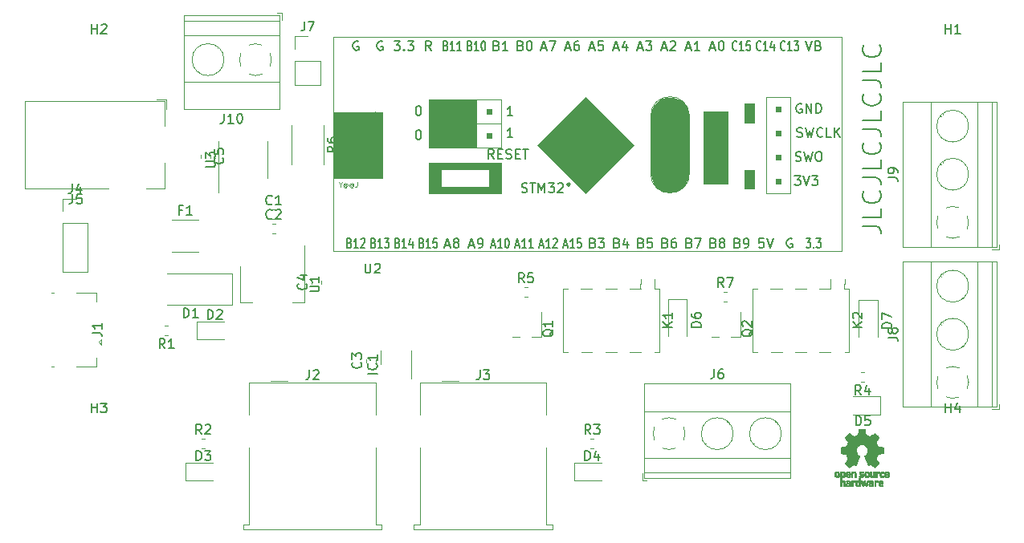
<source format=gbr>
%TF.GenerationSoftware,KiCad,Pcbnew,5.1.6*%
%TF.CreationDate,2020-09-20T16:59:45+02:00*%
%TF.ProjectId,usb_switcher,7573625f-7377-4697-9463-6865722e6b69,rev?*%
%TF.SameCoordinates,Original*%
%TF.FileFunction,Legend,Top*%
%TF.FilePolarity,Positive*%
%FSLAX46Y46*%
G04 Gerber Fmt 4.6, Leading zero omitted, Abs format (unit mm)*
G04 Created by KiCad (PCBNEW 5.1.6) date 2020-09-20 16:59:45*
%MOMM*%
%LPD*%
G01*
G04 APERTURE LIST*
%ADD10C,0.150000*%
%ADD11C,0.120000*%
%ADD12C,0.100000*%
%ADD13C,0.010000*%
G04 APERTURE END LIST*
D10*
X185467961Y-72103295D02*
X186896533Y-72103295D01*
X187182247Y-72198533D01*
X187372723Y-72389009D01*
X187467961Y-72674723D01*
X187467961Y-72865200D01*
X187467961Y-70198533D02*
X187467961Y-71150914D01*
X185467961Y-71150914D01*
X187277485Y-68389009D02*
X187372723Y-68484247D01*
X187467961Y-68769961D01*
X187467961Y-68960438D01*
X187372723Y-69246152D01*
X187182247Y-69436628D01*
X186991771Y-69531866D01*
X186610819Y-69627104D01*
X186325104Y-69627104D01*
X185944152Y-69531866D01*
X185753676Y-69436628D01*
X185563200Y-69246152D01*
X185467961Y-68960438D01*
X185467961Y-68769961D01*
X185563200Y-68484247D01*
X185658438Y-68389009D01*
X185467961Y-66960438D02*
X186896533Y-66960438D01*
X187182247Y-67055676D01*
X187372723Y-67246152D01*
X187467961Y-67531866D01*
X187467961Y-67722342D01*
X187467961Y-65055676D02*
X187467961Y-66008057D01*
X185467961Y-66008057D01*
X187277485Y-63246152D02*
X187372723Y-63341390D01*
X187467961Y-63627104D01*
X187467961Y-63817580D01*
X187372723Y-64103295D01*
X187182247Y-64293771D01*
X186991771Y-64389009D01*
X186610819Y-64484247D01*
X186325104Y-64484247D01*
X185944152Y-64389009D01*
X185753676Y-64293771D01*
X185563200Y-64103295D01*
X185467961Y-63817580D01*
X185467961Y-63627104D01*
X185563200Y-63341390D01*
X185658438Y-63246152D01*
X185467961Y-61817580D02*
X186896533Y-61817580D01*
X187182247Y-61912819D01*
X187372723Y-62103295D01*
X187467961Y-62389009D01*
X187467961Y-62579485D01*
X187467961Y-59912819D02*
X187467961Y-60865200D01*
X185467961Y-60865200D01*
X187277485Y-58103295D02*
X187372723Y-58198533D01*
X187467961Y-58484247D01*
X187467961Y-58674723D01*
X187372723Y-58960438D01*
X187182247Y-59150914D01*
X186991771Y-59246152D01*
X186610819Y-59341390D01*
X186325104Y-59341390D01*
X185944152Y-59246152D01*
X185753676Y-59150914D01*
X185563200Y-58960438D01*
X185467961Y-58674723D01*
X185467961Y-58484247D01*
X185563200Y-58198533D01*
X185658438Y-58103295D01*
X185467961Y-56674723D02*
X186896533Y-56674723D01*
X187182247Y-56769961D01*
X187372723Y-56960438D01*
X187467961Y-57246152D01*
X187467961Y-57436628D01*
X187467961Y-54769961D02*
X187467961Y-55722342D01*
X185467961Y-55722342D01*
X187277485Y-52960438D02*
X187372723Y-53055676D01*
X187467961Y-53341390D01*
X187467961Y-53531866D01*
X187372723Y-53817580D01*
X187182247Y-54008057D01*
X186991771Y-54103295D01*
X186610819Y-54198533D01*
X186325104Y-54198533D01*
X185944152Y-54103295D01*
X185753676Y-54008057D01*
X185563200Y-53817580D01*
X185467961Y-53531866D01*
X185467961Y-53341390D01*
X185563200Y-53055676D01*
X185658438Y-52960438D01*
D11*
%TO.C,J1*%
X100247800Y-79130000D02*
X99997800Y-79130000D01*
X100247800Y-86870000D02*
X99997800Y-86870000D01*
X104717800Y-86000000D02*
X104717800Y-86870000D01*
X104717800Y-79130000D02*
X102647800Y-79130000D01*
X104717800Y-86870000D02*
X102647800Y-86870000D01*
X104717800Y-79130000D02*
X104717800Y-80000000D01*
X104947800Y-84300000D02*
X105247800Y-84000000D01*
X104947800Y-84300000D02*
X105247800Y-84600000D01*
X105247800Y-84000000D02*
X105247800Y-84600000D01*
D12*
%TO.C,U2*%
G36*
X174080000Y-66120000D02*
G01*
X173080000Y-66120000D01*
X173080000Y-68120000D01*
X174080000Y-68120000D01*
X174080000Y-66120000D01*
G37*
X174080000Y-66120000D02*
X173080000Y-66120000D01*
X173080000Y-68120000D01*
X174080000Y-68120000D01*
X174080000Y-66120000D01*
G36*
X173080000Y-59120000D02*
G01*
X173080000Y-61120000D01*
X174080000Y-61120000D01*
X174080000Y-59120000D01*
X173080000Y-59120000D01*
G37*
X173080000Y-59120000D02*
X173080000Y-61120000D01*
X174080000Y-61120000D01*
X174080000Y-59120000D01*
X173080000Y-59120000D01*
G36*
X139880000Y-58720000D02*
G01*
X144780000Y-58720000D01*
X144780000Y-63720000D01*
X139880000Y-63720000D01*
X139880000Y-58720000D01*
G37*
X139880000Y-58720000D02*
X144780000Y-58720000D01*
X144780000Y-63720000D01*
X139880000Y-63720000D01*
X139880000Y-58720000D01*
G36*
X163276280Y-66911220D02*
G01*
X163429950Y-67374770D01*
X163686490Y-67758310D01*
X163822380Y-67934840D01*
X164137340Y-68193920D01*
X164371020Y-68320920D01*
X164602160Y-68397120D01*
X164906960Y-68468240D01*
X165193980Y-68521580D01*
X165620700Y-68478400D01*
X165970585Y-68376165D01*
X166276020Y-68183760D01*
X166491920Y-68031360D01*
X166717980Y-67782440D01*
X166956740Y-67492880D01*
X167053260Y-67264280D01*
X167098980Y-67071240D01*
X167167560Y-66606420D01*
X167172640Y-60281820D01*
X167045640Y-59725560D01*
X166672260Y-59141360D01*
X166321740Y-58828940D01*
X165806120Y-58591450D01*
X165460680Y-58527950D01*
X165155880Y-58496200D01*
X164823140Y-58526680D01*
X164421820Y-58635900D01*
X164223700Y-58717180D01*
X164000180Y-58869580D01*
X163784280Y-59090560D01*
X163578540Y-59339480D01*
X163334700Y-59801760D01*
X163243260Y-60276740D01*
X163248340Y-66598800D01*
X163276280Y-66911220D01*
G37*
X163276280Y-66911220D02*
X163429950Y-67374770D01*
X163686490Y-67758310D01*
X163822380Y-67934840D01*
X164137340Y-68193920D01*
X164371020Y-68320920D01*
X164602160Y-68397120D01*
X164906960Y-68468240D01*
X165193980Y-68521580D01*
X165620700Y-68478400D01*
X165970585Y-68376165D01*
X166276020Y-68183760D01*
X166491920Y-68031360D01*
X166717980Y-67782440D01*
X166956740Y-67492880D01*
X167053260Y-67264280D01*
X167098980Y-67071240D01*
X167167560Y-66606420D01*
X167172640Y-60281820D01*
X167045640Y-59725560D01*
X166672260Y-59141360D01*
X166321740Y-58828940D01*
X165806120Y-58591450D01*
X165460680Y-58527950D01*
X165155880Y-58496200D01*
X164823140Y-58526680D01*
X164421820Y-58635900D01*
X164223700Y-58717180D01*
X164000180Y-58869580D01*
X163784280Y-59090560D01*
X163578540Y-59339480D01*
X163334700Y-59801760D01*
X163243260Y-60276740D01*
X163248340Y-66598800D01*
X163276280Y-66911220D01*
G36*
X168755060Y-67556380D02*
G01*
X168755060Y-59936380D01*
X171295060Y-59936380D01*
X171295060Y-67556380D01*
X168755060Y-67556380D01*
G37*
X168755060Y-67556380D02*
X168755060Y-59936380D01*
X171295060Y-59936380D01*
X171295060Y-67556380D01*
X168755060Y-67556380D01*
D11*
X167231060Y-66540380D02*
X167231060Y-60444380D01*
X163167060Y-66540380D02*
X163167060Y-60444380D01*
D12*
G36*
X176375060Y-59936380D02*
G01*
X176883060Y-59936380D01*
X176883060Y-59428380D01*
X176375060Y-59428380D01*
X176375060Y-59936380D01*
G37*
X176375060Y-59936380D02*
X176883060Y-59936380D01*
X176883060Y-59428380D01*
X176375060Y-59428380D01*
X176375060Y-59936380D01*
G36*
X176375060Y-62476380D02*
G01*
X176883060Y-62476380D01*
X176883060Y-61968380D01*
X176375060Y-61968380D01*
X176375060Y-62476380D01*
G37*
X176375060Y-62476380D02*
X176883060Y-62476380D01*
X176883060Y-61968380D01*
X176375060Y-61968380D01*
X176375060Y-62476380D01*
G36*
X176375060Y-65016380D02*
G01*
X176883060Y-65016380D01*
X176883060Y-64508380D01*
X176375060Y-64508380D01*
X176375060Y-65016380D01*
G37*
X176375060Y-65016380D02*
X176883060Y-65016380D01*
X176883060Y-64508380D01*
X176375060Y-64508380D01*
X176375060Y-65016380D01*
G36*
X176375060Y-67556380D02*
G01*
X176883060Y-67556380D01*
X176883060Y-67048380D01*
X176375060Y-67048380D01*
X176375060Y-67556380D01*
G37*
X176375060Y-67556380D02*
X176883060Y-67556380D01*
X176883060Y-67048380D01*
X176375060Y-67048380D01*
X176375060Y-67556380D01*
D11*
X175359060Y-58412380D02*
X175359060Y-68572380D01*
X177899060Y-58412380D02*
X175359060Y-58412380D01*
X177899060Y-68572380D02*
X177899060Y-58412380D01*
X175359060Y-68572380D02*
X177899060Y-68572380D01*
D12*
G36*
X145895060Y-60190380D02*
G01*
X145895060Y-59682380D01*
X146403060Y-59682380D01*
X146403060Y-60190380D01*
X145895060Y-60190380D01*
G37*
X145895060Y-60190380D02*
X145895060Y-59682380D01*
X146403060Y-59682380D01*
X146403060Y-60190380D01*
X145895060Y-60190380D01*
G36*
X145895060Y-62730380D02*
G01*
X146403060Y-62730380D01*
X146403060Y-62222380D01*
X145895060Y-62222380D01*
X145895060Y-62730380D01*
G37*
X145895060Y-62730380D02*
X146403060Y-62730380D01*
X146403060Y-62222380D01*
X145895060Y-62222380D01*
X145895060Y-62730380D01*
G36*
X143355060Y-60190380D02*
G01*
X143355060Y-59682380D01*
X143863060Y-59682380D01*
X143863060Y-60190380D01*
X143355060Y-60190380D01*
G37*
X143355060Y-60190380D02*
X143355060Y-59682380D01*
X143863060Y-59682380D01*
X143863060Y-60190380D01*
X143355060Y-60190380D01*
G36*
X143355060Y-62730380D02*
G01*
X143355060Y-62222380D01*
X143863060Y-62222380D01*
X143863060Y-62730380D01*
X143355060Y-62730380D01*
G37*
X143355060Y-62730380D02*
X143355060Y-62222380D01*
X143863060Y-62222380D01*
X143863060Y-62730380D01*
X143355060Y-62730380D01*
G36*
X140815060Y-60190380D02*
G01*
X141323060Y-60190380D01*
X141323060Y-59682380D01*
X140815060Y-59682380D01*
X140815060Y-60190380D01*
G37*
X140815060Y-60190380D02*
X141323060Y-60190380D01*
X141323060Y-59682380D01*
X140815060Y-59682380D01*
X140815060Y-60190380D01*
G36*
X140815060Y-62730380D02*
G01*
X140815060Y-62222380D01*
X141323060Y-62222380D01*
X141323060Y-62730380D01*
X140815060Y-62730380D01*
G37*
X140815060Y-62730380D02*
X140815060Y-62222380D01*
X141323060Y-62222380D01*
X141323060Y-62730380D01*
X140815060Y-62730380D01*
G36*
X141069060Y-66032380D02*
G01*
X141069060Y-65397380D01*
X146149060Y-65397380D01*
X146149060Y-66032380D01*
X141069060Y-66032380D01*
G37*
X141069060Y-66032380D02*
X141069060Y-65397380D01*
X146149060Y-65397380D01*
X146149060Y-66032380D01*
X141069060Y-66032380D01*
G36*
X141069060Y-68572380D02*
G01*
X141069060Y-67937380D01*
X146149060Y-67937380D01*
X146149060Y-68572380D01*
X141069060Y-68572380D01*
G37*
X141069060Y-68572380D02*
X141069060Y-67937380D01*
X146149060Y-67937380D01*
X146149060Y-68572380D01*
X141069060Y-68572380D01*
G36*
X146149060Y-68572380D02*
G01*
X146149060Y-65397380D01*
X147419060Y-65397380D01*
X147419060Y-68572380D01*
X146149060Y-68572380D01*
G37*
X146149060Y-68572380D02*
X146149060Y-65397380D01*
X147419060Y-65397380D01*
X147419060Y-68572380D01*
X146149060Y-68572380D01*
G36*
X139799060Y-68572380D02*
G01*
X139799060Y-65397380D01*
X141069060Y-65397380D01*
X141069060Y-68572380D01*
X139799060Y-68572380D01*
G37*
X139799060Y-68572380D02*
X139799060Y-65397380D01*
X141069060Y-65397380D01*
X141069060Y-68572380D01*
X139799060Y-68572380D01*
G36*
X151229060Y-63492380D02*
G01*
X156309060Y-68572380D01*
X161389060Y-63492380D01*
X156309060Y-58412380D01*
X151229060Y-63492380D01*
G37*
X151229060Y-63492380D02*
X156309060Y-68572380D01*
X161389060Y-63492380D01*
X156309060Y-58412380D01*
X151229060Y-63492380D01*
G36*
X129800000Y-67005000D02*
G01*
X134880000Y-67005000D01*
X134880000Y-60020000D01*
X129800000Y-60020000D01*
X129800000Y-67005000D01*
G37*
X129800000Y-67005000D02*
X134880000Y-67005000D01*
X134880000Y-60020000D01*
X129800000Y-60020000D01*
X129800000Y-67005000D01*
D11*
X139799060Y-61206380D02*
X147419060Y-61206380D01*
X139799060Y-58666380D02*
X139799060Y-63746380D01*
X147419060Y-58666380D02*
X139799060Y-58666380D01*
X147419060Y-63746380D02*
X147419060Y-58666380D01*
X139799060Y-63746380D02*
X147419060Y-63746380D01*
X146149060Y-67937380D02*
X141069060Y-67937380D01*
X146149060Y-66667380D02*
X146149060Y-67937380D01*
X141069060Y-67937380D02*
X141069060Y-66667380D01*
X147419060Y-68572380D02*
X139799060Y-68572380D01*
X147419060Y-66032380D02*
X147419060Y-68572380D01*
X139799060Y-66032380D02*
X147419060Y-66032380D01*
X139799060Y-68572380D02*
X139799060Y-66032380D01*
X161389060Y-63492380D02*
X156309060Y-68572380D01*
X156309060Y-58412380D02*
X161389060Y-63492380D01*
X151229060Y-63492380D02*
X156309060Y-58412380D01*
X156309060Y-68572380D02*
X151229060Y-63492380D01*
X134084060Y-66984880D02*
X134084060Y-59999880D01*
X183330000Y-74720000D02*
X129680000Y-74720000D01*
X183280000Y-52120000D02*
X183330000Y-74720000D01*
X129680000Y-52120000D02*
X183280000Y-52120000D01*
X129680000Y-74720000D02*
X129680000Y-52120000D01*
X163167060Y-60444380D02*
G75*
G02*
X167231060Y-60444380I2032000J0D01*
G01*
X167231060Y-66540380D02*
G75*
G02*
X163167060Y-66540380I-2032000J0D01*
G01*
%TO.C,C1*%
X123235133Y-71321400D02*
X123577667Y-71321400D01*
X123235133Y-70301400D02*
X123577667Y-70301400D01*
%TO.C,C2*%
X123235133Y-71801400D02*
X123577667Y-71801400D01*
X123235133Y-72821400D02*
X123577667Y-72821400D01*
%TO.C,C3*%
X133145000Y-86441267D02*
X133145000Y-86098733D01*
X134165000Y-86441267D02*
X134165000Y-86098733D01*
%TO.C,C4*%
X128424600Y-78149467D02*
X128424600Y-77806933D01*
X127404600Y-78149467D02*
X127404600Y-77806933D01*
%TO.C,C5*%
X115746000Y-64522733D02*
X115746000Y-64865267D01*
X116766000Y-64522733D02*
X116766000Y-64865267D01*
%TO.C,D1*%
X119055800Y-80415600D02*
X112155800Y-80415600D01*
X119055800Y-77115600D02*
X112155800Y-77115600D01*
X119055800Y-80415600D02*
X119055800Y-77115600D01*
%TO.C,D2*%
X118204800Y-82123600D02*
X115344800Y-82123600D01*
X115344800Y-82123600D02*
X115344800Y-84043600D01*
X115344800Y-84043600D02*
X118204800Y-84043600D01*
%TO.C,D3*%
X114140000Y-98960000D02*
X117000000Y-98960000D01*
X114140000Y-97040000D02*
X114140000Y-98960000D01*
X117000000Y-97040000D02*
X114140000Y-97040000D01*
%TO.C,D4*%
X157975000Y-97040000D02*
X155115000Y-97040000D01*
X155115000Y-97040000D02*
X155115000Y-98960000D01*
X155115000Y-98960000D02*
X157975000Y-98960000D01*
%TO.C,D5*%
X187385000Y-90040000D02*
X184525000Y-90040000D01*
X187385000Y-91960000D02*
X187385000Y-90040000D01*
X184525000Y-91960000D02*
X187385000Y-91960000D01*
%TO.C,D6*%
X167000000Y-79750000D02*
X167000000Y-83650000D01*
X165000000Y-79750000D02*
X165000000Y-83650000D01*
X167000000Y-79750000D02*
X165000000Y-79750000D01*
%TO.C,D7*%
X187106000Y-79843000D02*
X185106000Y-79843000D01*
X185106000Y-79843000D02*
X185106000Y-83743000D01*
X187106000Y-79843000D02*
X187106000Y-83743000D01*
%TO.C,F1*%
X112710748Y-74786000D02*
X115483252Y-74786000D01*
X112710748Y-71366000D02*
X115483252Y-71366000D01*
%TO.C,J2*%
X123100000Y-88400000D02*
X124900000Y-88400000D01*
X134810000Y-103580000D02*
X134160000Y-103580000D01*
X120190000Y-103580000D02*
X120190000Y-104100000D01*
X134160000Y-95470000D02*
X134160000Y-103580000D01*
X120190000Y-104100000D02*
X134810000Y-104100000D01*
X134810000Y-104100000D02*
X134810000Y-103580000D01*
X134160000Y-88620000D02*
X134160000Y-91950000D01*
X120840000Y-88620000D02*
X120840000Y-91950000D01*
X120840000Y-88620000D02*
X134160000Y-88620000D01*
X120840000Y-103580000D02*
X120190000Y-103580000D01*
X120840000Y-103580000D02*
X120840000Y-95470000D01*
%TO.C,J3*%
X138840000Y-103580000D02*
X138840000Y-95470000D01*
X138840000Y-103580000D02*
X138190000Y-103580000D01*
X138840000Y-88620000D02*
X152160000Y-88620000D01*
X138840000Y-88620000D02*
X138840000Y-91950000D01*
X152160000Y-88620000D02*
X152160000Y-91950000D01*
X152810000Y-104100000D02*
X152810000Y-103580000D01*
X138190000Y-104100000D02*
X152810000Y-104100000D01*
X152160000Y-95470000D02*
X152160000Y-103580000D01*
X138190000Y-103580000D02*
X138190000Y-104100000D01*
X152810000Y-103580000D02*
X152160000Y-103580000D01*
X141100000Y-88400000D02*
X142900000Y-88400000D01*
%TO.C,J4*%
X101170000Y-69170000D02*
X102500000Y-69170000D01*
X101170000Y-70500000D02*
X101170000Y-69170000D01*
X101170000Y-71770000D02*
X103830000Y-71770000D01*
X103830000Y-71770000D02*
X103830000Y-76910000D01*
X101170000Y-71770000D02*
X101170000Y-76910000D01*
X101170000Y-76910000D02*
X103830000Y-76910000D01*
%TO.C,J5*%
X111900000Y-58900000D02*
X111900000Y-61500000D01*
X97200000Y-58900000D02*
X111900000Y-58900000D01*
X111900000Y-68100000D02*
X110000000Y-68100000D01*
X111900000Y-65400000D02*
X111900000Y-68100000D01*
X97200000Y-68100000D02*
X97200000Y-58900000D01*
X106000000Y-68100000D02*
X97200000Y-68100000D01*
X111050000Y-58700000D02*
X112100000Y-58700000D01*
X112100000Y-59750000D02*
X112100000Y-58700000D01*
%TO.C,J6*%
X162260000Y-98880000D02*
X162760000Y-98880000D01*
X162260000Y-98140000D02*
X162260000Y-98880000D01*
X174033000Y-95003000D02*
X173986000Y-95049000D01*
X176330000Y-92705000D02*
X176295000Y-92741000D01*
X174226000Y-95219000D02*
X174191000Y-95254000D01*
X176535000Y-92911000D02*
X176488000Y-92957000D01*
X168953000Y-95003000D02*
X168906000Y-95049000D01*
X171250000Y-92705000D02*
X171215000Y-92741000D01*
X169146000Y-95219000D02*
X169111000Y-95254000D01*
X171455000Y-92911000D02*
X171408000Y-92957000D01*
X177860000Y-88719000D02*
X177860000Y-98640000D01*
X162500000Y-88719000D02*
X162500000Y-98640000D01*
X162500000Y-98640000D02*
X177860000Y-98640000D01*
X162500000Y-88719000D02*
X177860000Y-88719000D01*
X162500000Y-91679000D02*
X177860000Y-91679000D01*
X162500000Y-96580000D02*
X177860000Y-96580000D01*
X162500000Y-98080000D02*
X177860000Y-98080000D01*
X176940000Y-93980000D02*
G75*
G03*
X176940000Y-93980000I-1680000J0D01*
G01*
X171860000Y-93980000D02*
G75*
G03*
X171860000Y-93980000I-1680000J0D01*
G01*
X165783318Y-95514756D02*
G75*
G02*
X165100000Y-95660000I-683318J1534756D01*
G01*
X166635426Y-93296958D02*
G75*
G02*
X166635000Y-94664000I-1535426J-683042D01*
G01*
X164416958Y-92444574D02*
G75*
G02*
X165784000Y-92445000I683042J-1535426D01*
G01*
X163564574Y-94663042D02*
G75*
G02*
X163565000Y-93296000I1535426J683042D01*
G01*
X165128805Y-95660253D02*
G75*
G02*
X164416000Y-95515000I-28805J1680253D01*
G01*
%TO.C,J7*%
X125670000Y-52010000D02*
X127000000Y-52010000D01*
X125670000Y-53340000D02*
X125670000Y-52010000D01*
X125670000Y-54610000D02*
X128330000Y-54610000D01*
X128330000Y-54610000D02*
X128330000Y-57210000D01*
X125670000Y-54610000D02*
X125670000Y-57210000D01*
X125670000Y-57210000D02*
X128330000Y-57210000D01*
%TO.C,J8*%
X199900000Y-91410000D02*
X199900000Y-90910000D01*
X199160000Y-91410000D02*
X199900000Y-91410000D01*
X196023000Y-79637000D02*
X196069000Y-79684000D01*
X193725000Y-77340000D02*
X193761000Y-77375000D01*
X196239000Y-79444000D02*
X196274000Y-79479000D01*
X193931000Y-77135000D02*
X193977000Y-77182000D01*
X196023000Y-84717000D02*
X196069000Y-84764000D01*
X193725000Y-82420000D02*
X193761000Y-82455000D01*
X196239000Y-84524000D02*
X196274000Y-84559000D01*
X193931000Y-82215000D02*
X193977000Y-82262000D01*
X189739000Y-75810000D02*
X199660000Y-75810000D01*
X189739000Y-91170000D02*
X199660000Y-91170000D01*
X199660000Y-91170000D02*
X199660000Y-75810000D01*
X189739000Y-91170000D02*
X189739000Y-75810000D01*
X192699000Y-91170000D02*
X192699000Y-75810000D01*
X197600000Y-91170000D02*
X197600000Y-75810000D01*
X199100000Y-91170000D02*
X199100000Y-75810000D01*
X196680000Y-78410000D02*
G75*
G03*
X196680000Y-78410000I-1680000J0D01*
G01*
X196680000Y-83490000D02*
G75*
G03*
X196680000Y-83490000I-1680000J0D01*
G01*
X196534756Y-87886682D02*
G75*
G02*
X196680000Y-88570000I-1534756J-683318D01*
G01*
X194316958Y-87034574D02*
G75*
G02*
X195684000Y-87035000I683042J-1535426D01*
G01*
X193464574Y-89253042D02*
G75*
G02*
X193465000Y-87886000I1535426J683042D01*
G01*
X195683042Y-90105426D02*
G75*
G02*
X194316000Y-90105000I-683042J1535426D01*
G01*
X196680253Y-88541195D02*
G75*
G02*
X196535000Y-89254000I-1680253J-28805D01*
G01*
%TO.C,J9*%
X196676253Y-71650195D02*
G75*
G02*
X196531000Y-72363000I-1680253J-28805D01*
G01*
X195679042Y-73214426D02*
G75*
G02*
X194312000Y-73214000I-683042J1535426D01*
G01*
X193460574Y-72362042D02*
G75*
G02*
X193461000Y-70995000I1535426J683042D01*
G01*
X194312958Y-70143574D02*
G75*
G02*
X195680000Y-70144000I683042J-1535426D01*
G01*
X196530756Y-70995682D02*
G75*
G02*
X196676000Y-71679000I-1534756J-683318D01*
G01*
X196676000Y-66599000D02*
G75*
G03*
X196676000Y-66599000I-1680000J0D01*
G01*
X196676000Y-61519000D02*
G75*
G03*
X196676000Y-61519000I-1680000J0D01*
G01*
X199096000Y-74279000D02*
X199096000Y-58919000D01*
X197596000Y-74279000D02*
X197596000Y-58919000D01*
X192695000Y-74279000D02*
X192695000Y-58919000D01*
X189735000Y-74279000D02*
X189735000Y-58919000D01*
X199656000Y-74279000D02*
X199656000Y-58919000D01*
X189735000Y-74279000D02*
X199656000Y-74279000D01*
X189735000Y-58919000D02*
X199656000Y-58919000D01*
X193927000Y-65324000D02*
X193973000Y-65371000D01*
X196235000Y-67633000D02*
X196270000Y-67668000D01*
X193721000Y-65529000D02*
X193757000Y-65564000D01*
X196019000Y-67826000D02*
X196065000Y-67873000D01*
X193927000Y-60244000D02*
X193973000Y-60291000D01*
X196235000Y-62553000D02*
X196270000Y-62588000D01*
X193721000Y-60449000D02*
X193757000Y-60484000D01*
X196019000Y-62746000D02*
X196065000Y-62793000D01*
X199156000Y-74519000D02*
X199896000Y-74519000D01*
X199896000Y-74519000D02*
X199896000Y-74019000D01*
%TO.C,J10*%
X124300000Y-49600000D02*
X123800000Y-49600000D01*
X124300000Y-50340000D02*
X124300000Y-49600000D01*
X117727000Y-53477000D02*
X117774000Y-53431000D01*
X115430000Y-55775000D02*
X115465000Y-55739000D01*
X117534000Y-53261000D02*
X117569000Y-53226000D01*
X115225000Y-55569000D02*
X115272000Y-55523000D01*
X113940000Y-59761000D02*
X113940000Y-49840000D01*
X124060000Y-59761000D02*
X124060000Y-49840000D01*
X124060000Y-49840000D02*
X113940000Y-49840000D01*
X124060000Y-59761000D02*
X113940000Y-59761000D01*
X124060000Y-56801000D02*
X113940000Y-56801000D01*
X124060000Y-51900000D02*
X113940000Y-51900000D01*
X124060000Y-50400000D02*
X113940000Y-50400000D01*
X118180000Y-54500000D02*
G75*
G03*
X118180000Y-54500000I-1680000J0D01*
G01*
X120816682Y-52965244D02*
G75*
G02*
X121500000Y-52820000I683318J-1534756D01*
G01*
X119964574Y-55183042D02*
G75*
G02*
X119965000Y-53816000I1535426J683042D01*
G01*
X122183042Y-56035426D02*
G75*
G02*
X120816000Y-56035000I-683042J1535426D01*
G01*
X123035426Y-53816958D02*
G75*
G02*
X123035000Y-55184000I-1535426J-683042D01*
G01*
X121471195Y-52819747D02*
G75*
G02*
X122184000Y-52965000I28805J-1680253D01*
G01*
%TO.C,K1*%
X162090000Y-78650000D02*
X162100000Y-77650000D01*
X163590000Y-78700000D02*
X163600000Y-77650000D01*
X164090000Y-78700000D02*
X163590000Y-78700000D01*
X160950000Y-78650000D02*
X162100000Y-78650000D01*
X158400000Y-78660000D02*
X159600000Y-78650000D01*
X155800000Y-78650000D02*
X157000000Y-78650000D01*
X153900000Y-78660000D02*
X154400000Y-78660000D01*
X153900000Y-85360000D02*
X153900000Y-78660000D01*
X154400000Y-85360000D02*
X153900000Y-85360000D01*
X157000000Y-85350000D02*
X155850000Y-85350000D01*
X159600000Y-85350000D02*
X158400000Y-85360000D01*
X162100000Y-85350000D02*
X160950000Y-85350000D01*
X164100000Y-85360000D02*
X163600000Y-85360000D01*
X164090000Y-78700000D02*
X164100000Y-85360000D01*
%TO.C,K2*%
X184090000Y-78700000D02*
X184100000Y-85360000D01*
X184100000Y-85360000D02*
X183600000Y-85360000D01*
X182100000Y-85350000D02*
X180950000Y-85350000D01*
X179600000Y-85350000D02*
X178400000Y-85360000D01*
X177000000Y-85350000D02*
X175850000Y-85350000D01*
X174400000Y-85360000D02*
X173900000Y-85360000D01*
X173900000Y-85360000D02*
X173900000Y-78660000D01*
X173900000Y-78660000D02*
X174400000Y-78660000D01*
X175800000Y-78650000D02*
X177000000Y-78650000D01*
X178400000Y-78660000D02*
X179600000Y-78650000D01*
X180950000Y-78650000D02*
X182100000Y-78650000D01*
X184090000Y-78700000D02*
X183590000Y-78700000D01*
X183590000Y-78700000D02*
X183600000Y-77650000D01*
X182090000Y-78650000D02*
X182100000Y-77650000D01*
D13*
%TO.C,OPEN_HW1*%
G36*
X185796964Y-93810018D02*
G01*
X185853812Y-94111570D01*
X186273338Y-94284512D01*
X186524984Y-94113395D01*
X186595458Y-94065750D01*
X186659163Y-94023210D01*
X186713126Y-93987715D01*
X186754373Y-93961210D01*
X186779934Y-93945636D01*
X186786895Y-93942278D01*
X186799435Y-93950914D01*
X186826231Y-93974792D01*
X186864280Y-94010859D01*
X186910579Y-94056067D01*
X186962123Y-94107364D01*
X187015909Y-94161701D01*
X187068935Y-94216028D01*
X187118195Y-94267295D01*
X187160687Y-94312451D01*
X187193407Y-94348446D01*
X187213351Y-94372230D01*
X187218119Y-94380190D01*
X187211257Y-94394865D01*
X187192020Y-94427014D01*
X187162430Y-94473492D01*
X187124510Y-94531156D01*
X187080282Y-94596860D01*
X187054654Y-94634336D01*
X187007941Y-94702768D01*
X186966432Y-94764520D01*
X186932140Y-94816519D01*
X186907080Y-94855692D01*
X186893264Y-94878965D01*
X186891188Y-94883855D01*
X186895895Y-94897755D01*
X186908723Y-94930150D01*
X186927738Y-94976485D01*
X186951003Y-95032206D01*
X186976584Y-95092758D01*
X187002545Y-95153586D01*
X187026950Y-95210136D01*
X187047863Y-95257852D01*
X187063349Y-95292181D01*
X187071472Y-95308568D01*
X187071952Y-95309212D01*
X187084707Y-95312341D01*
X187118677Y-95319321D01*
X187170340Y-95329467D01*
X187236176Y-95342092D01*
X187312664Y-95356509D01*
X187357290Y-95364823D01*
X187439021Y-95380384D01*
X187512843Y-95395192D01*
X187575021Y-95408436D01*
X187621822Y-95419305D01*
X187649509Y-95426989D01*
X187655074Y-95429427D01*
X187660526Y-95445930D01*
X187664924Y-95483200D01*
X187668272Y-95536880D01*
X187670574Y-95602612D01*
X187671832Y-95676037D01*
X187672048Y-95752796D01*
X187671227Y-95828532D01*
X187669371Y-95898886D01*
X187666482Y-95959500D01*
X187662565Y-96006016D01*
X187657622Y-96034075D01*
X187654657Y-96039916D01*
X187636934Y-96046917D01*
X187599381Y-96056927D01*
X187546964Y-96068769D01*
X187484652Y-96081267D01*
X187462900Y-96085310D01*
X187358024Y-96104520D01*
X187275180Y-96119991D01*
X187211630Y-96132337D01*
X187164637Y-96142173D01*
X187131463Y-96150114D01*
X187109371Y-96156776D01*
X187095624Y-96162773D01*
X187087484Y-96168719D01*
X187086345Y-96169894D01*
X187074977Y-96188826D01*
X187057635Y-96225669D01*
X187036050Y-96275913D01*
X187011954Y-96335046D01*
X186987079Y-96398556D01*
X186963157Y-96461932D01*
X186941919Y-96520662D01*
X186925097Y-96570235D01*
X186914422Y-96606139D01*
X186911627Y-96623862D01*
X186911860Y-96624483D01*
X186921331Y-96638970D01*
X186942818Y-96670844D01*
X186974063Y-96716789D01*
X187012807Y-96773485D01*
X187056793Y-96837617D01*
X187069319Y-96855842D01*
X187113984Y-96921914D01*
X187153288Y-96982200D01*
X187185088Y-97033235D01*
X187207245Y-97071560D01*
X187217617Y-97093711D01*
X187218119Y-97096432D01*
X187209405Y-97110736D01*
X187185325Y-97139072D01*
X187148976Y-97178396D01*
X187103453Y-97225661D01*
X187051852Y-97277823D01*
X186997267Y-97331835D01*
X186942794Y-97384653D01*
X186891529Y-97433231D01*
X186846567Y-97474523D01*
X186811004Y-97505485D01*
X186787935Y-97523070D01*
X186781554Y-97525941D01*
X186766699Y-97519178D01*
X186736286Y-97500939D01*
X186695268Y-97474297D01*
X186663709Y-97452852D01*
X186606525Y-97413503D01*
X186538806Y-97367171D01*
X186470880Y-97320913D01*
X186434361Y-97296155D01*
X186310752Y-97212547D01*
X186206991Y-97268650D01*
X186159720Y-97293228D01*
X186119523Y-97312331D01*
X186092326Y-97323227D01*
X186085402Y-97324743D01*
X186077077Y-97313549D01*
X186060654Y-97281917D01*
X186037357Y-97232765D01*
X186008414Y-97169010D01*
X185975050Y-97093571D01*
X185938491Y-97009364D01*
X185899964Y-96919308D01*
X185860694Y-96826321D01*
X185821908Y-96733320D01*
X185784830Y-96643223D01*
X185750689Y-96558948D01*
X185720708Y-96483413D01*
X185696116Y-96419534D01*
X185678136Y-96370231D01*
X185667997Y-96338421D01*
X185666366Y-96327496D01*
X185679291Y-96313561D01*
X185707589Y-96290940D01*
X185745346Y-96264333D01*
X185748515Y-96262228D01*
X185846100Y-96184114D01*
X185924786Y-96092982D01*
X185983891Y-95991745D01*
X186022732Y-95883318D01*
X186040628Y-95770614D01*
X186036897Y-95656548D01*
X186010857Y-95544034D01*
X185961825Y-95435985D01*
X185947400Y-95412345D01*
X185872369Y-95316887D01*
X185783730Y-95240232D01*
X185684549Y-95182780D01*
X185577895Y-95144929D01*
X185466836Y-95127078D01*
X185354439Y-95129625D01*
X185243773Y-95152970D01*
X185137906Y-95197510D01*
X185039905Y-95263645D01*
X185009590Y-95290487D01*
X184932438Y-95374512D01*
X184876218Y-95462966D01*
X184837653Y-95562115D01*
X184816174Y-95660303D01*
X184810872Y-95770697D01*
X184828552Y-95881640D01*
X184867419Y-95989381D01*
X184925677Y-96090169D01*
X185001531Y-96180256D01*
X185093183Y-96255892D01*
X185105228Y-96263864D01*
X185143389Y-96289974D01*
X185172399Y-96312595D01*
X185186268Y-96327039D01*
X185186469Y-96327496D01*
X185183492Y-96343121D01*
X185171689Y-96378582D01*
X185152286Y-96430962D01*
X185126512Y-96497345D01*
X185095591Y-96574814D01*
X185060751Y-96660450D01*
X185023217Y-96751337D01*
X184984217Y-96844559D01*
X184944977Y-96937197D01*
X184906724Y-97026335D01*
X184870683Y-97109055D01*
X184838083Y-97182441D01*
X184810148Y-97243575D01*
X184788105Y-97289541D01*
X184773182Y-97317421D01*
X184767172Y-97324743D01*
X184748809Y-97319041D01*
X184714448Y-97303749D01*
X184670016Y-97281599D01*
X184645583Y-97268650D01*
X184541822Y-97212547D01*
X184418213Y-97296155D01*
X184355114Y-97338987D01*
X184286030Y-97386122D01*
X184221293Y-97430503D01*
X184188866Y-97452852D01*
X184143259Y-97483477D01*
X184104640Y-97507747D01*
X184078048Y-97522587D01*
X184069410Y-97525724D01*
X184056839Y-97517261D01*
X184029016Y-97493636D01*
X183988639Y-97457302D01*
X183938405Y-97410711D01*
X183881012Y-97356317D01*
X183844714Y-97321392D01*
X183781210Y-97258996D01*
X183726327Y-97203188D01*
X183682286Y-97156354D01*
X183651305Y-97120882D01*
X183635602Y-97099161D01*
X183634095Y-97094752D01*
X183641086Y-97077985D01*
X183660406Y-97044082D01*
X183689909Y-96996476D01*
X183727455Y-96938599D01*
X183770900Y-96873884D01*
X183783255Y-96855842D01*
X183828273Y-96790267D01*
X183868660Y-96731228D01*
X183902160Y-96682042D01*
X183926514Y-96646028D01*
X183939464Y-96626502D01*
X183940715Y-96624483D01*
X183938844Y-96608922D01*
X183928913Y-96574709D01*
X183912653Y-96526355D01*
X183891795Y-96468371D01*
X183868073Y-96405270D01*
X183843216Y-96341563D01*
X183818958Y-96281761D01*
X183797029Y-96230376D01*
X183779162Y-96191919D01*
X183767087Y-96170902D01*
X183766229Y-96169894D01*
X183758846Y-96163888D01*
X183746375Y-96157948D01*
X183726080Y-96151460D01*
X183695222Y-96143809D01*
X183651066Y-96134380D01*
X183590874Y-96122559D01*
X183511907Y-96107729D01*
X183411430Y-96089277D01*
X183389675Y-96085310D01*
X183325198Y-96072853D01*
X183268989Y-96060666D01*
X183226013Y-96049926D01*
X183201240Y-96041809D01*
X183197918Y-96039916D01*
X183192444Y-96023138D01*
X183187994Y-95985645D01*
X183184572Y-95931794D01*
X183182181Y-95865944D01*
X183180823Y-95792453D01*
X183180501Y-95715680D01*
X183181219Y-95639983D01*
X183182979Y-95569720D01*
X183185784Y-95509250D01*
X183189638Y-95462930D01*
X183194543Y-95435119D01*
X183197500Y-95429427D01*
X183213963Y-95423686D01*
X183251449Y-95414345D01*
X183306225Y-95402215D01*
X183374555Y-95388107D01*
X183452706Y-95372830D01*
X183495284Y-95364823D01*
X183576071Y-95349721D01*
X183648113Y-95336040D01*
X183707889Y-95324467D01*
X183751879Y-95315687D01*
X183776561Y-95310387D01*
X183780623Y-95309212D01*
X183787489Y-95295965D01*
X183802002Y-95264057D01*
X183822229Y-95218047D01*
X183846234Y-95162492D01*
X183872082Y-95101953D01*
X183897840Y-95040986D01*
X183921573Y-94984151D01*
X183941346Y-94936006D01*
X183955224Y-94901110D01*
X183961274Y-94884021D01*
X183961386Y-94883274D01*
X183954528Y-94869793D01*
X183935302Y-94838770D01*
X183905728Y-94793289D01*
X183867827Y-94736432D01*
X183823620Y-94671283D01*
X183797921Y-94633862D01*
X183751093Y-94565247D01*
X183709501Y-94502952D01*
X183675175Y-94450129D01*
X183650143Y-94409927D01*
X183636435Y-94385500D01*
X183634456Y-94380024D01*
X183642966Y-94367278D01*
X183666493Y-94340063D01*
X183702032Y-94301428D01*
X183746577Y-94254423D01*
X183797123Y-94202095D01*
X183850664Y-94147495D01*
X183904195Y-94093670D01*
X183954711Y-94043670D01*
X183999206Y-94000543D01*
X184034675Y-93967339D01*
X184058113Y-93947106D01*
X184065954Y-93942278D01*
X184078720Y-93949067D01*
X184109256Y-93968142D01*
X184154590Y-93997561D01*
X184211756Y-94035381D01*
X184277784Y-94079661D01*
X184327590Y-94113395D01*
X184579236Y-94284512D01*
X184788999Y-94198041D01*
X184998763Y-94111570D01*
X185055611Y-93810018D01*
X185112460Y-93508466D01*
X185740115Y-93508466D01*
X185796964Y-93810018D01*
G37*
X185796964Y-93810018D02*
X185853812Y-94111570D01*
X186273338Y-94284512D01*
X186524984Y-94113395D01*
X186595458Y-94065750D01*
X186659163Y-94023210D01*
X186713126Y-93987715D01*
X186754373Y-93961210D01*
X186779934Y-93945636D01*
X186786895Y-93942278D01*
X186799435Y-93950914D01*
X186826231Y-93974792D01*
X186864280Y-94010859D01*
X186910579Y-94056067D01*
X186962123Y-94107364D01*
X187015909Y-94161701D01*
X187068935Y-94216028D01*
X187118195Y-94267295D01*
X187160687Y-94312451D01*
X187193407Y-94348446D01*
X187213351Y-94372230D01*
X187218119Y-94380190D01*
X187211257Y-94394865D01*
X187192020Y-94427014D01*
X187162430Y-94473492D01*
X187124510Y-94531156D01*
X187080282Y-94596860D01*
X187054654Y-94634336D01*
X187007941Y-94702768D01*
X186966432Y-94764520D01*
X186932140Y-94816519D01*
X186907080Y-94855692D01*
X186893264Y-94878965D01*
X186891188Y-94883855D01*
X186895895Y-94897755D01*
X186908723Y-94930150D01*
X186927738Y-94976485D01*
X186951003Y-95032206D01*
X186976584Y-95092758D01*
X187002545Y-95153586D01*
X187026950Y-95210136D01*
X187047863Y-95257852D01*
X187063349Y-95292181D01*
X187071472Y-95308568D01*
X187071952Y-95309212D01*
X187084707Y-95312341D01*
X187118677Y-95319321D01*
X187170340Y-95329467D01*
X187236176Y-95342092D01*
X187312664Y-95356509D01*
X187357290Y-95364823D01*
X187439021Y-95380384D01*
X187512843Y-95395192D01*
X187575021Y-95408436D01*
X187621822Y-95419305D01*
X187649509Y-95426989D01*
X187655074Y-95429427D01*
X187660526Y-95445930D01*
X187664924Y-95483200D01*
X187668272Y-95536880D01*
X187670574Y-95602612D01*
X187671832Y-95676037D01*
X187672048Y-95752796D01*
X187671227Y-95828532D01*
X187669371Y-95898886D01*
X187666482Y-95959500D01*
X187662565Y-96006016D01*
X187657622Y-96034075D01*
X187654657Y-96039916D01*
X187636934Y-96046917D01*
X187599381Y-96056927D01*
X187546964Y-96068769D01*
X187484652Y-96081267D01*
X187462900Y-96085310D01*
X187358024Y-96104520D01*
X187275180Y-96119991D01*
X187211630Y-96132337D01*
X187164637Y-96142173D01*
X187131463Y-96150114D01*
X187109371Y-96156776D01*
X187095624Y-96162773D01*
X187087484Y-96168719D01*
X187086345Y-96169894D01*
X187074977Y-96188826D01*
X187057635Y-96225669D01*
X187036050Y-96275913D01*
X187011954Y-96335046D01*
X186987079Y-96398556D01*
X186963157Y-96461932D01*
X186941919Y-96520662D01*
X186925097Y-96570235D01*
X186914422Y-96606139D01*
X186911627Y-96623862D01*
X186911860Y-96624483D01*
X186921331Y-96638970D01*
X186942818Y-96670844D01*
X186974063Y-96716789D01*
X187012807Y-96773485D01*
X187056793Y-96837617D01*
X187069319Y-96855842D01*
X187113984Y-96921914D01*
X187153288Y-96982200D01*
X187185088Y-97033235D01*
X187207245Y-97071560D01*
X187217617Y-97093711D01*
X187218119Y-97096432D01*
X187209405Y-97110736D01*
X187185325Y-97139072D01*
X187148976Y-97178396D01*
X187103453Y-97225661D01*
X187051852Y-97277823D01*
X186997267Y-97331835D01*
X186942794Y-97384653D01*
X186891529Y-97433231D01*
X186846567Y-97474523D01*
X186811004Y-97505485D01*
X186787935Y-97523070D01*
X186781554Y-97525941D01*
X186766699Y-97519178D01*
X186736286Y-97500939D01*
X186695268Y-97474297D01*
X186663709Y-97452852D01*
X186606525Y-97413503D01*
X186538806Y-97367171D01*
X186470880Y-97320913D01*
X186434361Y-97296155D01*
X186310752Y-97212547D01*
X186206991Y-97268650D01*
X186159720Y-97293228D01*
X186119523Y-97312331D01*
X186092326Y-97323227D01*
X186085402Y-97324743D01*
X186077077Y-97313549D01*
X186060654Y-97281917D01*
X186037357Y-97232765D01*
X186008414Y-97169010D01*
X185975050Y-97093571D01*
X185938491Y-97009364D01*
X185899964Y-96919308D01*
X185860694Y-96826321D01*
X185821908Y-96733320D01*
X185784830Y-96643223D01*
X185750689Y-96558948D01*
X185720708Y-96483413D01*
X185696116Y-96419534D01*
X185678136Y-96370231D01*
X185667997Y-96338421D01*
X185666366Y-96327496D01*
X185679291Y-96313561D01*
X185707589Y-96290940D01*
X185745346Y-96264333D01*
X185748515Y-96262228D01*
X185846100Y-96184114D01*
X185924786Y-96092982D01*
X185983891Y-95991745D01*
X186022732Y-95883318D01*
X186040628Y-95770614D01*
X186036897Y-95656548D01*
X186010857Y-95544034D01*
X185961825Y-95435985D01*
X185947400Y-95412345D01*
X185872369Y-95316887D01*
X185783730Y-95240232D01*
X185684549Y-95182780D01*
X185577895Y-95144929D01*
X185466836Y-95127078D01*
X185354439Y-95129625D01*
X185243773Y-95152970D01*
X185137906Y-95197510D01*
X185039905Y-95263645D01*
X185009590Y-95290487D01*
X184932438Y-95374512D01*
X184876218Y-95462966D01*
X184837653Y-95562115D01*
X184816174Y-95660303D01*
X184810872Y-95770697D01*
X184828552Y-95881640D01*
X184867419Y-95989381D01*
X184925677Y-96090169D01*
X185001531Y-96180256D01*
X185093183Y-96255892D01*
X185105228Y-96263864D01*
X185143389Y-96289974D01*
X185172399Y-96312595D01*
X185186268Y-96327039D01*
X185186469Y-96327496D01*
X185183492Y-96343121D01*
X185171689Y-96378582D01*
X185152286Y-96430962D01*
X185126512Y-96497345D01*
X185095591Y-96574814D01*
X185060751Y-96660450D01*
X185023217Y-96751337D01*
X184984217Y-96844559D01*
X184944977Y-96937197D01*
X184906724Y-97026335D01*
X184870683Y-97109055D01*
X184838083Y-97182441D01*
X184810148Y-97243575D01*
X184788105Y-97289541D01*
X184773182Y-97317421D01*
X184767172Y-97324743D01*
X184748809Y-97319041D01*
X184714448Y-97303749D01*
X184670016Y-97281599D01*
X184645583Y-97268650D01*
X184541822Y-97212547D01*
X184418213Y-97296155D01*
X184355114Y-97338987D01*
X184286030Y-97386122D01*
X184221293Y-97430503D01*
X184188866Y-97452852D01*
X184143259Y-97483477D01*
X184104640Y-97507747D01*
X184078048Y-97522587D01*
X184069410Y-97525724D01*
X184056839Y-97517261D01*
X184029016Y-97493636D01*
X183988639Y-97457302D01*
X183938405Y-97410711D01*
X183881012Y-97356317D01*
X183844714Y-97321392D01*
X183781210Y-97258996D01*
X183726327Y-97203188D01*
X183682286Y-97156354D01*
X183651305Y-97120882D01*
X183635602Y-97099161D01*
X183634095Y-97094752D01*
X183641086Y-97077985D01*
X183660406Y-97044082D01*
X183689909Y-96996476D01*
X183727455Y-96938599D01*
X183770900Y-96873884D01*
X183783255Y-96855842D01*
X183828273Y-96790267D01*
X183868660Y-96731228D01*
X183902160Y-96682042D01*
X183926514Y-96646028D01*
X183939464Y-96626502D01*
X183940715Y-96624483D01*
X183938844Y-96608922D01*
X183928913Y-96574709D01*
X183912653Y-96526355D01*
X183891795Y-96468371D01*
X183868073Y-96405270D01*
X183843216Y-96341563D01*
X183818958Y-96281761D01*
X183797029Y-96230376D01*
X183779162Y-96191919D01*
X183767087Y-96170902D01*
X183766229Y-96169894D01*
X183758846Y-96163888D01*
X183746375Y-96157948D01*
X183726080Y-96151460D01*
X183695222Y-96143809D01*
X183651066Y-96134380D01*
X183590874Y-96122559D01*
X183511907Y-96107729D01*
X183411430Y-96089277D01*
X183389675Y-96085310D01*
X183325198Y-96072853D01*
X183268989Y-96060666D01*
X183226013Y-96049926D01*
X183201240Y-96041809D01*
X183197918Y-96039916D01*
X183192444Y-96023138D01*
X183187994Y-95985645D01*
X183184572Y-95931794D01*
X183182181Y-95865944D01*
X183180823Y-95792453D01*
X183180501Y-95715680D01*
X183181219Y-95639983D01*
X183182979Y-95569720D01*
X183185784Y-95509250D01*
X183189638Y-95462930D01*
X183194543Y-95435119D01*
X183197500Y-95429427D01*
X183213963Y-95423686D01*
X183251449Y-95414345D01*
X183306225Y-95402215D01*
X183374555Y-95388107D01*
X183452706Y-95372830D01*
X183495284Y-95364823D01*
X183576071Y-95349721D01*
X183648113Y-95336040D01*
X183707889Y-95324467D01*
X183751879Y-95315687D01*
X183776561Y-95310387D01*
X183780623Y-95309212D01*
X183787489Y-95295965D01*
X183802002Y-95264057D01*
X183822229Y-95218047D01*
X183846234Y-95162492D01*
X183872082Y-95101953D01*
X183897840Y-95040986D01*
X183921573Y-94984151D01*
X183941346Y-94936006D01*
X183955224Y-94901110D01*
X183961274Y-94884021D01*
X183961386Y-94883274D01*
X183954528Y-94869793D01*
X183935302Y-94838770D01*
X183905728Y-94793289D01*
X183867827Y-94736432D01*
X183823620Y-94671283D01*
X183797921Y-94633862D01*
X183751093Y-94565247D01*
X183709501Y-94502952D01*
X183675175Y-94450129D01*
X183650143Y-94409927D01*
X183636435Y-94385500D01*
X183634456Y-94380024D01*
X183642966Y-94367278D01*
X183666493Y-94340063D01*
X183702032Y-94301428D01*
X183746577Y-94254423D01*
X183797123Y-94202095D01*
X183850664Y-94147495D01*
X183904195Y-94093670D01*
X183954711Y-94043670D01*
X183999206Y-94000543D01*
X184034675Y-93967339D01*
X184058113Y-93947106D01*
X184065954Y-93942278D01*
X184078720Y-93949067D01*
X184109256Y-93968142D01*
X184154590Y-93997561D01*
X184211756Y-94035381D01*
X184277784Y-94079661D01*
X184327590Y-94113395D01*
X184579236Y-94284512D01*
X184788999Y-94198041D01*
X184998763Y-94111570D01*
X185055611Y-93810018D01*
X185112460Y-93508466D01*
X185740115Y-93508466D01*
X185796964Y-93810018D01*
G36*
X187219460Y-97978030D02*
G01*
X187262711Y-97991245D01*
X187290558Y-98007941D01*
X187299629Y-98021145D01*
X187297132Y-98036797D01*
X187280931Y-98061385D01*
X187267232Y-98078800D01*
X187238992Y-98110283D01*
X187217775Y-98123529D01*
X187199688Y-98122664D01*
X187146035Y-98109010D01*
X187106630Y-98109630D01*
X187074632Y-98125104D01*
X187063890Y-98134161D01*
X187029505Y-98166027D01*
X187029505Y-98582179D01*
X186891188Y-98582179D01*
X186891188Y-97978614D01*
X186960347Y-97978614D01*
X187001869Y-97980256D01*
X187023291Y-97986087D01*
X187029502Y-97997461D01*
X187029505Y-97997798D01*
X187032439Y-98009713D01*
X187045704Y-98008159D01*
X187064084Y-97999563D01*
X187102046Y-97983568D01*
X187132872Y-97973945D01*
X187172536Y-97971478D01*
X187219460Y-97978030D01*
G37*
X187219460Y-97978030D02*
X187262711Y-97991245D01*
X187290558Y-98007941D01*
X187299629Y-98021145D01*
X187297132Y-98036797D01*
X187280931Y-98061385D01*
X187267232Y-98078800D01*
X187238992Y-98110283D01*
X187217775Y-98123529D01*
X187199688Y-98122664D01*
X187146035Y-98109010D01*
X187106630Y-98109630D01*
X187074632Y-98125104D01*
X187063890Y-98134161D01*
X187029505Y-98166027D01*
X187029505Y-98582179D01*
X186891188Y-98582179D01*
X186891188Y-97978614D01*
X186960347Y-97978614D01*
X187001869Y-97980256D01*
X187023291Y-97986087D01*
X187029502Y-97997461D01*
X187029505Y-97997798D01*
X187032439Y-98009713D01*
X187045704Y-98008159D01*
X187064084Y-97999563D01*
X187102046Y-97983568D01*
X187132872Y-97973945D01*
X187172536Y-97971478D01*
X187219460Y-97978030D01*
G36*
X184665988Y-97989002D02*
G01*
X184697283Y-98003950D01*
X184727591Y-98025541D01*
X184750682Y-98050391D01*
X184767500Y-98082087D01*
X184778994Y-98124214D01*
X184786109Y-98180358D01*
X184789793Y-98254106D01*
X184790992Y-98349044D01*
X184791011Y-98358985D01*
X184791287Y-98582179D01*
X184652970Y-98582179D01*
X184652970Y-98376418D01*
X184652872Y-98300189D01*
X184652191Y-98244939D01*
X184650349Y-98206501D01*
X184646767Y-98180706D01*
X184640868Y-98163384D01*
X184632073Y-98150368D01*
X184619820Y-98137507D01*
X184576953Y-98109873D01*
X184530157Y-98104745D01*
X184485576Y-98122217D01*
X184470072Y-98135221D01*
X184458690Y-98147447D01*
X184450519Y-98160540D01*
X184445026Y-98178615D01*
X184441680Y-98205787D01*
X184439949Y-98246170D01*
X184439303Y-98303879D01*
X184439208Y-98374132D01*
X184439208Y-98582179D01*
X184300891Y-98582179D01*
X184300891Y-97978614D01*
X184370050Y-97978614D01*
X184411572Y-97980256D01*
X184432994Y-97986087D01*
X184439205Y-97997461D01*
X184439208Y-97997798D01*
X184442090Y-98008938D01*
X184454801Y-98007674D01*
X184480074Y-97995434D01*
X184537395Y-97977424D01*
X184602963Y-97975421D01*
X184665988Y-97989002D01*
G37*
X184665988Y-97989002D02*
X184697283Y-98003950D01*
X184727591Y-98025541D01*
X184750682Y-98050391D01*
X184767500Y-98082087D01*
X184778994Y-98124214D01*
X184786109Y-98180358D01*
X184789793Y-98254106D01*
X184790992Y-98349044D01*
X184791011Y-98358985D01*
X184791287Y-98582179D01*
X184652970Y-98582179D01*
X184652970Y-98376418D01*
X184652872Y-98300189D01*
X184652191Y-98244939D01*
X184650349Y-98206501D01*
X184646767Y-98180706D01*
X184640868Y-98163384D01*
X184632073Y-98150368D01*
X184619820Y-98137507D01*
X184576953Y-98109873D01*
X184530157Y-98104745D01*
X184485576Y-98122217D01*
X184470072Y-98135221D01*
X184458690Y-98147447D01*
X184450519Y-98160540D01*
X184445026Y-98178615D01*
X184441680Y-98205787D01*
X184439949Y-98246170D01*
X184439303Y-98303879D01*
X184439208Y-98374132D01*
X184439208Y-98582179D01*
X184300891Y-98582179D01*
X184300891Y-97978614D01*
X184370050Y-97978614D01*
X184411572Y-97980256D01*
X184432994Y-97986087D01*
X184439205Y-97997461D01*
X184439208Y-97997798D01*
X184442090Y-98008938D01*
X184454801Y-98007674D01*
X184480074Y-97995434D01*
X184537395Y-97977424D01*
X184602963Y-97975421D01*
X184665988Y-97989002D01*
G36*
X188097898Y-97976457D02*
G01*
X188130096Y-97984279D01*
X188191825Y-98012921D01*
X188244610Y-98056667D01*
X188281141Y-98109117D01*
X188286160Y-98120893D01*
X188293045Y-98151740D01*
X188297864Y-98197371D01*
X188299505Y-98243492D01*
X188299505Y-98330693D01*
X188117178Y-98330693D01*
X188041979Y-98330978D01*
X187989003Y-98332704D01*
X187955325Y-98337181D01*
X187938020Y-98345720D01*
X187934163Y-98359630D01*
X187940829Y-98380222D01*
X187952770Y-98404315D01*
X187986080Y-98444525D01*
X188032368Y-98464558D01*
X188088944Y-98463905D01*
X188153031Y-98442101D01*
X188208417Y-98415193D01*
X188254375Y-98451532D01*
X188300333Y-98487872D01*
X188257096Y-98527819D01*
X188199374Y-98565563D01*
X188128386Y-98588320D01*
X188052029Y-98594688D01*
X187978199Y-98583268D01*
X187966287Y-98579393D01*
X187901399Y-98545506D01*
X187853130Y-98494986D01*
X187820465Y-98426325D01*
X187802385Y-98338014D01*
X187802175Y-98336121D01*
X187800556Y-98239878D01*
X187807100Y-98205542D01*
X187934852Y-98205542D01*
X187946584Y-98210822D01*
X187978438Y-98214867D01*
X188025397Y-98217176D01*
X188055154Y-98217525D01*
X188110648Y-98217306D01*
X188145346Y-98215916D01*
X188163601Y-98212251D01*
X188169766Y-98205210D01*
X188168195Y-98193690D01*
X188166878Y-98189233D01*
X188144382Y-98147355D01*
X188109003Y-98113604D01*
X188077780Y-98098773D01*
X188036301Y-98099668D01*
X187994269Y-98118164D01*
X187959012Y-98148786D01*
X187937854Y-98186062D01*
X187934852Y-98205542D01*
X187807100Y-98205542D01*
X187816690Y-98155229D01*
X187848698Y-98084191D01*
X187894701Y-98028779D01*
X187952821Y-97991009D01*
X188021180Y-97972896D01*
X188097898Y-97976457D01*
G37*
X188097898Y-97976457D02*
X188130096Y-97984279D01*
X188191825Y-98012921D01*
X188244610Y-98056667D01*
X188281141Y-98109117D01*
X188286160Y-98120893D01*
X188293045Y-98151740D01*
X188297864Y-98197371D01*
X188299505Y-98243492D01*
X188299505Y-98330693D01*
X188117178Y-98330693D01*
X188041979Y-98330978D01*
X187989003Y-98332704D01*
X187955325Y-98337181D01*
X187938020Y-98345720D01*
X187934163Y-98359630D01*
X187940829Y-98380222D01*
X187952770Y-98404315D01*
X187986080Y-98444525D01*
X188032368Y-98464558D01*
X188088944Y-98463905D01*
X188153031Y-98442101D01*
X188208417Y-98415193D01*
X188254375Y-98451532D01*
X188300333Y-98487872D01*
X188257096Y-98527819D01*
X188199374Y-98565563D01*
X188128386Y-98588320D01*
X188052029Y-98594688D01*
X187978199Y-98583268D01*
X187966287Y-98579393D01*
X187901399Y-98545506D01*
X187853130Y-98494986D01*
X187820465Y-98426325D01*
X187802385Y-98338014D01*
X187802175Y-98336121D01*
X187800556Y-98239878D01*
X187807100Y-98205542D01*
X187934852Y-98205542D01*
X187946584Y-98210822D01*
X187978438Y-98214867D01*
X188025397Y-98217176D01*
X188055154Y-98217525D01*
X188110648Y-98217306D01*
X188145346Y-98215916D01*
X188163601Y-98212251D01*
X188169766Y-98205210D01*
X188168195Y-98193690D01*
X188166878Y-98189233D01*
X188144382Y-98147355D01*
X188109003Y-98113604D01*
X188077780Y-98098773D01*
X188036301Y-98099668D01*
X187994269Y-98118164D01*
X187959012Y-98148786D01*
X187937854Y-98186062D01*
X187934852Y-98205542D01*
X187807100Y-98205542D01*
X187816690Y-98155229D01*
X187848698Y-98084191D01*
X187894701Y-98028779D01*
X187952821Y-97991009D01*
X188021180Y-97972896D01*
X188097898Y-97976457D01*
G36*
X187637226Y-97983880D02*
G01*
X187710080Y-98014830D01*
X187733027Y-98029895D01*
X187762354Y-98053048D01*
X187780764Y-98071253D01*
X187783961Y-98077183D01*
X187774935Y-98090340D01*
X187751837Y-98112667D01*
X187733344Y-98128250D01*
X187682728Y-98168926D01*
X187642760Y-98135295D01*
X187611874Y-98113584D01*
X187581759Y-98106090D01*
X187547292Y-98107920D01*
X187492561Y-98121528D01*
X187454886Y-98149772D01*
X187431991Y-98195433D01*
X187421597Y-98261289D01*
X187421595Y-98261331D01*
X187422494Y-98334939D01*
X187436463Y-98388946D01*
X187464328Y-98425716D01*
X187483325Y-98438168D01*
X187533776Y-98453673D01*
X187587663Y-98453683D01*
X187634546Y-98438638D01*
X187645644Y-98431287D01*
X187673476Y-98412511D01*
X187695236Y-98409434D01*
X187718704Y-98423409D01*
X187744649Y-98448510D01*
X187785716Y-98490880D01*
X187740121Y-98528464D01*
X187669674Y-98570882D01*
X187590233Y-98591785D01*
X187507215Y-98590272D01*
X187452694Y-98576411D01*
X187388970Y-98542135D01*
X187338005Y-98488212D01*
X187314851Y-98450149D01*
X187296099Y-98395536D01*
X187286715Y-98326369D01*
X187286643Y-98251407D01*
X187295824Y-98179409D01*
X187314199Y-98119137D01*
X187317093Y-98112958D01*
X187359952Y-98052351D01*
X187417979Y-98008224D01*
X187486591Y-97981493D01*
X187561201Y-97973073D01*
X187637226Y-97983880D01*
G37*
X187637226Y-97983880D02*
X187710080Y-98014830D01*
X187733027Y-98029895D01*
X187762354Y-98053048D01*
X187780764Y-98071253D01*
X187783961Y-98077183D01*
X187774935Y-98090340D01*
X187751837Y-98112667D01*
X187733344Y-98128250D01*
X187682728Y-98168926D01*
X187642760Y-98135295D01*
X187611874Y-98113584D01*
X187581759Y-98106090D01*
X187547292Y-98107920D01*
X187492561Y-98121528D01*
X187454886Y-98149772D01*
X187431991Y-98195433D01*
X187421597Y-98261289D01*
X187421595Y-98261331D01*
X187422494Y-98334939D01*
X187436463Y-98388946D01*
X187464328Y-98425716D01*
X187483325Y-98438168D01*
X187533776Y-98453673D01*
X187587663Y-98453683D01*
X187634546Y-98438638D01*
X187645644Y-98431287D01*
X187673476Y-98412511D01*
X187695236Y-98409434D01*
X187718704Y-98423409D01*
X187744649Y-98448510D01*
X187785716Y-98490880D01*
X187740121Y-98528464D01*
X187669674Y-98570882D01*
X187590233Y-98591785D01*
X187507215Y-98590272D01*
X187452694Y-98576411D01*
X187388970Y-98542135D01*
X187338005Y-98488212D01*
X187314851Y-98450149D01*
X187296099Y-98395536D01*
X187286715Y-98326369D01*
X187286643Y-98251407D01*
X187295824Y-98179409D01*
X187314199Y-98119137D01*
X187317093Y-98112958D01*
X187359952Y-98052351D01*
X187417979Y-98008224D01*
X187486591Y-97981493D01*
X187561201Y-97973073D01*
X187637226Y-97983880D01*
G36*
X186413367Y-98174342D02*
G01*
X186414555Y-98266563D01*
X186418897Y-98336610D01*
X186427558Y-98387381D01*
X186441704Y-98421772D01*
X186462500Y-98442679D01*
X186491110Y-98453000D01*
X186526535Y-98455636D01*
X186563636Y-98452682D01*
X186591818Y-98441889D01*
X186612243Y-98420360D01*
X186626079Y-98385199D01*
X186634491Y-98333510D01*
X186638643Y-98262394D01*
X186639703Y-98174342D01*
X186639703Y-97978614D01*
X186778020Y-97978614D01*
X186778020Y-98582179D01*
X186708862Y-98582179D01*
X186667170Y-98580489D01*
X186645701Y-98574556D01*
X186639703Y-98563293D01*
X186636091Y-98553261D01*
X186621714Y-98555383D01*
X186592736Y-98569580D01*
X186526319Y-98591480D01*
X186455875Y-98589928D01*
X186388377Y-98566147D01*
X186356233Y-98547362D01*
X186331715Y-98527022D01*
X186313804Y-98501573D01*
X186301479Y-98467458D01*
X186293723Y-98421121D01*
X186289516Y-98359007D01*
X186287840Y-98277561D01*
X186287624Y-98214578D01*
X186287624Y-97978614D01*
X186413367Y-97978614D01*
X186413367Y-98174342D01*
G37*
X186413367Y-98174342D02*
X186414555Y-98266563D01*
X186418897Y-98336610D01*
X186427558Y-98387381D01*
X186441704Y-98421772D01*
X186462500Y-98442679D01*
X186491110Y-98453000D01*
X186526535Y-98455636D01*
X186563636Y-98452682D01*
X186591818Y-98441889D01*
X186612243Y-98420360D01*
X186626079Y-98385199D01*
X186634491Y-98333510D01*
X186638643Y-98262394D01*
X186639703Y-98174342D01*
X186639703Y-97978614D01*
X186778020Y-97978614D01*
X186778020Y-98582179D01*
X186708862Y-98582179D01*
X186667170Y-98580489D01*
X186645701Y-98574556D01*
X186639703Y-98563293D01*
X186636091Y-98553261D01*
X186621714Y-98555383D01*
X186592736Y-98569580D01*
X186526319Y-98591480D01*
X186455875Y-98589928D01*
X186388377Y-98566147D01*
X186356233Y-98547362D01*
X186331715Y-98527022D01*
X186313804Y-98501573D01*
X186301479Y-98467458D01*
X186293723Y-98421121D01*
X186289516Y-98359007D01*
X186287840Y-98277561D01*
X186287624Y-98214578D01*
X186287624Y-97978614D01*
X186413367Y-97978614D01*
X186413367Y-98174342D01*
G36*
X186030762Y-97986055D02*
G01*
X186094363Y-98020692D01*
X186144123Y-98075372D01*
X186167568Y-98119842D01*
X186177634Y-98159121D01*
X186184156Y-98215116D01*
X186186951Y-98279621D01*
X186185836Y-98344429D01*
X186180626Y-98401334D01*
X186174541Y-98431727D01*
X186154014Y-98473306D01*
X186118463Y-98517468D01*
X186075619Y-98556087D01*
X186033211Y-98581034D01*
X186032177Y-98581430D01*
X185979553Y-98592331D01*
X185917188Y-98592601D01*
X185857924Y-98582676D01*
X185835040Y-98574722D01*
X185776102Y-98541300D01*
X185733890Y-98497511D01*
X185706156Y-98439538D01*
X185690651Y-98363565D01*
X185687143Y-98323771D01*
X185687590Y-98273766D01*
X185822376Y-98273766D01*
X185826917Y-98346732D01*
X185839986Y-98402334D01*
X185860756Y-98437861D01*
X185875552Y-98448020D01*
X185913464Y-98455104D01*
X185958527Y-98453007D01*
X185997487Y-98442812D01*
X186007704Y-98437204D01*
X186034659Y-98404538D01*
X186052451Y-98354545D01*
X186060024Y-98293705D01*
X186056325Y-98228497D01*
X186048057Y-98189253D01*
X186024320Y-98143805D01*
X185986849Y-98115396D01*
X185941720Y-98105573D01*
X185895011Y-98115887D01*
X185859132Y-98141112D01*
X185840277Y-98161925D01*
X185829272Y-98182439D01*
X185824026Y-98210203D01*
X185822449Y-98252762D01*
X185822376Y-98273766D01*
X185687590Y-98273766D01*
X185688094Y-98217580D01*
X185705388Y-98130501D01*
X185739029Y-98062530D01*
X185789018Y-98013664D01*
X185855356Y-97983899D01*
X185869601Y-97980448D01*
X185955210Y-97972345D01*
X186030762Y-97986055D01*
G37*
X186030762Y-97986055D02*
X186094363Y-98020692D01*
X186144123Y-98075372D01*
X186167568Y-98119842D01*
X186177634Y-98159121D01*
X186184156Y-98215116D01*
X186186951Y-98279621D01*
X186185836Y-98344429D01*
X186180626Y-98401334D01*
X186174541Y-98431727D01*
X186154014Y-98473306D01*
X186118463Y-98517468D01*
X186075619Y-98556087D01*
X186033211Y-98581034D01*
X186032177Y-98581430D01*
X185979553Y-98592331D01*
X185917188Y-98592601D01*
X185857924Y-98582676D01*
X185835040Y-98574722D01*
X185776102Y-98541300D01*
X185733890Y-98497511D01*
X185706156Y-98439538D01*
X185690651Y-98363565D01*
X185687143Y-98323771D01*
X185687590Y-98273766D01*
X185822376Y-98273766D01*
X185826917Y-98346732D01*
X185839986Y-98402334D01*
X185860756Y-98437861D01*
X185875552Y-98448020D01*
X185913464Y-98455104D01*
X185958527Y-98453007D01*
X185997487Y-98442812D01*
X186007704Y-98437204D01*
X186034659Y-98404538D01*
X186052451Y-98354545D01*
X186060024Y-98293705D01*
X186056325Y-98228497D01*
X186048057Y-98189253D01*
X186024320Y-98143805D01*
X185986849Y-98115396D01*
X185941720Y-98105573D01*
X185895011Y-98115887D01*
X185859132Y-98141112D01*
X185840277Y-98161925D01*
X185829272Y-98182439D01*
X185824026Y-98210203D01*
X185822449Y-98252762D01*
X185822376Y-98273766D01*
X185687590Y-98273766D01*
X185688094Y-98217580D01*
X185705388Y-98130501D01*
X185739029Y-98062530D01*
X185789018Y-98013664D01*
X185855356Y-97983899D01*
X185869601Y-97980448D01*
X185955210Y-97972345D01*
X186030762Y-97986055D01*
G36*
X185434017Y-97976452D02*
G01*
X185481634Y-97985482D01*
X185531034Y-98004370D01*
X185536312Y-98006777D01*
X185573774Y-98026476D01*
X185599717Y-98044781D01*
X185608103Y-98056508D01*
X185600117Y-98075632D01*
X185580720Y-98103850D01*
X185572110Y-98114384D01*
X185536628Y-98155847D01*
X185490885Y-98128858D01*
X185447350Y-98110878D01*
X185397050Y-98101267D01*
X185348812Y-98100660D01*
X185311467Y-98109691D01*
X185302505Y-98115327D01*
X185285437Y-98141171D01*
X185283363Y-98170941D01*
X185296134Y-98194197D01*
X185303688Y-98198708D01*
X185326325Y-98204309D01*
X185366115Y-98210892D01*
X185415166Y-98217183D01*
X185424215Y-98218170D01*
X185502996Y-98231798D01*
X185560136Y-98254946D01*
X185598030Y-98289752D01*
X185619079Y-98338354D01*
X185625635Y-98397718D01*
X185616577Y-98465198D01*
X185587164Y-98518188D01*
X185537278Y-98556783D01*
X185466800Y-98581081D01*
X185388565Y-98590667D01*
X185324766Y-98590552D01*
X185273016Y-98581845D01*
X185237673Y-98569825D01*
X185193017Y-98548880D01*
X185151747Y-98524574D01*
X185137079Y-98513876D01*
X185099357Y-98483084D01*
X185144852Y-98437049D01*
X185190347Y-98391013D01*
X185242072Y-98425243D01*
X185293952Y-98450952D01*
X185349351Y-98464399D01*
X185402605Y-98465818D01*
X185448049Y-98455443D01*
X185480016Y-98433507D01*
X185490338Y-98414998D01*
X185488789Y-98385314D01*
X185463140Y-98362615D01*
X185413460Y-98346940D01*
X185359031Y-98339695D01*
X185275264Y-98325873D01*
X185213033Y-98299796D01*
X185171507Y-98260699D01*
X185149853Y-98207820D01*
X185146853Y-98145126D01*
X185161671Y-98079642D01*
X185195454Y-98030144D01*
X185248505Y-97996408D01*
X185321126Y-97978207D01*
X185374928Y-97974639D01*
X185434017Y-97976452D01*
G37*
X185434017Y-97976452D02*
X185481634Y-97985482D01*
X185531034Y-98004370D01*
X185536312Y-98006777D01*
X185573774Y-98026476D01*
X185599717Y-98044781D01*
X185608103Y-98056508D01*
X185600117Y-98075632D01*
X185580720Y-98103850D01*
X185572110Y-98114384D01*
X185536628Y-98155847D01*
X185490885Y-98128858D01*
X185447350Y-98110878D01*
X185397050Y-98101267D01*
X185348812Y-98100660D01*
X185311467Y-98109691D01*
X185302505Y-98115327D01*
X185285437Y-98141171D01*
X185283363Y-98170941D01*
X185296134Y-98194197D01*
X185303688Y-98198708D01*
X185326325Y-98204309D01*
X185366115Y-98210892D01*
X185415166Y-98217183D01*
X185424215Y-98218170D01*
X185502996Y-98231798D01*
X185560136Y-98254946D01*
X185598030Y-98289752D01*
X185619079Y-98338354D01*
X185625635Y-98397718D01*
X185616577Y-98465198D01*
X185587164Y-98518188D01*
X185537278Y-98556783D01*
X185466800Y-98581081D01*
X185388565Y-98590667D01*
X185324766Y-98590552D01*
X185273016Y-98581845D01*
X185237673Y-98569825D01*
X185193017Y-98548880D01*
X185151747Y-98524574D01*
X185137079Y-98513876D01*
X185099357Y-98483084D01*
X185144852Y-98437049D01*
X185190347Y-98391013D01*
X185242072Y-98425243D01*
X185293952Y-98450952D01*
X185349351Y-98464399D01*
X185402605Y-98465818D01*
X185448049Y-98455443D01*
X185480016Y-98433507D01*
X185490338Y-98414998D01*
X185488789Y-98385314D01*
X185463140Y-98362615D01*
X185413460Y-98346940D01*
X185359031Y-98339695D01*
X185275264Y-98325873D01*
X185213033Y-98299796D01*
X185171507Y-98260699D01*
X185149853Y-98207820D01*
X185146853Y-98145126D01*
X185161671Y-98079642D01*
X185195454Y-98030144D01*
X185248505Y-97996408D01*
X185321126Y-97978207D01*
X185374928Y-97974639D01*
X185434017Y-97976452D01*
G36*
X184063301Y-97992614D02*
G01*
X184075832Y-97998514D01*
X184119201Y-98030283D01*
X184160210Y-98076646D01*
X184190832Y-98127696D01*
X184199541Y-98151166D01*
X184207488Y-98193091D01*
X184212226Y-98243757D01*
X184212801Y-98264679D01*
X184212871Y-98330693D01*
X183832917Y-98330693D01*
X183841017Y-98365273D01*
X183860896Y-98406170D01*
X183895653Y-98441514D01*
X183937002Y-98464282D01*
X183963351Y-98469010D01*
X183999084Y-98463273D01*
X184041718Y-98448882D01*
X184056201Y-98442262D01*
X184109760Y-98415513D01*
X184155467Y-98450376D01*
X184181842Y-98473955D01*
X184195876Y-98493417D01*
X184196586Y-98499129D01*
X184184049Y-98512973D01*
X184156572Y-98534012D01*
X184131634Y-98550425D01*
X184064336Y-98579930D01*
X183988890Y-98593284D01*
X183914112Y-98589812D01*
X183854505Y-98571663D01*
X183793059Y-98532784D01*
X183749392Y-98481595D01*
X183722074Y-98415367D01*
X183709678Y-98331371D01*
X183708579Y-98292936D01*
X183712978Y-98204861D01*
X183713518Y-98202299D01*
X183839418Y-98202299D01*
X183842885Y-98210558D01*
X183857137Y-98215113D01*
X183886530Y-98217065D01*
X183935425Y-98217517D01*
X183954252Y-98217525D01*
X184011533Y-98216843D01*
X184047859Y-98214364D01*
X184067396Y-98209443D01*
X184074310Y-98201434D01*
X184074555Y-98198862D01*
X184066664Y-98178423D01*
X184046915Y-98149789D01*
X184038425Y-98139763D01*
X184006906Y-98111408D01*
X183974051Y-98100259D01*
X183956349Y-98099327D01*
X183908461Y-98110981D01*
X183868301Y-98142285D01*
X183842827Y-98187752D01*
X183842375Y-98189233D01*
X183839418Y-98202299D01*
X183713518Y-98202299D01*
X183727608Y-98135510D01*
X183753962Y-98080025D01*
X183786193Y-98040639D01*
X183845783Y-97997931D01*
X183915832Y-97975109D01*
X183990339Y-97973046D01*
X184063301Y-97992614D01*
G37*
X184063301Y-97992614D02*
X184075832Y-97998514D01*
X184119201Y-98030283D01*
X184160210Y-98076646D01*
X184190832Y-98127696D01*
X184199541Y-98151166D01*
X184207488Y-98193091D01*
X184212226Y-98243757D01*
X184212801Y-98264679D01*
X184212871Y-98330693D01*
X183832917Y-98330693D01*
X183841017Y-98365273D01*
X183860896Y-98406170D01*
X183895653Y-98441514D01*
X183937002Y-98464282D01*
X183963351Y-98469010D01*
X183999084Y-98463273D01*
X184041718Y-98448882D01*
X184056201Y-98442262D01*
X184109760Y-98415513D01*
X184155467Y-98450376D01*
X184181842Y-98473955D01*
X184195876Y-98493417D01*
X184196586Y-98499129D01*
X184184049Y-98512973D01*
X184156572Y-98534012D01*
X184131634Y-98550425D01*
X184064336Y-98579930D01*
X183988890Y-98593284D01*
X183914112Y-98589812D01*
X183854505Y-98571663D01*
X183793059Y-98532784D01*
X183749392Y-98481595D01*
X183722074Y-98415367D01*
X183709678Y-98331371D01*
X183708579Y-98292936D01*
X183712978Y-98204861D01*
X183713518Y-98202299D01*
X183839418Y-98202299D01*
X183842885Y-98210558D01*
X183857137Y-98215113D01*
X183886530Y-98217065D01*
X183935425Y-98217517D01*
X183954252Y-98217525D01*
X184011533Y-98216843D01*
X184047859Y-98214364D01*
X184067396Y-98209443D01*
X184074310Y-98201434D01*
X184074555Y-98198862D01*
X184066664Y-98178423D01*
X184046915Y-98149789D01*
X184038425Y-98139763D01*
X184006906Y-98111408D01*
X183974051Y-98100259D01*
X183956349Y-98099327D01*
X183908461Y-98110981D01*
X183868301Y-98142285D01*
X183842827Y-98187752D01*
X183842375Y-98189233D01*
X183839418Y-98202299D01*
X183713518Y-98202299D01*
X183727608Y-98135510D01*
X183753962Y-98080025D01*
X183786193Y-98040639D01*
X183845783Y-97997931D01*
X183915832Y-97975109D01*
X183990339Y-97973046D01*
X184063301Y-97992614D01*
G36*
X182881739Y-97985148D02*
G01*
X182947521Y-98014231D01*
X182997460Y-98062793D01*
X183031626Y-98130908D01*
X183050093Y-98218651D01*
X183051417Y-98232351D01*
X183052454Y-98328939D01*
X183039007Y-98413602D01*
X183011892Y-98482221D01*
X182997373Y-98504294D01*
X182946799Y-98551011D01*
X182882391Y-98581268D01*
X182810334Y-98593824D01*
X182736815Y-98587439D01*
X182680928Y-98567772D01*
X182632868Y-98534629D01*
X182593588Y-98491175D01*
X182592908Y-98490158D01*
X182576956Y-98463338D01*
X182566590Y-98436368D01*
X182560312Y-98402332D01*
X182556627Y-98354310D01*
X182555003Y-98314931D01*
X182554328Y-98279219D01*
X182680045Y-98279219D01*
X182681274Y-98314770D01*
X182685734Y-98362094D01*
X182693603Y-98392465D01*
X182707793Y-98414072D01*
X182721083Y-98426694D01*
X182768198Y-98453122D01*
X182817495Y-98456653D01*
X182863407Y-98437639D01*
X182886362Y-98416331D01*
X182902904Y-98394859D01*
X182912579Y-98374313D01*
X182916826Y-98347574D01*
X182917080Y-98307523D01*
X182915772Y-98270638D01*
X182912957Y-98217947D01*
X182908495Y-98183772D01*
X182900452Y-98161480D01*
X182886897Y-98144442D01*
X182876155Y-98134703D01*
X182831223Y-98109123D01*
X182782751Y-98107847D01*
X182742106Y-98122999D01*
X182707433Y-98154642D01*
X182686776Y-98206620D01*
X182680045Y-98279219D01*
X182554328Y-98279219D01*
X182553521Y-98236621D01*
X182556052Y-98178056D01*
X182563638Y-98134007D01*
X182577319Y-98099248D01*
X182598135Y-98068551D01*
X182605853Y-98059436D01*
X182654111Y-98014021D01*
X182705872Y-97987493D01*
X182769172Y-97976379D01*
X182800039Y-97975471D01*
X182881739Y-97985148D01*
G37*
X182881739Y-97985148D02*
X182947521Y-98014231D01*
X182997460Y-98062793D01*
X183031626Y-98130908D01*
X183050093Y-98218651D01*
X183051417Y-98232351D01*
X183052454Y-98328939D01*
X183039007Y-98413602D01*
X183011892Y-98482221D01*
X182997373Y-98504294D01*
X182946799Y-98551011D01*
X182882391Y-98581268D01*
X182810334Y-98593824D01*
X182736815Y-98587439D01*
X182680928Y-98567772D01*
X182632868Y-98534629D01*
X182593588Y-98491175D01*
X182592908Y-98490158D01*
X182576956Y-98463338D01*
X182566590Y-98436368D01*
X182560312Y-98402332D01*
X182556627Y-98354310D01*
X182555003Y-98314931D01*
X182554328Y-98279219D01*
X182680045Y-98279219D01*
X182681274Y-98314770D01*
X182685734Y-98362094D01*
X182693603Y-98392465D01*
X182707793Y-98414072D01*
X182721083Y-98426694D01*
X182768198Y-98453122D01*
X182817495Y-98456653D01*
X182863407Y-98437639D01*
X182886362Y-98416331D01*
X182902904Y-98394859D01*
X182912579Y-98374313D01*
X182916826Y-98347574D01*
X182917080Y-98307523D01*
X182915772Y-98270638D01*
X182912957Y-98217947D01*
X182908495Y-98183772D01*
X182900452Y-98161480D01*
X182886897Y-98144442D01*
X182876155Y-98134703D01*
X182831223Y-98109123D01*
X182782751Y-98107847D01*
X182742106Y-98122999D01*
X182707433Y-98154642D01*
X182686776Y-98206620D01*
X182680045Y-98279219D01*
X182554328Y-98279219D01*
X182553521Y-98236621D01*
X182556052Y-98178056D01*
X182563638Y-98134007D01*
X182577319Y-98099248D01*
X182598135Y-98068551D01*
X182605853Y-98059436D01*
X182654111Y-98014021D01*
X182705872Y-97987493D01*
X182769172Y-97976379D01*
X182800039Y-97975471D01*
X182881739Y-97985148D01*
G36*
X187452581Y-98924970D02*
G01*
X187512685Y-98940597D01*
X187563021Y-98972848D01*
X187587393Y-98996940D01*
X187627345Y-99053895D01*
X187650242Y-99119965D01*
X187658108Y-99201182D01*
X187658148Y-99207748D01*
X187658218Y-99273763D01*
X187278264Y-99273763D01*
X187286363Y-99308342D01*
X187300987Y-99339659D01*
X187326581Y-99372291D01*
X187331935Y-99377500D01*
X187377943Y-99405694D01*
X187430410Y-99410475D01*
X187490803Y-99391926D01*
X187501040Y-99386931D01*
X187532439Y-99371745D01*
X187553470Y-99363094D01*
X187557139Y-99362293D01*
X187569948Y-99370063D01*
X187594378Y-99389072D01*
X187606779Y-99399460D01*
X187632476Y-99423321D01*
X187640915Y-99439077D01*
X187635058Y-99453571D01*
X187631928Y-99457534D01*
X187610725Y-99474879D01*
X187575738Y-99495959D01*
X187551337Y-99508265D01*
X187482072Y-99529946D01*
X187405388Y-99536971D01*
X187332765Y-99528647D01*
X187312426Y-99522686D01*
X187249476Y-99488952D01*
X187202815Y-99437045D01*
X187172173Y-99366459D01*
X187157282Y-99276692D01*
X187155647Y-99229753D01*
X187160421Y-99161413D01*
X187280990Y-99161413D01*
X187292652Y-99166465D01*
X187323998Y-99170429D01*
X187369571Y-99172768D01*
X187400446Y-99173169D01*
X187455981Y-99172783D01*
X187491033Y-99170975D01*
X187510262Y-99166773D01*
X187518330Y-99159203D01*
X187519901Y-99148218D01*
X187509121Y-99114381D01*
X187481980Y-99080940D01*
X187446277Y-99055272D01*
X187410560Y-99044772D01*
X187362048Y-99054086D01*
X187320053Y-99081013D01*
X187290936Y-99119827D01*
X187280990Y-99161413D01*
X187160421Y-99161413D01*
X187162599Y-99130236D01*
X187184055Y-99050949D01*
X187220470Y-98991263D01*
X187272297Y-98950549D01*
X187339990Y-98928179D01*
X187376662Y-98923871D01*
X187452581Y-98924970D01*
G37*
X187452581Y-98924970D02*
X187512685Y-98940597D01*
X187563021Y-98972848D01*
X187587393Y-98996940D01*
X187627345Y-99053895D01*
X187650242Y-99119965D01*
X187658108Y-99201182D01*
X187658148Y-99207748D01*
X187658218Y-99273763D01*
X187278264Y-99273763D01*
X187286363Y-99308342D01*
X187300987Y-99339659D01*
X187326581Y-99372291D01*
X187331935Y-99377500D01*
X187377943Y-99405694D01*
X187430410Y-99410475D01*
X187490803Y-99391926D01*
X187501040Y-99386931D01*
X187532439Y-99371745D01*
X187553470Y-99363094D01*
X187557139Y-99362293D01*
X187569948Y-99370063D01*
X187594378Y-99389072D01*
X187606779Y-99399460D01*
X187632476Y-99423321D01*
X187640915Y-99439077D01*
X187635058Y-99453571D01*
X187631928Y-99457534D01*
X187610725Y-99474879D01*
X187575738Y-99495959D01*
X187551337Y-99508265D01*
X187482072Y-99529946D01*
X187405388Y-99536971D01*
X187332765Y-99528647D01*
X187312426Y-99522686D01*
X187249476Y-99488952D01*
X187202815Y-99437045D01*
X187172173Y-99366459D01*
X187157282Y-99276692D01*
X187155647Y-99229753D01*
X187160421Y-99161413D01*
X187280990Y-99161413D01*
X187292652Y-99166465D01*
X187323998Y-99170429D01*
X187369571Y-99172768D01*
X187400446Y-99173169D01*
X187455981Y-99172783D01*
X187491033Y-99170975D01*
X187510262Y-99166773D01*
X187518330Y-99159203D01*
X187519901Y-99148218D01*
X187509121Y-99114381D01*
X187481980Y-99080940D01*
X187446277Y-99055272D01*
X187410560Y-99044772D01*
X187362048Y-99054086D01*
X187320053Y-99081013D01*
X187290936Y-99119827D01*
X187280990Y-99161413D01*
X187160421Y-99161413D01*
X187162599Y-99130236D01*
X187184055Y-99050949D01*
X187220470Y-98991263D01*
X187272297Y-98950549D01*
X187339990Y-98928179D01*
X187376662Y-98923871D01*
X187452581Y-98924970D01*
G36*
X187055255Y-98921486D02*
G01*
X187103595Y-98931015D01*
X187131114Y-98945125D01*
X187160064Y-98968568D01*
X187118876Y-99020571D01*
X187093482Y-99052064D01*
X187076238Y-99067428D01*
X187059102Y-99069776D01*
X187034027Y-99062217D01*
X187022257Y-99057941D01*
X186974270Y-99051631D01*
X186930324Y-99065156D01*
X186898060Y-99095710D01*
X186892819Y-99105452D01*
X186887112Y-99131258D01*
X186882706Y-99178817D01*
X186879811Y-99244758D01*
X186878631Y-99325710D01*
X186878614Y-99337226D01*
X186878614Y-99537822D01*
X186740297Y-99537822D01*
X186740297Y-98921683D01*
X186809456Y-98921683D01*
X186849333Y-98922725D01*
X186870107Y-98927358D01*
X186877789Y-98937849D01*
X186878614Y-98947745D01*
X186878614Y-98973806D01*
X186911745Y-98947745D01*
X186949735Y-98929965D01*
X187000770Y-98921174D01*
X187055255Y-98921486D01*
G37*
X187055255Y-98921486D02*
X187103595Y-98931015D01*
X187131114Y-98945125D01*
X187160064Y-98968568D01*
X187118876Y-99020571D01*
X187093482Y-99052064D01*
X187076238Y-99067428D01*
X187059102Y-99069776D01*
X187034027Y-99062217D01*
X187022257Y-99057941D01*
X186974270Y-99051631D01*
X186930324Y-99065156D01*
X186898060Y-99095710D01*
X186892819Y-99105452D01*
X186887112Y-99131258D01*
X186882706Y-99178817D01*
X186879811Y-99244758D01*
X186878631Y-99325710D01*
X186878614Y-99337226D01*
X186878614Y-99537822D01*
X186740297Y-99537822D01*
X186740297Y-98921683D01*
X186809456Y-98921683D01*
X186849333Y-98922725D01*
X186870107Y-98927358D01*
X186877789Y-98937849D01*
X186878614Y-98947745D01*
X186878614Y-98973806D01*
X186911745Y-98947745D01*
X186949735Y-98929965D01*
X187000770Y-98921174D01*
X187055255Y-98921486D01*
G36*
X186458411Y-98925417D02*
G01*
X186511411Y-98938290D01*
X186526731Y-98945110D01*
X186556428Y-98962974D01*
X186579220Y-98983093D01*
X186596083Y-99008962D01*
X186607998Y-99044073D01*
X186615942Y-99091920D01*
X186620894Y-99155996D01*
X186623831Y-99239794D01*
X186624947Y-99295768D01*
X186629052Y-99537822D01*
X186558932Y-99537822D01*
X186516393Y-99536038D01*
X186494476Y-99529942D01*
X186488812Y-99519706D01*
X186485821Y-99508637D01*
X186472451Y-99510754D01*
X186454233Y-99519629D01*
X186408624Y-99533233D01*
X186350007Y-99536899D01*
X186288354Y-99530903D01*
X186233638Y-99515521D01*
X186228730Y-99513386D01*
X186178723Y-99478255D01*
X186145756Y-99429419D01*
X186130587Y-99372333D01*
X186131746Y-99351824D01*
X186255508Y-99351824D01*
X186266413Y-99379425D01*
X186298745Y-99399204D01*
X186350910Y-99409819D01*
X186378787Y-99411228D01*
X186425247Y-99407620D01*
X186456129Y-99393597D01*
X186463664Y-99386931D01*
X186484076Y-99350666D01*
X186488812Y-99317773D01*
X186488812Y-99273763D01*
X186427513Y-99273763D01*
X186356256Y-99277395D01*
X186306276Y-99288818D01*
X186274696Y-99308824D01*
X186267626Y-99317743D01*
X186255508Y-99351824D01*
X186131746Y-99351824D01*
X186133971Y-99312456D01*
X186156663Y-99255244D01*
X186187624Y-99216580D01*
X186206376Y-99199864D01*
X186224733Y-99188878D01*
X186248619Y-99182180D01*
X186283957Y-99178326D01*
X186336669Y-99175873D01*
X186357577Y-99175168D01*
X186488812Y-99170879D01*
X186488620Y-99131158D01*
X186483537Y-99089405D01*
X186465162Y-99064158D01*
X186428039Y-99048030D01*
X186427043Y-99047742D01*
X186374410Y-99041400D01*
X186322906Y-99049684D01*
X186284630Y-99069827D01*
X186269272Y-99079773D01*
X186252730Y-99078397D01*
X186227275Y-99063987D01*
X186212328Y-99053817D01*
X186183091Y-99032088D01*
X186164980Y-99015800D01*
X186162074Y-99011137D01*
X186174040Y-98987005D01*
X186209396Y-98958185D01*
X186224753Y-98948461D01*
X186268901Y-98931714D01*
X186328398Y-98922227D01*
X186394487Y-98920095D01*
X186458411Y-98925417D01*
G37*
X186458411Y-98925417D02*
X186511411Y-98938290D01*
X186526731Y-98945110D01*
X186556428Y-98962974D01*
X186579220Y-98983093D01*
X186596083Y-99008962D01*
X186607998Y-99044073D01*
X186615942Y-99091920D01*
X186620894Y-99155996D01*
X186623831Y-99239794D01*
X186624947Y-99295768D01*
X186629052Y-99537822D01*
X186558932Y-99537822D01*
X186516393Y-99536038D01*
X186494476Y-99529942D01*
X186488812Y-99519706D01*
X186485821Y-99508637D01*
X186472451Y-99510754D01*
X186454233Y-99519629D01*
X186408624Y-99533233D01*
X186350007Y-99536899D01*
X186288354Y-99530903D01*
X186233638Y-99515521D01*
X186228730Y-99513386D01*
X186178723Y-99478255D01*
X186145756Y-99429419D01*
X186130587Y-99372333D01*
X186131746Y-99351824D01*
X186255508Y-99351824D01*
X186266413Y-99379425D01*
X186298745Y-99399204D01*
X186350910Y-99409819D01*
X186378787Y-99411228D01*
X186425247Y-99407620D01*
X186456129Y-99393597D01*
X186463664Y-99386931D01*
X186484076Y-99350666D01*
X186488812Y-99317773D01*
X186488812Y-99273763D01*
X186427513Y-99273763D01*
X186356256Y-99277395D01*
X186306276Y-99288818D01*
X186274696Y-99308824D01*
X186267626Y-99317743D01*
X186255508Y-99351824D01*
X186131746Y-99351824D01*
X186133971Y-99312456D01*
X186156663Y-99255244D01*
X186187624Y-99216580D01*
X186206376Y-99199864D01*
X186224733Y-99188878D01*
X186248619Y-99182180D01*
X186283957Y-99178326D01*
X186336669Y-99175873D01*
X186357577Y-99175168D01*
X186488812Y-99170879D01*
X186488620Y-99131158D01*
X186483537Y-99089405D01*
X186465162Y-99064158D01*
X186428039Y-99048030D01*
X186427043Y-99047742D01*
X186374410Y-99041400D01*
X186322906Y-99049684D01*
X186284630Y-99069827D01*
X186269272Y-99079773D01*
X186252730Y-99078397D01*
X186227275Y-99063987D01*
X186212328Y-99053817D01*
X186183091Y-99032088D01*
X186164980Y-99015800D01*
X186162074Y-99011137D01*
X186174040Y-98987005D01*
X186209396Y-98958185D01*
X186224753Y-98948461D01*
X186268901Y-98931714D01*
X186328398Y-98922227D01*
X186394487Y-98920095D01*
X186458411Y-98925417D01*
G36*
X185701524Y-98924237D02*
G01*
X185751255Y-98927971D01*
X185881291Y-99317773D01*
X185901678Y-99248614D01*
X185913946Y-99205874D01*
X185930085Y-99148115D01*
X185947512Y-99084625D01*
X185956726Y-99050570D01*
X185991388Y-98921683D01*
X186134391Y-98921683D01*
X186091646Y-99056857D01*
X186070596Y-99123342D01*
X186045167Y-99203539D01*
X186018610Y-99287193D01*
X185994902Y-99361782D01*
X185940902Y-99531535D01*
X185882598Y-99535328D01*
X185824295Y-99539122D01*
X185792679Y-99434734D01*
X185773182Y-99369889D01*
X185751904Y-99298400D01*
X185733308Y-99235263D01*
X185732574Y-99232750D01*
X185718684Y-99189969D01*
X185706429Y-99160779D01*
X185697846Y-99149741D01*
X185696082Y-99151018D01*
X185689891Y-99168130D01*
X185678128Y-99204787D01*
X185662225Y-99256378D01*
X185643614Y-99318294D01*
X185633543Y-99352352D01*
X185579007Y-99537822D01*
X185463264Y-99537822D01*
X185370737Y-99245471D01*
X185344744Y-99163462D01*
X185321066Y-99088987D01*
X185300820Y-99025544D01*
X185285126Y-98976632D01*
X185275102Y-98945749D01*
X185272055Y-98936726D01*
X185274467Y-98927487D01*
X185293408Y-98923441D01*
X185332823Y-98923846D01*
X185338993Y-98924152D01*
X185412086Y-98927971D01*
X185459957Y-99104010D01*
X185477553Y-99168211D01*
X185493277Y-99224649D01*
X185505746Y-99268422D01*
X185513574Y-99294630D01*
X185515020Y-99298903D01*
X185521014Y-99293990D01*
X185533101Y-99268532D01*
X185549893Y-99225997D01*
X185570003Y-99169850D01*
X185587003Y-99119130D01*
X185651794Y-98920504D01*
X185701524Y-98924237D01*
G37*
X185701524Y-98924237D02*
X185751255Y-98927971D01*
X185881291Y-99317773D01*
X185901678Y-99248614D01*
X185913946Y-99205874D01*
X185930085Y-99148115D01*
X185947512Y-99084625D01*
X185956726Y-99050570D01*
X185991388Y-98921683D01*
X186134391Y-98921683D01*
X186091646Y-99056857D01*
X186070596Y-99123342D01*
X186045167Y-99203539D01*
X186018610Y-99287193D01*
X185994902Y-99361782D01*
X185940902Y-99531535D01*
X185882598Y-99535328D01*
X185824295Y-99539122D01*
X185792679Y-99434734D01*
X185773182Y-99369889D01*
X185751904Y-99298400D01*
X185733308Y-99235263D01*
X185732574Y-99232750D01*
X185718684Y-99189969D01*
X185706429Y-99160779D01*
X185697846Y-99149741D01*
X185696082Y-99151018D01*
X185689891Y-99168130D01*
X185678128Y-99204787D01*
X185662225Y-99256378D01*
X185643614Y-99318294D01*
X185633543Y-99352352D01*
X185579007Y-99537822D01*
X185463264Y-99537822D01*
X185370737Y-99245471D01*
X185344744Y-99163462D01*
X185321066Y-99088987D01*
X185300820Y-99025544D01*
X185285126Y-98976632D01*
X185275102Y-98945749D01*
X185272055Y-98936726D01*
X185274467Y-98927487D01*
X185293408Y-98923441D01*
X185332823Y-98923846D01*
X185338993Y-98924152D01*
X185412086Y-98927971D01*
X185459957Y-99104010D01*
X185477553Y-99168211D01*
X185493277Y-99224649D01*
X185505746Y-99268422D01*
X185513574Y-99294630D01*
X185515020Y-99298903D01*
X185521014Y-99293990D01*
X185533101Y-99268532D01*
X185549893Y-99225997D01*
X185570003Y-99169850D01*
X185587003Y-99119130D01*
X185651794Y-98920504D01*
X185701524Y-98924237D01*
G36*
X185218812Y-99537822D02*
G01*
X185149654Y-99537822D01*
X185109512Y-99536645D01*
X185088606Y-99531772D01*
X185081078Y-99521186D01*
X185080495Y-99514029D01*
X185079226Y-99499676D01*
X185071221Y-99496923D01*
X185050185Y-99505771D01*
X185033827Y-99514029D01*
X184971023Y-99533597D01*
X184902752Y-99534729D01*
X184847248Y-99520135D01*
X184795562Y-99484877D01*
X184756162Y-99432835D01*
X184734587Y-99371450D01*
X184734038Y-99368018D01*
X184730833Y-99330571D01*
X184729239Y-99276813D01*
X184729367Y-99236155D01*
X184866721Y-99236155D01*
X184869903Y-99290194D01*
X184877141Y-99334735D01*
X184886940Y-99359888D01*
X184924011Y-99394260D01*
X184968026Y-99406582D01*
X185013416Y-99396618D01*
X185052203Y-99366895D01*
X185066892Y-99346905D01*
X185075481Y-99323050D01*
X185079504Y-99288230D01*
X185080495Y-99235930D01*
X185078722Y-99184139D01*
X185074037Y-99138634D01*
X185067397Y-99108181D01*
X185066290Y-99105452D01*
X185039509Y-99073000D01*
X185000421Y-99055183D01*
X184956685Y-99052306D01*
X184915962Y-99064674D01*
X184885913Y-99092593D01*
X184882796Y-99098148D01*
X184873039Y-99132022D01*
X184867723Y-99180728D01*
X184866721Y-99236155D01*
X184729367Y-99236155D01*
X184729432Y-99215540D01*
X184730336Y-99182563D01*
X184736486Y-99100981D01*
X184749267Y-99039730D01*
X184770529Y-98994449D01*
X184802122Y-98960779D01*
X184832793Y-98941014D01*
X184875646Y-98927120D01*
X184928944Y-98922354D01*
X184983520Y-98926236D01*
X185030208Y-98938282D01*
X185054876Y-98952693D01*
X185080495Y-98975878D01*
X185080495Y-98682773D01*
X185218812Y-98682773D01*
X185218812Y-99537822D01*
G37*
X185218812Y-99537822D02*
X185149654Y-99537822D01*
X185109512Y-99536645D01*
X185088606Y-99531772D01*
X185081078Y-99521186D01*
X185080495Y-99514029D01*
X185079226Y-99499676D01*
X185071221Y-99496923D01*
X185050185Y-99505771D01*
X185033827Y-99514029D01*
X184971023Y-99533597D01*
X184902752Y-99534729D01*
X184847248Y-99520135D01*
X184795562Y-99484877D01*
X184756162Y-99432835D01*
X184734587Y-99371450D01*
X184734038Y-99368018D01*
X184730833Y-99330571D01*
X184729239Y-99276813D01*
X184729367Y-99236155D01*
X184866721Y-99236155D01*
X184869903Y-99290194D01*
X184877141Y-99334735D01*
X184886940Y-99359888D01*
X184924011Y-99394260D01*
X184968026Y-99406582D01*
X185013416Y-99396618D01*
X185052203Y-99366895D01*
X185066892Y-99346905D01*
X185075481Y-99323050D01*
X185079504Y-99288230D01*
X185080495Y-99235930D01*
X185078722Y-99184139D01*
X185074037Y-99138634D01*
X185067397Y-99108181D01*
X185066290Y-99105452D01*
X185039509Y-99073000D01*
X185000421Y-99055183D01*
X184956685Y-99052306D01*
X184915962Y-99064674D01*
X184885913Y-99092593D01*
X184882796Y-99098148D01*
X184873039Y-99132022D01*
X184867723Y-99180728D01*
X184866721Y-99236155D01*
X184729367Y-99236155D01*
X184729432Y-99215540D01*
X184730336Y-99182563D01*
X184736486Y-99100981D01*
X184749267Y-99039730D01*
X184770529Y-98994449D01*
X184802122Y-98960779D01*
X184832793Y-98941014D01*
X184875646Y-98927120D01*
X184928944Y-98922354D01*
X184983520Y-98926236D01*
X185030208Y-98938282D01*
X185054876Y-98952693D01*
X185080495Y-98975878D01*
X185080495Y-98682773D01*
X185218812Y-98682773D01*
X185218812Y-99537822D01*
G36*
X184426644Y-98923020D02*
G01*
X184445461Y-98928660D01*
X184451527Y-98941053D01*
X184451782Y-98946647D01*
X184452871Y-98962230D01*
X184460368Y-98964676D01*
X184480619Y-98953993D01*
X184492649Y-98946694D01*
X184530600Y-98931063D01*
X184575928Y-98923334D01*
X184623456Y-98922740D01*
X184668005Y-98928513D01*
X184704398Y-98939884D01*
X184727457Y-98956088D01*
X184732004Y-98976355D01*
X184729709Y-98981843D01*
X184712980Y-99004626D01*
X184687037Y-99032647D01*
X184682345Y-99037177D01*
X184657617Y-99058005D01*
X184636282Y-99064735D01*
X184606445Y-99060038D01*
X184594492Y-99056917D01*
X184557295Y-99049421D01*
X184531141Y-99052792D01*
X184509054Y-99064681D01*
X184488822Y-99080635D01*
X184473921Y-99100700D01*
X184463566Y-99128702D01*
X184456971Y-99168467D01*
X184453351Y-99223823D01*
X184451922Y-99298594D01*
X184451782Y-99343740D01*
X184451782Y-99537822D01*
X184326040Y-99537822D01*
X184326040Y-98921683D01*
X184388911Y-98921683D01*
X184426644Y-98923020D01*
G37*
X184426644Y-98923020D02*
X184445461Y-98928660D01*
X184451527Y-98941053D01*
X184451782Y-98946647D01*
X184452871Y-98962230D01*
X184460368Y-98964676D01*
X184480619Y-98953993D01*
X184492649Y-98946694D01*
X184530600Y-98931063D01*
X184575928Y-98923334D01*
X184623456Y-98922740D01*
X184668005Y-98928513D01*
X184704398Y-98939884D01*
X184727457Y-98956088D01*
X184732004Y-98976355D01*
X184729709Y-98981843D01*
X184712980Y-99004626D01*
X184687037Y-99032647D01*
X184682345Y-99037177D01*
X184657617Y-99058005D01*
X184636282Y-99064735D01*
X184606445Y-99060038D01*
X184594492Y-99056917D01*
X184557295Y-99049421D01*
X184531141Y-99052792D01*
X184509054Y-99064681D01*
X184488822Y-99080635D01*
X184473921Y-99100700D01*
X184463566Y-99128702D01*
X184456971Y-99168467D01*
X184453351Y-99223823D01*
X184451922Y-99298594D01*
X184451782Y-99343740D01*
X184451782Y-99537822D01*
X184326040Y-99537822D01*
X184326040Y-98921683D01*
X184388911Y-98921683D01*
X184426644Y-98923020D01*
G36*
X184035790Y-98926555D02*
G01*
X184094945Y-98942339D01*
X184139977Y-98970948D01*
X184171754Y-99008419D01*
X184181634Y-99024411D01*
X184188927Y-99041163D01*
X184194026Y-99062592D01*
X184197321Y-99092616D01*
X184199203Y-99135154D01*
X184200063Y-99194122D01*
X184200293Y-99273440D01*
X184200297Y-99294484D01*
X184200297Y-99537822D01*
X184139941Y-99537822D01*
X184101443Y-99535126D01*
X184072977Y-99528295D01*
X184065845Y-99524083D01*
X184046348Y-99516813D01*
X184026434Y-99524083D01*
X183993647Y-99533160D01*
X183946022Y-99536813D01*
X183893236Y-99535228D01*
X183844964Y-99528589D01*
X183816782Y-99520072D01*
X183762247Y-99485063D01*
X183728165Y-99436479D01*
X183712843Y-99371882D01*
X183712701Y-99370223D01*
X183714045Y-99341566D01*
X183835644Y-99341566D01*
X183846274Y-99374161D01*
X183863590Y-99392505D01*
X183898348Y-99406379D01*
X183944227Y-99411917D01*
X183991012Y-99409191D01*
X184028486Y-99398274D01*
X184038985Y-99391269D01*
X184057332Y-99358904D01*
X184061980Y-99322111D01*
X184061980Y-99273763D01*
X183992418Y-99273763D01*
X183926333Y-99278850D01*
X183876236Y-99293263D01*
X183845071Y-99315729D01*
X183835644Y-99341566D01*
X183714045Y-99341566D01*
X183716013Y-99299647D01*
X183739290Y-99243845D01*
X183783052Y-99201647D01*
X183789101Y-99197808D01*
X183815093Y-99185309D01*
X183847265Y-99177740D01*
X183892240Y-99174061D01*
X183945669Y-99173216D01*
X184061980Y-99173169D01*
X184061980Y-99124411D01*
X184057047Y-99086581D01*
X184044457Y-99061236D01*
X184042983Y-99059887D01*
X184014966Y-99048800D01*
X183972674Y-99044503D01*
X183925936Y-99046615D01*
X183884582Y-99054756D01*
X183860043Y-99066965D01*
X183846747Y-99076746D01*
X183832706Y-99078613D01*
X183813329Y-99070600D01*
X183784024Y-99050739D01*
X183740197Y-99017063D01*
X183736175Y-99013909D01*
X183738236Y-99002236D01*
X183755432Y-98982822D01*
X183781567Y-98961248D01*
X183810448Y-98943096D01*
X183819522Y-98938809D01*
X183852620Y-98930256D01*
X183901120Y-98924155D01*
X183955305Y-98921708D01*
X183957839Y-98921703D01*
X184035790Y-98926555D01*
G37*
X184035790Y-98926555D02*
X184094945Y-98942339D01*
X184139977Y-98970948D01*
X184171754Y-99008419D01*
X184181634Y-99024411D01*
X184188927Y-99041163D01*
X184194026Y-99062592D01*
X184197321Y-99092616D01*
X184199203Y-99135154D01*
X184200063Y-99194122D01*
X184200293Y-99273440D01*
X184200297Y-99294484D01*
X184200297Y-99537822D01*
X184139941Y-99537822D01*
X184101443Y-99535126D01*
X184072977Y-99528295D01*
X184065845Y-99524083D01*
X184046348Y-99516813D01*
X184026434Y-99524083D01*
X183993647Y-99533160D01*
X183946022Y-99536813D01*
X183893236Y-99535228D01*
X183844964Y-99528589D01*
X183816782Y-99520072D01*
X183762247Y-99485063D01*
X183728165Y-99436479D01*
X183712843Y-99371882D01*
X183712701Y-99370223D01*
X183714045Y-99341566D01*
X183835644Y-99341566D01*
X183846274Y-99374161D01*
X183863590Y-99392505D01*
X183898348Y-99406379D01*
X183944227Y-99411917D01*
X183991012Y-99409191D01*
X184028486Y-99398274D01*
X184038985Y-99391269D01*
X184057332Y-99358904D01*
X184061980Y-99322111D01*
X184061980Y-99273763D01*
X183992418Y-99273763D01*
X183926333Y-99278850D01*
X183876236Y-99293263D01*
X183845071Y-99315729D01*
X183835644Y-99341566D01*
X183714045Y-99341566D01*
X183716013Y-99299647D01*
X183739290Y-99243845D01*
X183783052Y-99201647D01*
X183789101Y-99197808D01*
X183815093Y-99185309D01*
X183847265Y-99177740D01*
X183892240Y-99174061D01*
X183945669Y-99173216D01*
X184061980Y-99173169D01*
X184061980Y-99124411D01*
X184057047Y-99086581D01*
X184044457Y-99061236D01*
X184042983Y-99059887D01*
X184014966Y-99048800D01*
X183972674Y-99044503D01*
X183925936Y-99046615D01*
X183884582Y-99054756D01*
X183860043Y-99066965D01*
X183846747Y-99076746D01*
X183832706Y-99078613D01*
X183813329Y-99070600D01*
X183784024Y-99050739D01*
X183740197Y-99017063D01*
X183736175Y-99013909D01*
X183738236Y-99002236D01*
X183755432Y-98982822D01*
X183781567Y-98961248D01*
X183810448Y-98943096D01*
X183819522Y-98938809D01*
X183852620Y-98930256D01*
X183901120Y-98924155D01*
X183955305Y-98921708D01*
X183957839Y-98921703D01*
X184035790Y-98926555D01*
G36*
X183511241Y-97989184D02*
G01*
X183537753Y-98002282D01*
X183570447Y-98025106D01*
X183594275Y-98049996D01*
X183610594Y-98081249D01*
X183620760Y-98123166D01*
X183626128Y-98180044D01*
X183628056Y-98256184D01*
X183628169Y-98288917D01*
X183627839Y-98360656D01*
X183626473Y-98411927D01*
X183623500Y-98447404D01*
X183618351Y-98471763D01*
X183610457Y-98489680D01*
X183602243Y-98501902D01*
X183549813Y-98553905D01*
X183488070Y-98585184D01*
X183421464Y-98594592D01*
X183354442Y-98580980D01*
X183333208Y-98571354D01*
X183282376Y-98544859D01*
X183282376Y-98960052D01*
X183319475Y-98940868D01*
X183368357Y-98926025D01*
X183428439Y-98922222D01*
X183488436Y-98929243D01*
X183533744Y-98945013D01*
X183571325Y-98975047D01*
X183603436Y-99018024D01*
X183605850Y-99022436D01*
X183616033Y-99043221D01*
X183623470Y-99064170D01*
X183628589Y-99089548D01*
X183631819Y-99123618D01*
X183633587Y-99170641D01*
X183634323Y-99234882D01*
X183634456Y-99307176D01*
X183634456Y-99537822D01*
X183496139Y-99537822D01*
X183496139Y-99112533D01*
X183457451Y-99079979D01*
X183417262Y-99053940D01*
X183379203Y-99049205D01*
X183340934Y-99061389D01*
X183320538Y-99073320D01*
X183305358Y-99090313D01*
X183294562Y-99115995D01*
X183287317Y-99153991D01*
X183282792Y-99207926D01*
X183280156Y-99281425D01*
X183279228Y-99330347D01*
X183276089Y-99531535D01*
X183210074Y-99535336D01*
X183144060Y-99539136D01*
X183144060Y-98290650D01*
X183282376Y-98290650D01*
X183285903Y-98360254D01*
X183297785Y-98408569D01*
X183319980Y-98438631D01*
X183354441Y-98453471D01*
X183389258Y-98456436D01*
X183428671Y-98453028D01*
X183454829Y-98439617D01*
X183471186Y-98421896D01*
X183484063Y-98402835D01*
X183491728Y-98381601D01*
X183495139Y-98351849D01*
X183495251Y-98307236D01*
X183494103Y-98269880D01*
X183491468Y-98213604D01*
X183487544Y-98176658D01*
X183480937Y-98153223D01*
X183470251Y-98137480D01*
X183460167Y-98128380D01*
X183418030Y-98108537D01*
X183368160Y-98105332D01*
X183339524Y-98112168D01*
X183311172Y-98136464D01*
X183292391Y-98183728D01*
X183283288Y-98253624D01*
X183282376Y-98290650D01*
X183144060Y-98290650D01*
X183144060Y-97978614D01*
X183213218Y-97978614D01*
X183254740Y-97980256D01*
X183276162Y-97986087D01*
X183282374Y-97997461D01*
X183282376Y-97997798D01*
X183285258Y-98008938D01*
X183297970Y-98007673D01*
X183323243Y-97995433D01*
X183382131Y-97976707D01*
X183448385Y-97974739D01*
X183511241Y-97989184D01*
G37*
X183511241Y-97989184D02*
X183537753Y-98002282D01*
X183570447Y-98025106D01*
X183594275Y-98049996D01*
X183610594Y-98081249D01*
X183620760Y-98123166D01*
X183626128Y-98180044D01*
X183628056Y-98256184D01*
X183628169Y-98288917D01*
X183627839Y-98360656D01*
X183626473Y-98411927D01*
X183623500Y-98447404D01*
X183618351Y-98471763D01*
X183610457Y-98489680D01*
X183602243Y-98501902D01*
X183549813Y-98553905D01*
X183488070Y-98585184D01*
X183421464Y-98594592D01*
X183354442Y-98580980D01*
X183333208Y-98571354D01*
X183282376Y-98544859D01*
X183282376Y-98960052D01*
X183319475Y-98940868D01*
X183368357Y-98926025D01*
X183428439Y-98922222D01*
X183488436Y-98929243D01*
X183533744Y-98945013D01*
X183571325Y-98975047D01*
X183603436Y-99018024D01*
X183605850Y-99022436D01*
X183616033Y-99043221D01*
X183623470Y-99064170D01*
X183628589Y-99089548D01*
X183631819Y-99123618D01*
X183633587Y-99170641D01*
X183634323Y-99234882D01*
X183634456Y-99307176D01*
X183634456Y-99537822D01*
X183496139Y-99537822D01*
X183496139Y-99112533D01*
X183457451Y-99079979D01*
X183417262Y-99053940D01*
X183379203Y-99049205D01*
X183340934Y-99061389D01*
X183320538Y-99073320D01*
X183305358Y-99090313D01*
X183294562Y-99115995D01*
X183287317Y-99153991D01*
X183282792Y-99207926D01*
X183280156Y-99281425D01*
X183279228Y-99330347D01*
X183276089Y-99531535D01*
X183210074Y-99535336D01*
X183144060Y-99539136D01*
X183144060Y-98290650D01*
X183282376Y-98290650D01*
X183285903Y-98360254D01*
X183297785Y-98408569D01*
X183319980Y-98438631D01*
X183354441Y-98453471D01*
X183389258Y-98456436D01*
X183428671Y-98453028D01*
X183454829Y-98439617D01*
X183471186Y-98421896D01*
X183484063Y-98402835D01*
X183491728Y-98381601D01*
X183495139Y-98351849D01*
X183495251Y-98307236D01*
X183494103Y-98269880D01*
X183491468Y-98213604D01*
X183487544Y-98176658D01*
X183480937Y-98153223D01*
X183470251Y-98137480D01*
X183460167Y-98128380D01*
X183418030Y-98108537D01*
X183368160Y-98105332D01*
X183339524Y-98112168D01*
X183311172Y-98136464D01*
X183292391Y-98183728D01*
X183283288Y-98253624D01*
X183282376Y-98290650D01*
X183144060Y-98290650D01*
X183144060Y-97978614D01*
X183213218Y-97978614D01*
X183254740Y-97980256D01*
X183276162Y-97986087D01*
X183282374Y-97997461D01*
X183282376Y-97997798D01*
X183285258Y-98008938D01*
X183297970Y-98007673D01*
X183323243Y-97995433D01*
X183382131Y-97976707D01*
X183448385Y-97974739D01*
X183511241Y-97989184D01*
D11*
%TO.C,Q1*%
X149350000Y-83750000D02*
X148550000Y-83750000D01*
X151600000Y-81150000D02*
X151600000Y-83750000D01*
X151600000Y-83750000D02*
X150650000Y-83750000D01*
%TO.C,Q2*%
X172600000Y-83750000D02*
X171650000Y-83750000D01*
X172600000Y-81150000D02*
X172600000Y-83750000D01*
X170350000Y-83750000D02*
X169550000Y-83750000D01*
%TO.C,R1*%
X112287067Y-83593600D02*
X111944533Y-83593600D01*
X112287067Y-82573600D02*
X111944533Y-82573600D01*
%TO.C,R2*%
X115828733Y-95510000D02*
X116171267Y-95510000D01*
X115828733Y-94490000D02*
X116171267Y-94490000D01*
%TO.C,R3*%
X156828733Y-94490000D02*
X157171267Y-94490000D01*
X156828733Y-95510000D02*
X157171267Y-95510000D01*
%TO.C,R4*%
X185671267Y-87490000D02*
X185328733Y-87490000D01*
X185671267Y-88510000D02*
X185328733Y-88510000D01*
%TO.C,R5*%
X149828733Y-79510000D02*
X150171267Y-79510000D01*
X149828733Y-78490000D02*
X150171267Y-78490000D01*
%TO.C,R6*%
X125290000Y-61447936D02*
X125290000Y-65552064D01*
X128710000Y-61447936D02*
X128710000Y-65552064D01*
%TO.C,R7*%
X170828733Y-78990000D02*
X171171267Y-78990000D01*
X170828733Y-80010000D02*
X171171267Y-80010000D01*
%TO.C,U1*%
X126676400Y-74106800D02*
X126676400Y-80116800D01*
X119856400Y-76356800D02*
X119856400Y-80116800D01*
X126676400Y-80116800D02*
X125416400Y-80116800D01*
X119856400Y-80116800D02*
X121116400Y-80116800D01*
%TO.C,U3*%
X117633000Y-65075000D02*
X117633000Y-68525000D01*
X117633000Y-65075000D02*
X117633000Y-63125000D01*
X122753000Y-65075000D02*
X122753000Y-67025000D01*
X122753000Y-65075000D02*
X122753000Y-63125000D01*
%TO.C,IC1*%
X137932000Y-88165000D02*
X137932000Y-85165000D01*
X134712000Y-86665000D02*
X134712000Y-85165000D01*
%TO.C,J1*%
D10*
X104303180Y-83333333D02*
X105017466Y-83333333D01*
X105160323Y-83380952D01*
X105255561Y-83476190D01*
X105303180Y-83619047D01*
X105303180Y-83714285D01*
X105303180Y-82333333D02*
X105303180Y-82904761D01*
X105303180Y-82619047D02*
X104303180Y-82619047D01*
X104446038Y-82714285D01*
X104541276Y-82809523D01*
X104588895Y-82904761D01*
%TO.C,U2*%
X133068155Y-76025760D02*
X133068155Y-76835284D01*
X133115774Y-76930522D01*
X133163393Y-76978141D01*
X133258631Y-77025760D01*
X133449107Y-77025760D01*
X133544345Y-76978141D01*
X133591964Y-76930522D01*
X133639583Y-76835284D01*
X133639583Y-76025760D01*
X134068155Y-76120999D02*
X134115774Y-76073380D01*
X134211012Y-76025760D01*
X134449107Y-76025760D01*
X134544345Y-76073380D01*
X134591964Y-76120999D01*
X134639583Y-76216237D01*
X134639583Y-76311475D01*
X134591964Y-76454332D01*
X134020536Y-77025760D01*
X134639583Y-77025760D01*
X132341904Y-52586000D02*
X132246666Y-52538380D01*
X132103809Y-52538380D01*
X131960952Y-52586000D01*
X131865714Y-52681238D01*
X131818095Y-52776476D01*
X131770476Y-52966952D01*
X131770476Y-53109809D01*
X131818095Y-53300285D01*
X131865714Y-53395523D01*
X131960952Y-53490761D01*
X132103809Y-53538380D01*
X132199047Y-53538380D01*
X132341904Y-53490761D01*
X132389523Y-53443142D01*
X132389523Y-53109809D01*
X132199047Y-53109809D01*
X134881904Y-52586000D02*
X134786666Y-52538380D01*
X134643809Y-52538380D01*
X134500952Y-52586000D01*
X134405714Y-52681238D01*
X134358095Y-52776476D01*
X134310476Y-52966952D01*
X134310476Y-53109809D01*
X134358095Y-53300285D01*
X134405714Y-53395523D01*
X134500952Y-53490761D01*
X134643809Y-53538380D01*
X134739047Y-53538380D01*
X134881904Y-53490761D01*
X134929523Y-53443142D01*
X134929523Y-53109809D01*
X134739047Y-53109809D01*
X136112380Y-52538380D02*
X136731428Y-52538380D01*
X136398095Y-52919333D01*
X136540952Y-52919333D01*
X136636190Y-52966952D01*
X136683809Y-53014571D01*
X136731428Y-53109809D01*
X136731428Y-53347904D01*
X136683809Y-53443142D01*
X136636190Y-53490761D01*
X136540952Y-53538380D01*
X136255238Y-53538380D01*
X136160000Y-53490761D01*
X136112380Y-53443142D01*
X137160000Y-53443142D02*
X137207619Y-53490761D01*
X137160000Y-53538380D01*
X137112380Y-53490761D01*
X137160000Y-53443142D01*
X137160000Y-53538380D01*
X137540952Y-52538380D02*
X138160000Y-52538380D01*
X137826666Y-52919333D01*
X137969523Y-52919333D01*
X138064761Y-52966952D01*
X138112380Y-53014571D01*
X138160000Y-53109809D01*
X138160000Y-53347904D01*
X138112380Y-53443142D01*
X138064761Y-53490761D01*
X137969523Y-53538380D01*
X137683809Y-53538380D01*
X137588571Y-53490761D01*
X137540952Y-53443142D01*
X140009523Y-53538380D02*
X139676190Y-53062190D01*
X139438095Y-53538380D02*
X139438095Y-52538380D01*
X139819047Y-52538380D01*
X139914285Y-52586000D01*
X139961904Y-52633619D01*
X140009523Y-52728857D01*
X140009523Y-52871714D01*
X139961904Y-52966952D01*
X139914285Y-53014571D01*
X139819047Y-53062190D01*
X139438095Y-53062190D01*
X141568714Y-53014571D02*
X141677571Y-53062190D01*
X141713857Y-53109809D01*
X141750142Y-53205047D01*
X141750142Y-53347904D01*
X141713857Y-53443142D01*
X141677571Y-53490761D01*
X141605000Y-53538380D01*
X141314714Y-53538380D01*
X141314714Y-52538380D01*
X141568714Y-52538380D01*
X141641285Y-52586000D01*
X141677571Y-52633619D01*
X141713857Y-52728857D01*
X141713857Y-52824095D01*
X141677571Y-52919333D01*
X141641285Y-52966952D01*
X141568714Y-53014571D01*
X141314714Y-53014571D01*
X142475857Y-53538380D02*
X142040428Y-53538380D01*
X142258142Y-53538380D02*
X142258142Y-52538380D01*
X142185571Y-52681238D01*
X142113000Y-52776476D01*
X142040428Y-52824095D01*
X143201571Y-53538380D02*
X142766142Y-53538380D01*
X142983857Y-53538380D02*
X142983857Y-52538380D01*
X142911285Y-52681238D01*
X142838714Y-52776476D01*
X142766142Y-52824095D01*
X144108714Y-53014571D02*
X144217571Y-53062190D01*
X144253857Y-53109809D01*
X144290142Y-53205047D01*
X144290142Y-53347904D01*
X144253857Y-53443142D01*
X144217571Y-53490761D01*
X144145000Y-53538380D01*
X143854714Y-53538380D01*
X143854714Y-52538380D01*
X144108714Y-52538380D01*
X144181285Y-52586000D01*
X144217571Y-52633619D01*
X144253857Y-52728857D01*
X144253857Y-52824095D01*
X144217571Y-52919333D01*
X144181285Y-52966952D01*
X144108714Y-53014571D01*
X143854714Y-53014571D01*
X145015857Y-53538380D02*
X144580428Y-53538380D01*
X144798142Y-53538380D02*
X144798142Y-52538380D01*
X144725571Y-52681238D01*
X144653000Y-52776476D01*
X144580428Y-52824095D01*
X145487571Y-52538380D02*
X145560142Y-52538380D01*
X145632714Y-52586000D01*
X145669000Y-52633619D01*
X145705285Y-52728857D01*
X145741571Y-52919333D01*
X145741571Y-53157428D01*
X145705285Y-53347904D01*
X145669000Y-53443142D01*
X145632714Y-53490761D01*
X145560142Y-53538380D01*
X145487571Y-53538380D01*
X145415000Y-53490761D01*
X145378714Y-53443142D01*
X145342428Y-53347904D01*
X145306142Y-53157428D01*
X145306142Y-52919333D01*
X145342428Y-52728857D01*
X145378714Y-52633619D01*
X145415000Y-52586000D01*
X145487571Y-52538380D01*
X146915238Y-53014571D02*
X147058095Y-53062190D01*
X147105714Y-53109809D01*
X147153333Y-53205047D01*
X147153333Y-53347904D01*
X147105714Y-53443142D01*
X147058095Y-53490761D01*
X146962857Y-53538380D01*
X146581904Y-53538380D01*
X146581904Y-52538380D01*
X146915238Y-52538380D01*
X147010476Y-52586000D01*
X147058095Y-52633619D01*
X147105714Y-52728857D01*
X147105714Y-52824095D01*
X147058095Y-52919333D01*
X147010476Y-52966952D01*
X146915238Y-53014571D01*
X146581904Y-53014571D01*
X148105714Y-53538380D02*
X147534285Y-53538380D01*
X147820000Y-53538380D02*
X147820000Y-52538380D01*
X147724761Y-52681238D01*
X147629523Y-52776476D01*
X147534285Y-52824095D01*
X149455238Y-53014571D02*
X149598095Y-53062190D01*
X149645714Y-53109809D01*
X149693333Y-53205047D01*
X149693333Y-53347904D01*
X149645714Y-53443142D01*
X149598095Y-53490761D01*
X149502857Y-53538380D01*
X149121904Y-53538380D01*
X149121904Y-52538380D01*
X149455238Y-52538380D01*
X149550476Y-52586000D01*
X149598095Y-52633619D01*
X149645714Y-52728857D01*
X149645714Y-52824095D01*
X149598095Y-52919333D01*
X149550476Y-52966952D01*
X149455238Y-53014571D01*
X149121904Y-53014571D01*
X150312380Y-52538380D02*
X150407619Y-52538380D01*
X150502857Y-52586000D01*
X150550476Y-52633619D01*
X150598095Y-52728857D01*
X150645714Y-52919333D01*
X150645714Y-53157428D01*
X150598095Y-53347904D01*
X150550476Y-53443142D01*
X150502857Y-53490761D01*
X150407619Y-53538380D01*
X150312380Y-53538380D01*
X150217142Y-53490761D01*
X150169523Y-53443142D01*
X150121904Y-53347904D01*
X150074285Y-53157428D01*
X150074285Y-52919333D01*
X150121904Y-52728857D01*
X150169523Y-52633619D01*
X150217142Y-52586000D01*
X150312380Y-52538380D01*
X151685714Y-53252666D02*
X152161904Y-53252666D01*
X151590476Y-53538380D02*
X151923809Y-52538380D01*
X152257142Y-53538380D01*
X152495238Y-52538380D02*
X153161904Y-52538380D01*
X152733333Y-53538380D01*
X154225714Y-53252666D02*
X154701904Y-53252666D01*
X154130476Y-53538380D02*
X154463809Y-52538380D01*
X154797142Y-53538380D01*
X155559047Y-52538380D02*
X155368571Y-52538380D01*
X155273333Y-52586000D01*
X155225714Y-52633619D01*
X155130476Y-52776476D01*
X155082857Y-52966952D01*
X155082857Y-53347904D01*
X155130476Y-53443142D01*
X155178095Y-53490761D01*
X155273333Y-53538380D01*
X155463809Y-53538380D01*
X155559047Y-53490761D01*
X155606666Y-53443142D01*
X155654285Y-53347904D01*
X155654285Y-53109809D01*
X155606666Y-53014571D01*
X155559047Y-52966952D01*
X155463809Y-52919333D01*
X155273333Y-52919333D01*
X155178095Y-52966952D01*
X155130476Y-53014571D01*
X155082857Y-53109809D01*
X156765714Y-53252666D02*
X157241904Y-53252666D01*
X156670476Y-53538380D02*
X157003809Y-52538380D01*
X157337142Y-53538380D01*
X158146666Y-52538380D02*
X157670476Y-52538380D01*
X157622857Y-53014571D01*
X157670476Y-52966952D01*
X157765714Y-52919333D01*
X158003809Y-52919333D01*
X158099047Y-52966952D01*
X158146666Y-53014571D01*
X158194285Y-53109809D01*
X158194285Y-53347904D01*
X158146666Y-53443142D01*
X158099047Y-53490761D01*
X158003809Y-53538380D01*
X157765714Y-53538380D01*
X157670476Y-53490761D01*
X157622857Y-53443142D01*
X159305714Y-53252666D02*
X159781904Y-53252666D01*
X159210476Y-53538380D02*
X159543809Y-52538380D01*
X159877142Y-53538380D01*
X160639047Y-52871714D02*
X160639047Y-53538380D01*
X160400952Y-52490761D02*
X160162857Y-53205047D01*
X160781904Y-53205047D01*
X161845714Y-53252666D02*
X162321904Y-53252666D01*
X161750476Y-53538380D02*
X162083809Y-52538380D01*
X162417142Y-53538380D01*
X162655238Y-52538380D02*
X163274285Y-52538380D01*
X162940952Y-52919333D01*
X163083809Y-52919333D01*
X163179047Y-52966952D01*
X163226666Y-53014571D01*
X163274285Y-53109809D01*
X163274285Y-53347904D01*
X163226666Y-53443142D01*
X163179047Y-53490761D01*
X163083809Y-53538380D01*
X162798095Y-53538380D01*
X162702857Y-53490761D01*
X162655238Y-53443142D01*
X164385714Y-53252666D02*
X164861904Y-53252666D01*
X164290476Y-53538380D02*
X164623809Y-52538380D01*
X164957142Y-53538380D01*
X165242857Y-52633619D02*
X165290476Y-52586000D01*
X165385714Y-52538380D01*
X165623809Y-52538380D01*
X165719047Y-52586000D01*
X165766666Y-52633619D01*
X165814285Y-52728857D01*
X165814285Y-52824095D01*
X165766666Y-52966952D01*
X165195238Y-53538380D01*
X165814285Y-53538380D01*
X166925714Y-53252666D02*
X167401904Y-53252666D01*
X166830476Y-53538380D02*
X167163809Y-52538380D01*
X167497142Y-53538380D01*
X168354285Y-53538380D02*
X167782857Y-53538380D01*
X168068571Y-53538380D02*
X168068571Y-52538380D01*
X167973333Y-52681238D01*
X167878095Y-52776476D01*
X167782857Y-52824095D01*
X169465714Y-53252666D02*
X169941904Y-53252666D01*
X169370476Y-53538380D02*
X169703809Y-52538380D01*
X170037142Y-53538380D01*
X170560952Y-52538380D02*
X170656190Y-52538380D01*
X170751428Y-52586000D01*
X170799047Y-52633619D01*
X170846666Y-52728857D01*
X170894285Y-52919333D01*
X170894285Y-53157428D01*
X170846666Y-53347904D01*
X170799047Y-53443142D01*
X170751428Y-53490761D01*
X170656190Y-53538380D01*
X170560952Y-53538380D01*
X170465714Y-53490761D01*
X170418095Y-53443142D01*
X170370476Y-53347904D01*
X170322857Y-53157428D01*
X170322857Y-52919333D01*
X170370476Y-52728857D01*
X170418095Y-52633619D01*
X170465714Y-52586000D01*
X170560952Y-52538380D01*
X172230142Y-53443142D02*
X172193857Y-53490761D01*
X172085000Y-53538380D01*
X172012428Y-53538380D01*
X171903571Y-53490761D01*
X171831000Y-53395523D01*
X171794714Y-53300285D01*
X171758428Y-53109809D01*
X171758428Y-52966952D01*
X171794714Y-52776476D01*
X171831000Y-52681238D01*
X171903571Y-52586000D01*
X172012428Y-52538380D01*
X172085000Y-52538380D01*
X172193857Y-52586000D01*
X172230142Y-52633619D01*
X172955857Y-53538380D02*
X172520428Y-53538380D01*
X172738142Y-53538380D02*
X172738142Y-52538380D01*
X172665571Y-52681238D01*
X172593000Y-52776476D01*
X172520428Y-52824095D01*
X173645285Y-52538380D02*
X173282428Y-52538380D01*
X173246142Y-53014571D01*
X173282428Y-52966952D01*
X173355000Y-52919333D01*
X173536428Y-52919333D01*
X173609000Y-52966952D01*
X173645285Y-53014571D01*
X173681571Y-53109809D01*
X173681571Y-53347904D01*
X173645285Y-53443142D01*
X173609000Y-53490761D01*
X173536428Y-53538380D01*
X173355000Y-53538380D01*
X173282428Y-53490761D01*
X173246142Y-53443142D01*
X174770142Y-53443142D02*
X174733857Y-53490761D01*
X174625000Y-53538380D01*
X174552428Y-53538380D01*
X174443571Y-53490761D01*
X174371000Y-53395523D01*
X174334714Y-53300285D01*
X174298428Y-53109809D01*
X174298428Y-52966952D01*
X174334714Y-52776476D01*
X174371000Y-52681238D01*
X174443571Y-52586000D01*
X174552428Y-52538380D01*
X174625000Y-52538380D01*
X174733857Y-52586000D01*
X174770142Y-52633619D01*
X175495857Y-53538380D02*
X175060428Y-53538380D01*
X175278142Y-53538380D02*
X175278142Y-52538380D01*
X175205571Y-52681238D01*
X175133000Y-52776476D01*
X175060428Y-52824095D01*
X176149000Y-52871714D02*
X176149000Y-53538380D01*
X175967571Y-52490761D02*
X175786142Y-53205047D01*
X176257857Y-53205047D01*
X177310142Y-53443142D02*
X177273857Y-53490761D01*
X177165000Y-53538380D01*
X177092428Y-53538380D01*
X176983571Y-53490761D01*
X176911000Y-53395523D01*
X176874714Y-53300285D01*
X176838428Y-53109809D01*
X176838428Y-52966952D01*
X176874714Y-52776476D01*
X176911000Y-52681238D01*
X176983571Y-52586000D01*
X177092428Y-52538380D01*
X177165000Y-52538380D01*
X177273857Y-52586000D01*
X177310142Y-52633619D01*
X178035857Y-53538380D02*
X177600428Y-53538380D01*
X177818142Y-53538380D02*
X177818142Y-52538380D01*
X177745571Y-52681238D01*
X177673000Y-52776476D01*
X177600428Y-52824095D01*
X178289857Y-52538380D02*
X178761571Y-52538380D01*
X178507571Y-52919333D01*
X178616428Y-52919333D01*
X178689000Y-52966952D01*
X178725285Y-53014571D01*
X178761571Y-53109809D01*
X178761571Y-53347904D01*
X178725285Y-53443142D01*
X178689000Y-53490761D01*
X178616428Y-53538380D01*
X178398714Y-53538380D01*
X178326142Y-53490761D01*
X178289857Y-53443142D01*
X179506666Y-52538380D02*
X179840000Y-53538380D01*
X180173333Y-52538380D01*
X180840000Y-53014571D02*
X180982857Y-53062190D01*
X181030476Y-53109809D01*
X181078095Y-53205047D01*
X181078095Y-53347904D01*
X181030476Y-53443142D01*
X180982857Y-53490761D01*
X180887619Y-53538380D01*
X180506666Y-53538380D01*
X180506666Y-52538380D01*
X180840000Y-52538380D01*
X180935238Y-52586000D01*
X180982857Y-52633619D01*
X181030476Y-52728857D01*
X181030476Y-52824095D01*
X180982857Y-52919333D01*
X180935238Y-52966952D01*
X180840000Y-53014571D01*
X180506666Y-53014571D01*
X131408714Y-73842571D02*
X131517571Y-73890190D01*
X131553857Y-73937809D01*
X131590142Y-74033047D01*
X131590142Y-74175904D01*
X131553857Y-74271142D01*
X131517571Y-74318761D01*
X131445000Y-74366380D01*
X131154714Y-74366380D01*
X131154714Y-73366380D01*
X131408714Y-73366380D01*
X131481285Y-73414000D01*
X131517571Y-73461619D01*
X131553857Y-73556857D01*
X131553857Y-73652095D01*
X131517571Y-73747333D01*
X131481285Y-73794952D01*
X131408714Y-73842571D01*
X131154714Y-73842571D01*
X132315857Y-74366380D02*
X131880428Y-74366380D01*
X132098142Y-74366380D02*
X132098142Y-73366380D01*
X132025571Y-73509238D01*
X131953000Y-73604476D01*
X131880428Y-73652095D01*
X132606142Y-73461619D02*
X132642428Y-73414000D01*
X132715000Y-73366380D01*
X132896428Y-73366380D01*
X132969000Y-73414000D01*
X133005285Y-73461619D01*
X133041571Y-73556857D01*
X133041571Y-73652095D01*
X133005285Y-73794952D01*
X132569857Y-74366380D01*
X133041571Y-74366380D01*
X133948714Y-73842571D02*
X134057571Y-73890190D01*
X134093857Y-73937809D01*
X134130142Y-74033047D01*
X134130142Y-74175904D01*
X134093857Y-74271142D01*
X134057571Y-74318761D01*
X133985000Y-74366380D01*
X133694714Y-74366380D01*
X133694714Y-73366380D01*
X133948714Y-73366380D01*
X134021285Y-73414000D01*
X134057571Y-73461619D01*
X134093857Y-73556857D01*
X134093857Y-73652095D01*
X134057571Y-73747333D01*
X134021285Y-73794952D01*
X133948714Y-73842571D01*
X133694714Y-73842571D01*
X134855857Y-74366380D02*
X134420428Y-74366380D01*
X134638142Y-74366380D02*
X134638142Y-73366380D01*
X134565571Y-73509238D01*
X134493000Y-73604476D01*
X134420428Y-73652095D01*
X135109857Y-73366380D02*
X135581571Y-73366380D01*
X135327571Y-73747333D01*
X135436428Y-73747333D01*
X135509000Y-73794952D01*
X135545285Y-73842571D01*
X135581571Y-73937809D01*
X135581571Y-74175904D01*
X135545285Y-74271142D01*
X135509000Y-74318761D01*
X135436428Y-74366380D01*
X135218714Y-74366380D01*
X135146142Y-74318761D01*
X135109857Y-74271142D01*
X136488714Y-73842571D02*
X136597571Y-73890190D01*
X136633857Y-73937809D01*
X136670142Y-74033047D01*
X136670142Y-74175904D01*
X136633857Y-74271142D01*
X136597571Y-74318761D01*
X136525000Y-74366380D01*
X136234714Y-74366380D01*
X136234714Y-73366380D01*
X136488714Y-73366380D01*
X136561285Y-73414000D01*
X136597571Y-73461619D01*
X136633857Y-73556857D01*
X136633857Y-73652095D01*
X136597571Y-73747333D01*
X136561285Y-73794952D01*
X136488714Y-73842571D01*
X136234714Y-73842571D01*
X137395857Y-74366380D02*
X136960428Y-74366380D01*
X137178142Y-74366380D02*
X137178142Y-73366380D01*
X137105571Y-73509238D01*
X137033000Y-73604476D01*
X136960428Y-73652095D01*
X138049000Y-73699714D02*
X138049000Y-74366380D01*
X137867571Y-73318761D02*
X137686142Y-74033047D01*
X138157857Y-74033047D01*
X139028714Y-73842571D02*
X139137571Y-73890190D01*
X139173857Y-73937809D01*
X139210142Y-74033047D01*
X139210142Y-74175904D01*
X139173857Y-74271142D01*
X139137571Y-74318761D01*
X139065000Y-74366380D01*
X138774714Y-74366380D01*
X138774714Y-73366380D01*
X139028714Y-73366380D01*
X139101285Y-73414000D01*
X139137571Y-73461619D01*
X139173857Y-73556857D01*
X139173857Y-73652095D01*
X139137571Y-73747333D01*
X139101285Y-73794952D01*
X139028714Y-73842571D01*
X138774714Y-73842571D01*
X139935857Y-74366380D02*
X139500428Y-74366380D01*
X139718142Y-74366380D02*
X139718142Y-73366380D01*
X139645571Y-73509238D01*
X139573000Y-73604476D01*
X139500428Y-73652095D01*
X140625285Y-73366380D02*
X140262428Y-73366380D01*
X140226142Y-73842571D01*
X140262428Y-73794952D01*
X140335000Y-73747333D01*
X140516428Y-73747333D01*
X140589000Y-73794952D01*
X140625285Y-73842571D01*
X140661571Y-73937809D01*
X140661571Y-74175904D01*
X140625285Y-74271142D01*
X140589000Y-74318761D01*
X140516428Y-74366380D01*
X140335000Y-74366380D01*
X140262428Y-74318761D01*
X140226142Y-74271142D01*
X141525714Y-74080666D02*
X142001904Y-74080666D01*
X141430476Y-74366380D02*
X141763809Y-73366380D01*
X142097142Y-74366380D01*
X142573333Y-73794952D02*
X142478095Y-73747333D01*
X142430476Y-73699714D01*
X142382857Y-73604476D01*
X142382857Y-73556857D01*
X142430476Y-73461619D01*
X142478095Y-73414000D01*
X142573333Y-73366380D01*
X142763809Y-73366380D01*
X142859047Y-73414000D01*
X142906666Y-73461619D01*
X142954285Y-73556857D01*
X142954285Y-73604476D01*
X142906666Y-73699714D01*
X142859047Y-73747333D01*
X142763809Y-73794952D01*
X142573333Y-73794952D01*
X142478095Y-73842571D01*
X142430476Y-73890190D01*
X142382857Y-73985428D01*
X142382857Y-74175904D01*
X142430476Y-74271142D01*
X142478095Y-74318761D01*
X142573333Y-74366380D01*
X142763809Y-74366380D01*
X142859047Y-74318761D01*
X142906666Y-74271142D01*
X142954285Y-74175904D01*
X142954285Y-73985428D01*
X142906666Y-73890190D01*
X142859047Y-73842571D01*
X142763809Y-73794952D01*
X144065714Y-74080666D02*
X144541904Y-74080666D01*
X143970476Y-74366380D02*
X144303809Y-73366380D01*
X144637142Y-74366380D01*
X145018095Y-74366380D02*
X145208571Y-74366380D01*
X145303809Y-74318761D01*
X145351428Y-74271142D01*
X145446666Y-74128285D01*
X145494285Y-73937809D01*
X145494285Y-73556857D01*
X145446666Y-73461619D01*
X145399047Y-73414000D01*
X145303809Y-73366380D01*
X145113333Y-73366380D01*
X145018095Y-73414000D01*
X144970476Y-73461619D01*
X144922857Y-73556857D01*
X144922857Y-73794952D01*
X144970476Y-73890190D01*
X145018095Y-73937809D01*
X145113333Y-73985428D01*
X145303809Y-73985428D01*
X145399047Y-73937809D01*
X145446666Y-73890190D01*
X145494285Y-73794952D01*
X146412857Y-74080666D02*
X146775714Y-74080666D01*
X146340285Y-74366380D02*
X146594285Y-73366380D01*
X146848285Y-74366380D01*
X147501428Y-74366380D02*
X147066000Y-74366380D01*
X147283714Y-74366380D02*
X147283714Y-73366380D01*
X147211142Y-73509238D01*
X147138571Y-73604476D01*
X147066000Y-73652095D01*
X147973142Y-73366380D02*
X148045714Y-73366380D01*
X148118285Y-73414000D01*
X148154571Y-73461619D01*
X148190857Y-73556857D01*
X148227142Y-73747333D01*
X148227142Y-73985428D01*
X148190857Y-74175904D01*
X148154571Y-74271142D01*
X148118285Y-74318761D01*
X148045714Y-74366380D01*
X147973142Y-74366380D01*
X147900571Y-74318761D01*
X147864285Y-74271142D01*
X147828000Y-74175904D01*
X147791714Y-73985428D01*
X147791714Y-73747333D01*
X147828000Y-73556857D01*
X147864285Y-73461619D01*
X147900571Y-73414000D01*
X147973142Y-73366380D01*
X148952857Y-74080666D02*
X149315714Y-74080666D01*
X148880285Y-74366380D02*
X149134285Y-73366380D01*
X149388285Y-74366380D01*
X150041428Y-74366380D02*
X149606000Y-74366380D01*
X149823714Y-74366380D02*
X149823714Y-73366380D01*
X149751142Y-73509238D01*
X149678571Y-73604476D01*
X149606000Y-73652095D01*
X150767142Y-74366380D02*
X150331714Y-74366380D01*
X150549428Y-74366380D02*
X150549428Y-73366380D01*
X150476857Y-73509238D01*
X150404285Y-73604476D01*
X150331714Y-73652095D01*
X151492857Y-74080666D02*
X151855714Y-74080666D01*
X151420285Y-74366380D02*
X151674285Y-73366380D01*
X151928285Y-74366380D01*
X152581428Y-74366380D02*
X152146000Y-74366380D01*
X152363714Y-74366380D02*
X152363714Y-73366380D01*
X152291142Y-73509238D01*
X152218571Y-73604476D01*
X152146000Y-73652095D01*
X152871714Y-73461619D02*
X152908000Y-73414000D01*
X152980571Y-73366380D01*
X153162000Y-73366380D01*
X153234571Y-73414000D01*
X153270857Y-73461619D01*
X153307142Y-73556857D01*
X153307142Y-73652095D01*
X153270857Y-73794952D01*
X152835428Y-74366380D01*
X153307142Y-74366380D01*
X154032857Y-74080666D02*
X154395714Y-74080666D01*
X153960285Y-74366380D02*
X154214285Y-73366380D01*
X154468285Y-74366380D01*
X155121428Y-74366380D02*
X154686000Y-74366380D01*
X154903714Y-74366380D02*
X154903714Y-73366380D01*
X154831142Y-73509238D01*
X154758571Y-73604476D01*
X154686000Y-73652095D01*
X155810857Y-73366380D02*
X155448000Y-73366380D01*
X155411714Y-73842571D01*
X155448000Y-73794952D01*
X155520571Y-73747333D01*
X155702000Y-73747333D01*
X155774571Y-73794952D01*
X155810857Y-73842571D01*
X155847142Y-73937809D01*
X155847142Y-74175904D01*
X155810857Y-74271142D01*
X155774571Y-74318761D01*
X155702000Y-74366380D01*
X155520571Y-74366380D01*
X155448000Y-74318761D01*
X155411714Y-74271142D01*
X157075238Y-73842571D02*
X157218095Y-73890190D01*
X157265714Y-73937809D01*
X157313333Y-74033047D01*
X157313333Y-74175904D01*
X157265714Y-74271142D01*
X157218095Y-74318761D01*
X157122857Y-74366380D01*
X156741904Y-74366380D01*
X156741904Y-73366380D01*
X157075238Y-73366380D01*
X157170476Y-73414000D01*
X157218095Y-73461619D01*
X157265714Y-73556857D01*
X157265714Y-73652095D01*
X157218095Y-73747333D01*
X157170476Y-73794952D01*
X157075238Y-73842571D01*
X156741904Y-73842571D01*
X157646666Y-73366380D02*
X158265714Y-73366380D01*
X157932380Y-73747333D01*
X158075238Y-73747333D01*
X158170476Y-73794952D01*
X158218095Y-73842571D01*
X158265714Y-73937809D01*
X158265714Y-74175904D01*
X158218095Y-74271142D01*
X158170476Y-74318761D01*
X158075238Y-74366380D01*
X157789523Y-74366380D01*
X157694285Y-74318761D01*
X157646666Y-74271142D01*
X159615238Y-73842571D02*
X159758095Y-73890190D01*
X159805714Y-73937809D01*
X159853333Y-74033047D01*
X159853333Y-74175904D01*
X159805714Y-74271142D01*
X159758095Y-74318761D01*
X159662857Y-74366380D01*
X159281904Y-74366380D01*
X159281904Y-73366380D01*
X159615238Y-73366380D01*
X159710476Y-73414000D01*
X159758095Y-73461619D01*
X159805714Y-73556857D01*
X159805714Y-73652095D01*
X159758095Y-73747333D01*
X159710476Y-73794952D01*
X159615238Y-73842571D01*
X159281904Y-73842571D01*
X160710476Y-73699714D02*
X160710476Y-74366380D01*
X160472380Y-73318761D02*
X160234285Y-74033047D01*
X160853333Y-74033047D01*
X162155238Y-73842571D02*
X162298095Y-73890190D01*
X162345714Y-73937809D01*
X162393333Y-74033047D01*
X162393333Y-74175904D01*
X162345714Y-74271142D01*
X162298095Y-74318761D01*
X162202857Y-74366380D01*
X161821904Y-74366380D01*
X161821904Y-73366380D01*
X162155238Y-73366380D01*
X162250476Y-73414000D01*
X162298095Y-73461619D01*
X162345714Y-73556857D01*
X162345714Y-73652095D01*
X162298095Y-73747333D01*
X162250476Y-73794952D01*
X162155238Y-73842571D01*
X161821904Y-73842571D01*
X163298095Y-73366380D02*
X162821904Y-73366380D01*
X162774285Y-73842571D01*
X162821904Y-73794952D01*
X162917142Y-73747333D01*
X163155238Y-73747333D01*
X163250476Y-73794952D01*
X163298095Y-73842571D01*
X163345714Y-73937809D01*
X163345714Y-74175904D01*
X163298095Y-74271142D01*
X163250476Y-74318761D01*
X163155238Y-74366380D01*
X162917142Y-74366380D01*
X162821904Y-74318761D01*
X162774285Y-74271142D01*
X164695238Y-73842571D02*
X164838095Y-73890190D01*
X164885714Y-73937809D01*
X164933333Y-74033047D01*
X164933333Y-74175904D01*
X164885714Y-74271142D01*
X164838095Y-74318761D01*
X164742857Y-74366380D01*
X164361904Y-74366380D01*
X164361904Y-73366380D01*
X164695238Y-73366380D01*
X164790476Y-73414000D01*
X164838095Y-73461619D01*
X164885714Y-73556857D01*
X164885714Y-73652095D01*
X164838095Y-73747333D01*
X164790476Y-73794952D01*
X164695238Y-73842571D01*
X164361904Y-73842571D01*
X165790476Y-73366380D02*
X165600000Y-73366380D01*
X165504761Y-73414000D01*
X165457142Y-73461619D01*
X165361904Y-73604476D01*
X165314285Y-73794952D01*
X165314285Y-74175904D01*
X165361904Y-74271142D01*
X165409523Y-74318761D01*
X165504761Y-74366380D01*
X165695238Y-74366380D01*
X165790476Y-74318761D01*
X165838095Y-74271142D01*
X165885714Y-74175904D01*
X165885714Y-73937809D01*
X165838095Y-73842571D01*
X165790476Y-73794952D01*
X165695238Y-73747333D01*
X165504761Y-73747333D01*
X165409523Y-73794952D01*
X165361904Y-73842571D01*
X165314285Y-73937809D01*
X167235238Y-73842571D02*
X167378095Y-73890190D01*
X167425714Y-73937809D01*
X167473333Y-74033047D01*
X167473333Y-74175904D01*
X167425714Y-74271142D01*
X167378095Y-74318761D01*
X167282857Y-74366380D01*
X166901904Y-74366380D01*
X166901904Y-73366380D01*
X167235238Y-73366380D01*
X167330476Y-73414000D01*
X167378095Y-73461619D01*
X167425714Y-73556857D01*
X167425714Y-73652095D01*
X167378095Y-73747333D01*
X167330476Y-73794952D01*
X167235238Y-73842571D01*
X166901904Y-73842571D01*
X167806666Y-73366380D02*
X168473333Y-73366380D01*
X168044761Y-74366380D01*
X169775238Y-73842571D02*
X169918095Y-73890190D01*
X169965714Y-73937809D01*
X170013333Y-74033047D01*
X170013333Y-74175904D01*
X169965714Y-74271142D01*
X169918095Y-74318761D01*
X169822857Y-74366380D01*
X169441904Y-74366380D01*
X169441904Y-73366380D01*
X169775238Y-73366380D01*
X169870476Y-73414000D01*
X169918095Y-73461619D01*
X169965714Y-73556857D01*
X169965714Y-73652095D01*
X169918095Y-73747333D01*
X169870476Y-73794952D01*
X169775238Y-73842571D01*
X169441904Y-73842571D01*
X170584761Y-73794952D02*
X170489523Y-73747333D01*
X170441904Y-73699714D01*
X170394285Y-73604476D01*
X170394285Y-73556857D01*
X170441904Y-73461619D01*
X170489523Y-73414000D01*
X170584761Y-73366380D01*
X170775238Y-73366380D01*
X170870476Y-73414000D01*
X170918095Y-73461619D01*
X170965714Y-73556857D01*
X170965714Y-73604476D01*
X170918095Y-73699714D01*
X170870476Y-73747333D01*
X170775238Y-73794952D01*
X170584761Y-73794952D01*
X170489523Y-73842571D01*
X170441904Y-73890190D01*
X170394285Y-73985428D01*
X170394285Y-74175904D01*
X170441904Y-74271142D01*
X170489523Y-74318761D01*
X170584761Y-74366380D01*
X170775238Y-74366380D01*
X170870476Y-74318761D01*
X170918095Y-74271142D01*
X170965714Y-74175904D01*
X170965714Y-73985428D01*
X170918095Y-73890190D01*
X170870476Y-73842571D01*
X170775238Y-73794952D01*
X172315238Y-73842571D02*
X172458095Y-73890190D01*
X172505714Y-73937809D01*
X172553333Y-74033047D01*
X172553333Y-74175904D01*
X172505714Y-74271142D01*
X172458095Y-74318761D01*
X172362857Y-74366380D01*
X171981904Y-74366380D01*
X171981904Y-73366380D01*
X172315238Y-73366380D01*
X172410476Y-73414000D01*
X172458095Y-73461619D01*
X172505714Y-73556857D01*
X172505714Y-73652095D01*
X172458095Y-73747333D01*
X172410476Y-73794952D01*
X172315238Y-73842571D01*
X171981904Y-73842571D01*
X173029523Y-74366380D02*
X173220000Y-74366380D01*
X173315238Y-74318761D01*
X173362857Y-74271142D01*
X173458095Y-74128285D01*
X173505714Y-73937809D01*
X173505714Y-73556857D01*
X173458095Y-73461619D01*
X173410476Y-73414000D01*
X173315238Y-73366380D01*
X173124761Y-73366380D01*
X173029523Y-73414000D01*
X172981904Y-73461619D01*
X172934285Y-73556857D01*
X172934285Y-73794952D01*
X172981904Y-73890190D01*
X173029523Y-73937809D01*
X173124761Y-73985428D01*
X173315238Y-73985428D01*
X173410476Y-73937809D01*
X173458095Y-73890190D01*
X173505714Y-73794952D01*
X175069523Y-73366380D02*
X174593333Y-73366380D01*
X174545714Y-73842571D01*
X174593333Y-73794952D01*
X174688571Y-73747333D01*
X174926666Y-73747333D01*
X175021904Y-73794952D01*
X175069523Y-73842571D01*
X175117142Y-73937809D01*
X175117142Y-74175904D01*
X175069523Y-74271142D01*
X175021904Y-74318761D01*
X174926666Y-74366380D01*
X174688571Y-74366380D01*
X174593333Y-74318761D01*
X174545714Y-74271142D01*
X175402857Y-73366380D02*
X175736190Y-74366380D01*
X176069523Y-73366380D01*
X179541714Y-73366380D02*
X180013428Y-73366380D01*
X179759428Y-73747333D01*
X179868285Y-73747333D01*
X179940857Y-73794952D01*
X179977142Y-73842571D01*
X180013428Y-73937809D01*
X180013428Y-74175904D01*
X179977142Y-74271142D01*
X179940857Y-74318761D01*
X179868285Y-74366380D01*
X179650571Y-74366380D01*
X179578000Y-74318761D01*
X179541714Y-74271142D01*
X180340000Y-74271142D02*
X180376285Y-74318761D01*
X180340000Y-74366380D01*
X180303714Y-74318761D01*
X180340000Y-74271142D01*
X180340000Y-74366380D01*
X180630285Y-73366380D02*
X181102000Y-73366380D01*
X180848000Y-73747333D01*
X180956857Y-73747333D01*
X181029428Y-73794952D01*
X181065714Y-73842571D01*
X181102000Y-73937809D01*
X181102000Y-74175904D01*
X181065714Y-74271142D01*
X181029428Y-74318761D01*
X180956857Y-74366380D01*
X180739142Y-74366380D01*
X180666571Y-74318761D01*
X180630285Y-74271142D01*
X178061904Y-73414000D02*
X177966666Y-73366380D01*
X177823809Y-73366380D01*
X177680952Y-73414000D01*
X177585714Y-73509238D01*
X177538095Y-73604476D01*
X177490476Y-73794952D01*
X177490476Y-73937809D01*
X177538095Y-74128285D01*
X177585714Y-74223523D01*
X177680952Y-74318761D01*
X177823809Y-74366380D01*
X177919047Y-74366380D01*
X178061904Y-74318761D01*
X178109523Y-74271142D01*
X178109523Y-73937809D01*
X177919047Y-73937809D01*
X138636380Y-59396380D02*
X138731619Y-59396380D01*
X138826857Y-59444000D01*
X138874476Y-59491619D01*
X138922095Y-59586857D01*
X138969714Y-59777333D01*
X138969714Y-60015428D01*
X138922095Y-60205904D01*
X138874476Y-60301142D01*
X138826857Y-60348761D01*
X138731619Y-60396380D01*
X138636380Y-60396380D01*
X138541142Y-60348761D01*
X138493523Y-60301142D01*
X138445904Y-60205904D01*
X138398285Y-60015428D01*
X138398285Y-59777333D01*
X138445904Y-59586857D01*
X138493523Y-59491619D01*
X138541142Y-59444000D01*
X138636380Y-59396380D01*
X138636380Y-61936380D02*
X138731619Y-61936380D01*
X138826857Y-61984000D01*
X138874476Y-62031619D01*
X138922095Y-62126857D01*
X138969714Y-62317333D01*
X138969714Y-62555428D01*
X138922095Y-62745904D01*
X138874476Y-62841142D01*
X138826857Y-62888761D01*
X138731619Y-62936380D01*
X138636380Y-62936380D01*
X138541142Y-62888761D01*
X138493523Y-62841142D01*
X138445904Y-62745904D01*
X138398285Y-62555428D01*
X138398285Y-62317333D01*
X138445904Y-62126857D01*
X138493523Y-62031619D01*
X138541142Y-61984000D01*
X138636380Y-61936380D01*
X148621714Y-60396380D02*
X148050285Y-60396380D01*
X148336000Y-60396380D02*
X148336000Y-59396380D01*
X148240761Y-59539238D01*
X148145523Y-59634476D01*
X148050285Y-59682095D01*
X148621714Y-62682380D02*
X148050285Y-62682380D01*
X148336000Y-62682380D02*
X148336000Y-61682380D01*
X148240761Y-61825238D01*
X148145523Y-61920476D01*
X148050285Y-61968095D01*
X146629619Y-64968380D02*
X146296285Y-64492190D01*
X146058190Y-64968380D02*
X146058190Y-63968380D01*
X146439142Y-63968380D01*
X146534380Y-64016000D01*
X146582000Y-64063619D01*
X146629619Y-64158857D01*
X146629619Y-64301714D01*
X146582000Y-64396952D01*
X146534380Y-64444571D01*
X146439142Y-64492190D01*
X146058190Y-64492190D01*
X147058190Y-64444571D02*
X147391523Y-64444571D01*
X147534380Y-64968380D02*
X147058190Y-64968380D01*
X147058190Y-63968380D01*
X147534380Y-63968380D01*
X147915333Y-64920761D02*
X148058190Y-64968380D01*
X148296285Y-64968380D01*
X148391523Y-64920761D01*
X148439142Y-64873142D01*
X148486761Y-64777904D01*
X148486761Y-64682666D01*
X148439142Y-64587428D01*
X148391523Y-64539809D01*
X148296285Y-64492190D01*
X148105809Y-64444571D01*
X148010571Y-64396952D01*
X147962952Y-64349333D01*
X147915333Y-64254095D01*
X147915333Y-64158857D01*
X147962952Y-64063619D01*
X148010571Y-64016000D01*
X148105809Y-63968380D01*
X148343904Y-63968380D01*
X148486761Y-64016000D01*
X148915333Y-64444571D02*
X149248666Y-64444571D01*
X149391523Y-64968380D02*
X148915333Y-64968380D01*
X148915333Y-63968380D01*
X149391523Y-63968380D01*
X149677238Y-63968380D02*
X150248666Y-63968380D01*
X149962952Y-64968380D02*
X149962952Y-63968380D01*
X149574571Y-68476761D02*
X149717428Y-68524380D01*
X149955523Y-68524380D01*
X150050761Y-68476761D01*
X150098380Y-68429142D01*
X150146000Y-68333904D01*
X150146000Y-68238666D01*
X150098380Y-68143428D01*
X150050761Y-68095809D01*
X149955523Y-68048190D01*
X149765047Y-68000571D01*
X149669809Y-67952952D01*
X149622190Y-67905333D01*
X149574571Y-67810095D01*
X149574571Y-67714857D01*
X149622190Y-67619619D01*
X149669809Y-67572000D01*
X149765047Y-67524380D01*
X150003142Y-67524380D01*
X150146000Y-67572000D01*
X150431714Y-67524380D02*
X151003142Y-67524380D01*
X150717428Y-68524380D02*
X150717428Y-67524380D01*
X151336476Y-68524380D02*
X151336476Y-67524380D01*
X151669809Y-68238666D01*
X152003142Y-67524380D01*
X152003142Y-68524380D01*
X152384095Y-67524380D02*
X153003142Y-67524380D01*
X152669809Y-67905333D01*
X152812666Y-67905333D01*
X152907904Y-67952952D01*
X152955523Y-68000571D01*
X153003142Y-68095809D01*
X153003142Y-68333904D01*
X152955523Y-68429142D01*
X152907904Y-68476761D01*
X152812666Y-68524380D01*
X152526952Y-68524380D01*
X152431714Y-68476761D01*
X152384095Y-68429142D01*
X153384095Y-67619619D02*
X153431714Y-67572000D01*
X153526952Y-67524380D01*
X153765047Y-67524380D01*
X153860285Y-67572000D01*
X153907904Y-67619619D01*
X153955523Y-67714857D01*
X153955523Y-67810095D01*
X153907904Y-67952952D01*
X153336476Y-68524380D01*
X153955523Y-68524380D01*
X154526952Y-67524380D02*
X154431714Y-67572000D01*
X154384095Y-67667238D01*
X154431714Y-67762476D01*
X154526952Y-67810095D01*
X154622190Y-67762476D01*
X154669809Y-67667238D01*
X154622190Y-67572000D01*
X154526952Y-67524380D01*
X179070095Y-59190000D02*
X178974857Y-59142380D01*
X178832000Y-59142380D01*
X178689142Y-59190000D01*
X178593904Y-59285238D01*
X178546285Y-59380476D01*
X178498666Y-59570952D01*
X178498666Y-59713809D01*
X178546285Y-59904285D01*
X178593904Y-59999523D01*
X178689142Y-60094761D01*
X178832000Y-60142380D01*
X178927238Y-60142380D01*
X179070095Y-60094761D01*
X179117714Y-60047142D01*
X179117714Y-59713809D01*
X178927238Y-59713809D01*
X179546285Y-60142380D02*
X179546285Y-59142380D01*
X180117714Y-60142380D01*
X180117714Y-59142380D01*
X180593904Y-60142380D02*
X180593904Y-59142380D01*
X180832000Y-59142380D01*
X180974857Y-59190000D01*
X181070095Y-59285238D01*
X181117714Y-59380476D01*
X181165333Y-59570952D01*
X181165333Y-59713809D01*
X181117714Y-59904285D01*
X181070095Y-59999523D01*
X180974857Y-60094761D01*
X180832000Y-60142380D01*
X180593904Y-60142380D01*
X178586095Y-62634761D02*
X178728952Y-62682380D01*
X178967047Y-62682380D01*
X179062285Y-62634761D01*
X179109904Y-62587142D01*
X179157523Y-62491904D01*
X179157523Y-62396666D01*
X179109904Y-62301428D01*
X179062285Y-62253809D01*
X178967047Y-62206190D01*
X178776571Y-62158571D01*
X178681333Y-62110952D01*
X178633714Y-62063333D01*
X178586095Y-61968095D01*
X178586095Y-61872857D01*
X178633714Y-61777619D01*
X178681333Y-61730000D01*
X178776571Y-61682380D01*
X179014666Y-61682380D01*
X179157523Y-61730000D01*
X179490857Y-61682380D02*
X179728952Y-62682380D01*
X179919428Y-61968095D01*
X180109904Y-62682380D01*
X180348000Y-61682380D01*
X181300380Y-62587142D02*
X181252761Y-62634761D01*
X181109904Y-62682380D01*
X181014666Y-62682380D01*
X180871809Y-62634761D01*
X180776571Y-62539523D01*
X180728952Y-62444285D01*
X180681333Y-62253809D01*
X180681333Y-62110952D01*
X180728952Y-61920476D01*
X180776571Y-61825238D01*
X180871809Y-61730000D01*
X181014666Y-61682380D01*
X181109904Y-61682380D01*
X181252761Y-61730000D01*
X181300380Y-61777619D01*
X182205142Y-62682380D02*
X181728952Y-62682380D01*
X181728952Y-61682380D01*
X182538476Y-62682380D02*
X182538476Y-61682380D01*
X183109904Y-62682380D02*
X182681333Y-62110952D01*
X183109904Y-61682380D02*
X182538476Y-62253809D01*
X178451047Y-65174761D02*
X178593904Y-65222380D01*
X178832000Y-65222380D01*
X178927238Y-65174761D01*
X178974857Y-65127142D01*
X179022476Y-65031904D01*
X179022476Y-64936666D01*
X178974857Y-64841428D01*
X178927238Y-64793809D01*
X178832000Y-64746190D01*
X178641523Y-64698571D01*
X178546285Y-64650952D01*
X178498666Y-64603333D01*
X178451047Y-64508095D01*
X178451047Y-64412857D01*
X178498666Y-64317619D01*
X178546285Y-64270000D01*
X178641523Y-64222380D01*
X178879619Y-64222380D01*
X179022476Y-64270000D01*
X179355809Y-64222380D02*
X179593904Y-65222380D01*
X179784380Y-64508095D01*
X179974857Y-65222380D01*
X180212952Y-64222380D01*
X180784380Y-64222380D02*
X180974857Y-64222380D01*
X181070095Y-64270000D01*
X181165333Y-64365238D01*
X181212952Y-64555714D01*
X181212952Y-64889047D01*
X181165333Y-65079523D01*
X181070095Y-65174761D01*
X180974857Y-65222380D01*
X180784380Y-65222380D01*
X180689142Y-65174761D01*
X180593904Y-65079523D01*
X180546285Y-64889047D01*
X180546285Y-64555714D01*
X180593904Y-64365238D01*
X180689142Y-64270000D01*
X180784380Y-64222380D01*
X178339904Y-66762380D02*
X178958952Y-66762380D01*
X178625619Y-67143333D01*
X178768476Y-67143333D01*
X178863714Y-67190952D01*
X178911333Y-67238571D01*
X178958952Y-67333809D01*
X178958952Y-67571904D01*
X178911333Y-67667142D01*
X178863714Y-67714761D01*
X178768476Y-67762380D01*
X178482761Y-67762380D01*
X178387523Y-67714761D01*
X178339904Y-67667142D01*
X179244666Y-66762380D02*
X179578000Y-67762380D01*
X179911333Y-66762380D01*
X180149428Y-66762380D02*
X180768476Y-66762380D01*
X180435142Y-67143333D01*
X180578000Y-67143333D01*
X180673238Y-67190952D01*
X180720857Y-67238571D01*
X180768476Y-67333809D01*
X180768476Y-67571904D01*
X180720857Y-67667142D01*
X180673238Y-67714761D01*
X180578000Y-67762380D01*
X180292285Y-67762380D01*
X180197047Y-67714761D01*
X180149428Y-67667142D01*
D12*
X130446666Y-67708095D02*
X130446666Y-67946190D01*
X130280000Y-67446190D02*
X130446666Y-67708095D01*
X130613333Y-67446190D01*
X131089523Y-67708095D02*
X131065714Y-67684285D01*
X131018095Y-67660476D01*
X130970476Y-67660476D01*
X130922857Y-67684285D01*
X130899047Y-67708095D01*
X130875238Y-67755714D01*
X130875238Y-67803333D01*
X130899047Y-67850952D01*
X130922857Y-67874761D01*
X130970476Y-67898571D01*
X131018095Y-67898571D01*
X131065714Y-67874761D01*
X131089523Y-67850952D01*
X131089523Y-67660476D02*
X131089523Y-67850952D01*
X131113333Y-67874761D01*
X131137142Y-67874761D01*
X131184761Y-67850952D01*
X131208571Y-67803333D01*
X131208571Y-67684285D01*
X131160952Y-67612857D01*
X131089523Y-67565238D01*
X130994285Y-67541428D01*
X130899047Y-67565238D01*
X130827619Y-67612857D01*
X130780000Y-67684285D01*
X130756190Y-67779523D01*
X130780000Y-67874761D01*
X130827619Y-67946190D01*
X130899047Y-67993809D01*
X130994285Y-68017619D01*
X131089523Y-67993809D01*
X131160952Y-67946190D01*
X131732380Y-67708095D02*
X131708571Y-67684285D01*
X131660952Y-67660476D01*
X131613333Y-67660476D01*
X131565714Y-67684285D01*
X131541904Y-67708095D01*
X131518095Y-67755714D01*
X131518095Y-67803333D01*
X131541904Y-67850952D01*
X131565714Y-67874761D01*
X131613333Y-67898571D01*
X131660952Y-67898571D01*
X131708571Y-67874761D01*
X131732380Y-67850952D01*
X131732380Y-67660476D02*
X131732380Y-67850952D01*
X131756190Y-67874761D01*
X131780000Y-67874761D01*
X131827619Y-67850952D01*
X131851428Y-67803333D01*
X131851428Y-67684285D01*
X131803809Y-67612857D01*
X131732380Y-67565238D01*
X131637142Y-67541428D01*
X131541904Y-67565238D01*
X131470476Y-67612857D01*
X131422857Y-67684285D01*
X131399047Y-67779523D01*
X131422857Y-67874761D01*
X131470476Y-67946190D01*
X131541904Y-67993809D01*
X131637142Y-68017619D01*
X131732380Y-67993809D01*
X131803809Y-67946190D01*
X132208571Y-67446190D02*
X132208571Y-67803333D01*
X132184761Y-67874761D01*
X132137142Y-67922380D01*
X132065714Y-67946190D01*
X132018095Y-67946190D01*
%TO.C,C1*%
D10*
X123239733Y-69738542D02*
X123192114Y-69786161D01*
X123049257Y-69833780D01*
X122954019Y-69833780D01*
X122811161Y-69786161D01*
X122715923Y-69690923D01*
X122668304Y-69595685D01*
X122620685Y-69405209D01*
X122620685Y-69262352D01*
X122668304Y-69071876D01*
X122715923Y-68976638D01*
X122811161Y-68881400D01*
X122954019Y-68833780D01*
X123049257Y-68833780D01*
X123192114Y-68881400D01*
X123239733Y-68929019D01*
X124192114Y-69833780D02*
X123620685Y-69833780D01*
X123906400Y-69833780D02*
X123906400Y-68833780D01*
X123811161Y-68976638D01*
X123715923Y-69071876D01*
X123620685Y-69119495D01*
%TO.C,C2*%
X123239733Y-71238542D02*
X123192114Y-71286161D01*
X123049257Y-71333780D01*
X122954019Y-71333780D01*
X122811161Y-71286161D01*
X122715923Y-71190923D01*
X122668304Y-71095685D01*
X122620685Y-70905209D01*
X122620685Y-70762352D01*
X122668304Y-70571876D01*
X122715923Y-70476638D01*
X122811161Y-70381400D01*
X122954019Y-70333780D01*
X123049257Y-70333780D01*
X123192114Y-70381400D01*
X123239733Y-70429019D01*
X123620685Y-70429019D02*
X123668304Y-70381400D01*
X123763542Y-70333780D01*
X124001638Y-70333780D01*
X124096876Y-70381400D01*
X124144495Y-70429019D01*
X124192114Y-70524257D01*
X124192114Y-70619495D01*
X124144495Y-70762352D01*
X123573066Y-71333780D01*
X124192114Y-71333780D01*
%TO.C,C3*%
X132582142Y-86436666D02*
X132629761Y-86484285D01*
X132677380Y-86627142D01*
X132677380Y-86722380D01*
X132629761Y-86865238D01*
X132534523Y-86960476D01*
X132439285Y-87008095D01*
X132248809Y-87055714D01*
X132105952Y-87055714D01*
X131915476Y-87008095D01*
X131820238Y-86960476D01*
X131725000Y-86865238D01*
X131677380Y-86722380D01*
X131677380Y-86627142D01*
X131725000Y-86484285D01*
X131772619Y-86436666D01*
X131677380Y-86103333D02*
X131677380Y-85484285D01*
X132058333Y-85817619D01*
X132058333Y-85674761D01*
X132105952Y-85579523D01*
X132153571Y-85531904D01*
X132248809Y-85484285D01*
X132486904Y-85484285D01*
X132582142Y-85531904D01*
X132629761Y-85579523D01*
X132677380Y-85674761D01*
X132677380Y-85960476D01*
X132629761Y-86055714D01*
X132582142Y-86103333D01*
%TO.C,C4*%
X126841742Y-78144866D02*
X126889361Y-78192485D01*
X126936980Y-78335342D01*
X126936980Y-78430580D01*
X126889361Y-78573438D01*
X126794123Y-78668676D01*
X126698885Y-78716295D01*
X126508409Y-78763914D01*
X126365552Y-78763914D01*
X126175076Y-78716295D01*
X126079838Y-78668676D01*
X125984600Y-78573438D01*
X125936980Y-78430580D01*
X125936980Y-78335342D01*
X125984600Y-78192485D01*
X126032219Y-78144866D01*
X126270314Y-77287723D02*
X126936980Y-77287723D01*
X125889361Y-77525819D02*
X126603647Y-77763914D01*
X126603647Y-77144866D01*
%TO.C,C5*%
X118043142Y-64860666D02*
X118090761Y-64908285D01*
X118138380Y-65051142D01*
X118138380Y-65146380D01*
X118090761Y-65289238D01*
X117995523Y-65384476D01*
X117900285Y-65432095D01*
X117709809Y-65479714D01*
X117566952Y-65479714D01*
X117376476Y-65432095D01*
X117281238Y-65384476D01*
X117186000Y-65289238D01*
X117138380Y-65146380D01*
X117138380Y-65051142D01*
X117186000Y-64908285D01*
X117233619Y-64860666D01*
X117138380Y-63955904D02*
X117138380Y-64432095D01*
X117614571Y-64479714D01*
X117566952Y-64432095D01*
X117519333Y-64336857D01*
X117519333Y-64098761D01*
X117566952Y-64003523D01*
X117614571Y-63955904D01*
X117709809Y-63908285D01*
X117947904Y-63908285D01*
X118043142Y-63955904D01*
X118090761Y-64003523D01*
X118138380Y-64098761D01*
X118138380Y-64336857D01*
X118090761Y-64432095D01*
X118043142Y-64479714D01*
%TO.C,D1*%
X113917704Y-81717980D02*
X113917704Y-80717980D01*
X114155800Y-80717980D01*
X114298657Y-80765600D01*
X114393895Y-80860838D01*
X114441514Y-80956076D01*
X114489133Y-81146552D01*
X114489133Y-81289409D01*
X114441514Y-81479885D01*
X114393895Y-81575123D01*
X114298657Y-81670361D01*
X114155800Y-81717980D01*
X113917704Y-81717980D01*
X115441514Y-81717980D02*
X114870085Y-81717980D01*
X115155800Y-81717980D02*
X115155800Y-80717980D01*
X115060561Y-80860838D01*
X114965323Y-80956076D01*
X114870085Y-81003695D01*
%TO.C,D2*%
X116466704Y-81885980D02*
X116466704Y-80885980D01*
X116704800Y-80885980D01*
X116847657Y-80933600D01*
X116942895Y-81028838D01*
X116990514Y-81124076D01*
X117038133Y-81314552D01*
X117038133Y-81457409D01*
X116990514Y-81647885D01*
X116942895Y-81743123D01*
X116847657Y-81838361D01*
X116704800Y-81885980D01*
X116466704Y-81885980D01*
X117419085Y-80981219D02*
X117466704Y-80933600D01*
X117561942Y-80885980D01*
X117800038Y-80885980D01*
X117895276Y-80933600D01*
X117942895Y-80981219D01*
X117990514Y-81076457D01*
X117990514Y-81171695D01*
X117942895Y-81314552D01*
X117371466Y-81885980D01*
X117990514Y-81885980D01*
%TO.C,D3*%
X115261904Y-96802380D02*
X115261904Y-95802380D01*
X115500000Y-95802380D01*
X115642857Y-95850000D01*
X115738095Y-95945238D01*
X115785714Y-96040476D01*
X115833333Y-96230952D01*
X115833333Y-96373809D01*
X115785714Y-96564285D01*
X115738095Y-96659523D01*
X115642857Y-96754761D01*
X115500000Y-96802380D01*
X115261904Y-96802380D01*
X116166666Y-95802380D02*
X116785714Y-95802380D01*
X116452380Y-96183333D01*
X116595238Y-96183333D01*
X116690476Y-96230952D01*
X116738095Y-96278571D01*
X116785714Y-96373809D01*
X116785714Y-96611904D01*
X116738095Y-96707142D01*
X116690476Y-96754761D01*
X116595238Y-96802380D01*
X116309523Y-96802380D01*
X116214285Y-96754761D01*
X116166666Y-96707142D01*
%TO.C,D4*%
X156236904Y-96802380D02*
X156236904Y-95802380D01*
X156475000Y-95802380D01*
X156617857Y-95850000D01*
X156713095Y-95945238D01*
X156760714Y-96040476D01*
X156808333Y-96230952D01*
X156808333Y-96373809D01*
X156760714Y-96564285D01*
X156713095Y-96659523D01*
X156617857Y-96754761D01*
X156475000Y-96802380D01*
X156236904Y-96802380D01*
X157665476Y-96135714D02*
X157665476Y-96802380D01*
X157427380Y-95754761D02*
X157189285Y-96469047D01*
X157808333Y-96469047D01*
%TO.C,D5*%
X184786904Y-93102380D02*
X184786904Y-92102380D01*
X185025000Y-92102380D01*
X185167857Y-92150000D01*
X185263095Y-92245238D01*
X185310714Y-92340476D01*
X185358333Y-92530952D01*
X185358333Y-92673809D01*
X185310714Y-92864285D01*
X185263095Y-92959523D01*
X185167857Y-93054761D01*
X185025000Y-93102380D01*
X184786904Y-93102380D01*
X186263095Y-92102380D02*
X185786904Y-92102380D01*
X185739285Y-92578571D01*
X185786904Y-92530952D01*
X185882142Y-92483333D01*
X186120238Y-92483333D01*
X186215476Y-92530952D01*
X186263095Y-92578571D01*
X186310714Y-92673809D01*
X186310714Y-92911904D01*
X186263095Y-93007142D01*
X186215476Y-93054761D01*
X186120238Y-93102380D01*
X185882142Y-93102380D01*
X185786904Y-93054761D01*
X185739285Y-93007142D01*
%TO.C,D6*%
X168452380Y-82738095D02*
X167452380Y-82738095D01*
X167452380Y-82500000D01*
X167500000Y-82357142D01*
X167595238Y-82261904D01*
X167690476Y-82214285D01*
X167880952Y-82166666D01*
X168023809Y-82166666D01*
X168214285Y-82214285D01*
X168309523Y-82261904D01*
X168404761Y-82357142D01*
X168452380Y-82500000D01*
X168452380Y-82738095D01*
X167452380Y-81309523D02*
X167452380Y-81500000D01*
X167500000Y-81595238D01*
X167547619Y-81642857D01*
X167690476Y-81738095D01*
X167880952Y-81785714D01*
X168261904Y-81785714D01*
X168357142Y-81738095D01*
X168404761Y-81690476D01*
X168452380Y-81595238D01*
X168452380Y-81404761D01*
X168404761Y-81309523D01*
X168357142Y-81261904D01*
X168261904Y-81214285D01*
X168023809Y-81214285D01*
X167928571Y-81261904D01*
X167880952Y-81309523D01*
X167833333Y-81404761D01*
X167833333Y-81595238D01*
X167880952Y-81690476D01*
X167928571Y-81738095D01*
X168023809Y-81785714D01*
%TO.C,D7*%
X188558380Y-82831095D02*
X187558380Y-82831095D01*
X187558380Y-82593000D01*
X187606000Y-82450142D01*
X187701238Y-82354904D01*
X187796476Y-82307285D01*
X187986952Y-82259666D01*
X188129809Y-82259666D01*
X188320285Y-82307285D01*
X188415523Y-82354904D01*
X188510761Y-82450142D01*
X188558380Y-82593000D01*
X188558380Y-82831095D01*
X187558380Y-81926333D02*
X187558380Y-81259666D01*
X188558380Y-81688238D01*
%TO.C,F1*%
X113763666Y-70354571D02*
X113430333Y-70354571D01*
X113430333Y-70878380D02*
X113430333Y-69878380D01*
X113906523Y-69878380D01*
X114811285Y-70878380D02*
X114239857Y-70878380D01*
X114525571Y-70878380D02*
X114525571Y-69878380D01*
X114430333Y-70021238D01*
X114335095Y-70116476D01*
X114239857Y-70164095D01*
%TO.C,H1*%
X194238095Y-51752380D02*
X194238095Y-50752380D01*
X194238095Y-51228571D02*
X194809523Y-51228571D01*
X194809523Y-51752380D02*
X194809523Y-50752380D01*
X195809523Y-51752380D02*
X195238095Y-51752380D01*
X195523809Y-51752380D02*
X195523809Y-50752380D01*
X195428571Y-50895238D01*
X195333333Y-50990476D01*
X195238095Y-51038095D01*
%TO.C,H2*%
X104238095Y-51752380D02*
X104238095Y-50752380D01*
X104238095Y-51228571D02*
X104809523Y-51228571D01*
X104809523Y-51752380D02*
X104809523Y-50752380D01*
X105238095Y-50847619D02*
X105285714Y-50800000D01*
X105380952Y-50752380D01*
X105619047Y-50752380D01*
X105714285Y-50800000D01*
X105761904Y-50847619D01*
X105809523Y-50942857D01*
X105809523Y-51038095D01*
X105761904Y-51180952D01*
X105190476Y-51752380D01*
X105809523Y-51752380D01*
%TO.C,H3*%
X104238095Y-91752380D02*
X104238095Y-90752380D01*
X104238095Y-91228571D02*
X104809523Y-91228571D01*
X104809523Y-91752380D02*
X104809523Y-90752380D01*
X105190476Y-90752380D02*
X105809523Y-90752380D01*
X105476190Y-91133333D01*
X105619047Y-91133333D01*
X105714285Y-91180952D01*
X105761904Y-91228571D01*
X105809523Y-91323809D01*
X105809523Y-91561904D01*
X105761904Y-91657142D01*
X105714285Y-91704761D01*
X105619047Y-91752380D01*
X105333333Y-91752380D01*
X105238095Y-91704761D01*
X105190476Y-91657142D01*
%TO.C,H4*%
X194238095Y-91752380D02*
X194238095Y-90752380D01*
X194238095Y-91228571D02*
X194809523Y-91228571D01*
X194809523Y-91752380D02*
X194809523Y-90752380D01*
X195714285Y-91085714D02*
X195714285Y-91752380D01*
X195476190Y-90704761D02*
X195238095Y-91419047D01*
X195857142Y-91419047D01*
%TO.C,J2*%
X127166666Y-87262380D02*
X127166666Y-87976666D01*
X127119047Y-88119523D01*
X127023809Y-88214761D01*
X126880952Y-88262380D01*
X126785714Y-88262380D01*
X127595238Y-87357619D02*
X127642857Y-87310000D01*
X127738095Y-87262380D01*
X127976190Y-87262380D01*
X128071428Y-87310000D01*
X128119047Y-87357619D01*
X128166666Y-87452857D01*
X128166666Y-87548095D01*
X128119047Y-87690952D01*
X127547619Y-88262380D01*
X128166666Y-88262380D01*
%TO.C,J3*%
X145166666Y-87262380D02*
X145166666Y-87976666D01*
X145119047Y-88119523D01*
X145023809Y-88214761D01*
X144880952Y-88262380D01*
X144785714Y-88262380D01*
X145547619Y-87262380D02*
X146166666Y-87262380D01*
X145833333Y-87643333D01*
X145976190Y-87643333D01*
X146071428Y-87690952D01*
X146119047Y-87738571D01*
X146166666Y-87833809D01*
X146166666Y-88071904D01*
X146119047Y-88167142D01*
X146071428Y-88214761D01*
X145976190Y-88262380D01*
X145690476Y-88262380D01*
X145595238Y-88214761D01*
X145547619Y-88167142D01*
%TO.C,J4*%
X102166666Y-67622380D02*
X102166666Y-68336666D01*
X102119047Y-68479523D01*
X102023809Y-68574761D01*
X101880952Y-68622380D01*
X101785714Y-68622380D01*
X103071428Y-67955714D02*
X103071428Y-68622380D01*
X102833333Y-67574761D02*
X102595238Y-68289047D01*
X103214285Y-68289047D01*
%TO.C,J5*%
X102216666Y-68702380D02*
X102216666Y-69416666D01*
X102169047Y-69559523D01*
X102073809Y-69654761D01*
X101930952Y-69702380D01*
X101835714Y-69702380D01*
X103169047Y-68702380D02*
X102692857Y-68702380D01*
X102645238Y-69178571D01*
X102692857Y-69130952D01*
X102788095Y-69083333D01*
X103026190Y-69083333D01*
X103121428Y-69130952D01*
X103169047Y-69178571D01*
X103216666Y-69273809D01*
X103216666Y-69511904D01*
X103169047Y-69607142D01*
X103121428Y-69654761D01*
X103026190Y-69702380D01*
X102788095Y-69702380D01*
X102692857Y-69654761D01*
X102645238Y-69607142D01*
%TO.C,J6*%
X169846666Y-87172380D02*
X169846666Y-87886666D01*
X169799047Y-88029523D01*
X169703809Y-88124761D01*
X169560952Y-88172380D01*
X169465714Y-88172380D01*
X170751428Y-87172380D02*
X170560952Y-87172380D01*
X170465714Y-87220000D01*
X170418095Y-87267619D01*
X170322857Y-87410476D01*
X170275238Y-87600952D01*
X170275238Y-87981904D01*
X170322857Y-88077142D01*
X170370476Y-88124761D01*
X170465714Y-88172380D01*
X170656190Y-88172380D01*
X170751428Y-88124761D01*
X170799047Y-88077142D01*
X170846666Y-87981904D01*
X170846666Y-87743809D01*
X170799047Y-87648571D01*
X170751428Y-87600952D01*
X170656190Y-87553333D01*
X170465714Y-87553333D01*
X170370476Y-87600952D01*
X170322857Y-87648571D01*
X170275238Y-87743809D01*
%TO.C,J7*%
X126666666Y-50462380D02*
X126666666Y-51176666D01*
X126619047Y-51319523D01*
X126523809Y-51414761D01*
X126380952Y-51462380D01*
X126285714Y-51462380D01*
X127047619Y-50462380D02*
X127714285Y-50462380D01*
X127285714Y-51462380D01*
%TO.C,J8*%
X188192380Y-83823333D02*
X188906666Y-83823333D01*
X189049523Y-83870952D01*
X189144761Y-83966190D01*
X189192380Y-84109047D01*
X189192380Y-84204285D01*
X188620952Y-83204285D02*
X188573333Y-83299523D01*
X188525714Y-83347142D01*
X188430476Y-83394761D01*
X188382857Y-83394761D01*
X188287619Y-83347142D01*
X188240000Y-83299523D01*
X188192380Y-83204285D01*
X188192380Y-83013809D01*
X188240000Y-82918571D01*
X188287619Y-82870952D01*
X188382857Y-82823333D01*
X188430476Y-82823333D01*
X188525714Y-82870952D01*
X188573333Y-82918571D01*
X188620952Y-83013809D01*
X188620952Y-83204285D01*
X188668571Y-83299523D01*
X188716190Y-83347142D01*
X188811428Y-83394761D01*
X189001904Y-83394761D01*
X189097142Y-83347142D01*
X189144761Y-83299523D01*
X189192380Y-83204285D01*
X189192380Y-83013809D01*
X189144761Y-82918571D01*
X189097142Y-82870952D01*
X189001904Y-82823333D01*
X188811428Y-82823333D01*
X188716190Y-82870952D01*
X188668571Y-82918571D01*
X188620952Y-83013809D01*
%TO.C,J9*%
X188188380Y-66932333D02*
X188902666Y-66932333D01*
X189045523Y-66979952D01*
X189140761Y-67075190D01*
X189188380Y-67218047D01*
X189188380Y-67313285D01*
X189188380Y-66408523D02*
X189188380Y-66218047D01*
X189140761Y-66122809D01*
X189093142Y-66075190D01*
X188950285Y-65979952D01*
X188759809Y-65932333D01*
X188378857Y-65932333D01*
X188283619Y-65979952D01*
X188236000Y-66027571D01*
X188188380Y-66122809D01*
X188188380Y-66313285D01*
X188236000Y-66408523D01*
X188283619Y-66456142D01*
X188378857Y-66503761D01*
X188616952Y-66503761D01*
X188712190Y-66456142D01*
X188759809Y-66408523D01*
X188807428Y-66313285D01*
X188807428Y-66122809D01*
X188759809Y-66027571D01*
X188712190Y-65979952D01*
X188616952Y-65932333D01*
%TO.C,J10*%
X118190476Y-60212380D02*
X118190476Y-60926666D01*
X118142857Y-61069523D01*
X118047619Y-61164761D01*
X117904761Y-61212380D01*
X117809523Y-61212380D01*
X119190476Y-61212380D02*
X118619047Y-61212380D01*
X118904761Y-61212380D02*
X118904761Y-60212380D01*
X118809523Y-60355238D01*
X118714285Y-60450476D01*
X118619047Y-60498095D01*
X119809523Y-60212380D02*
X119904761Y-60212380D01*
X120000000Y-60260000D01*
X120047619Y-60307619D01*
X120095238Y-60402857D01*
X120142857Y-60593333D01*
X120142857Y-60831428D01*
X120095238Y-61021904D01*
X120047619Y-61117142D01*
X120000000Y-61164761D01*
X119904761Y-61212380D01*
X119809523Y-61212380D01*
X119714285Y-61164761D01*
X119666666Y-61117142D01*
X119619047Y-61021904D01*
X119571428Y-60831428D01*
X119571428Y-60593333D01*
X119619047Y-60402857D01*
X119666666Y-60307619D01*
X119714285Y-60260000D01*
X119809523Y-60212380D01*
%TO.C,K1*%
X165452380Y-82738095D02*
X164452380Y-82738095D01*
X165452380Y-82166666D02*
X164880952Y-82595238D01*
X164452380Y-82166666D02*
X165023809Y-82738095D01*
X165452380Y-81214285D02*
X165452380Y-81785714D01*
X165452380Y-81500000D02*
X164452380Y-81500000D01*
X164595238Y-81595238D01*
X164690476Y-81690476D01*
X164738095Y-81785714D01*
%TO.C,K2*%
X185452380Y-82738095D02*
X184452380Y-82738095D01*
X185452380Y-82166666D02*
X184880952Y-82595238D01*
X184452380Y-82166666D02*
X185023809Y-82738095D01*
X184547619Y-81785714D02*
X184500000Y-81738095D01*
X184452380Y-81642857D01*
X184452380Y-81404761D01*
X184500000Y-81309523D01*
X184547619Y-81261904D01*
X184642857Y-81214285D01*
X184738095Y-81214285D01*
X184880952Y-81261904D01*
X185452380Y-81833333D01*
X185452380Y-81214285D01*
%TO.C,Q1*%
X152897619Y-82995238D02*
X152850000Y-83090476D01*
X152754761Y-83185714D01*
X152611904Y-83328571D01*
X152564285Y-83423809D01*
X152564285Y-83519047D01*
X152802380Y-83471428D02*
X152754761Y-83566666D01*
X152659523Y-83661904D01*
X152469047Y-83709523D01*
X152135714Y-83709523D01*
X151945238Y-83661904D01*
X151850000Y-83566666D01*
X151802380Y-83471428D01*
X151802380Y-83280952D01*
X151850000Y-83185714D01*
X151945238Y-83090476D01*
X152135714Y-83042857D01*
X152469047Y-83042857D01*
X152659523Y-83090476D01*
X152754761Y-83185714D01*
X152802380Y-83280952D01*
X152802380Y-83471428D01*
X152802380Y-82090476D02*
X152802380Y-82661904D01*
X152802380Y-82376190D02*
X151802380Y-82376190D01*
X151945238Y-82471428D01*
X152040476Y-82566666D01*
X152088095Y-82661904D01*
%TO.C,Q2*%
X173897619Y-82995238D02*
X173850000Y-83090476D01*
X173754761Y-83185714D01*
X173611904Y-83328571D01*
X173564285Y-83423809D01*
X173564285Y-83519047D01*
X173802380Y-83471428D02*
X173754761Y-83566666D01*
X173659523Y-83661904D01*
X173469047Y-83709523D01*
X173135714Y-83709523D01*
X172945238Y-83661904D01*
X172850000Y-83566666D01*
X172802380Y-83471428D01*
X172802380Y-83280952D01*
X172850000Y-83185714D01*
X172945238Y-83090476D01*
X173135714Y-83042857D01*
X173469047Y-83042857D01*
X173659523Y-83090476D01*
X173754761Y-83185714D01*
X173802380Y-83280952D01*
X173802380Y-83471428D01*
X172897619Y-82661904D02*
X172850000Y-82614285D01*
X172802380Y-82519047D01*
X172802380Y-82280952D01*
X172850000Y-82185714D01*
X172897619Y-82138095D01*
X172992857Y-82090476D01*
X173088095Y-82090476D01*
X173230952Y-82138095D01*
X173802380Y-82709523D01*
X173802380Y-82090476D01*
%TO.C,R1*%
X111949133Y-84965980D02*
X111615800Y-84489790D01*
X111377704Y-84965980D02*
X111377704Y-83965980D01*
X111758657Y-83965980D01*
X111853895Y-84013600D01*
X111901514Y-84061219D01*
X111949133Y-84156457D01*
X111949133Y-84299314D01*
X111901514Y-84394552D01*
X111853895Y-84442171D01*
X111758657Y-84489790D01*
X111377704Y-84489790D01*
X112901514Y-84965980D02*
X112330085Y-84965980D01*
X112615800Y-84965980D02*
X112615800Y-83965980D01*
X112520561Y-84108838D01*
X112425323Y-84204076D01*
X112330085Y-84251695D01*
%TO.C,R2*%
X115833333Y-94022380D02*
X115500000Y-93546190D01*
X115261904Y-94022380D02*
X115261904Y-93022380D01*
X115642857Y-93022380D01*
X115738095Y-93070000D01*
X115785714Y-93117619D01*
X115833333Y-93212857D01*
X115833333Y-93355714D01*
X115785714Y-93450952D01*
X115738095Y-93498571D01*
X115642857Y-93546190D01*
X115261904Y-93546190D01*
X116214285Y-93117619D02*
X116261904Y-93070000D01*
X116357142Y-93022380D01*
X116595238Y-93022380D01*
X116690476Y-93070000D01*
X116738095Y-93117619D01*
X116785714Y-93212857D01*
X116785714Y-93308095D01*
X116738095Y-93450952D01*
X116166666Y-94022380D01*
X116785714Y-94022380D01*
%TO.C,R3*%
X156833333Y-94022380D02*
X156500000Y-93546190D01*
X156261904Y-94022380D02*
X156261904Y-93022380D01*
X156642857Y-93022380D01*
X156738095Y-93070000D01*
X156785714Y-93117619D01*
X156833333Y-93212857D01*
X156833333Y-93355714D01*
X156785714Y-93450952D01*
X156738095Y-93498571D01*
X156642857Y-93546190D01*
X156261904Y-93546190D01*
X157166666Y-93022380D02*
X157785714Y-93022380D01*
X157452380Y-93403333D01*
X157595238Y-93403333D01*
X157690476Y-93450952D01*
X157738095Y-93498571D01*
X157785714Y-93593809D01*
X157785714Y-93831904D01*
X157738095Y-93927142D01*
X157690476Y-93974761D01*
X157595238Y-94022380D01*
X157309523Y-94022380D01*
X157214285Y-93974761D01*
X157166666Y-93927142D01*
%TO.C,R4*%
X185333333Y-89882380D02*
X185000000Y-89406190D01*
X184761904Y-89882380D02*
X184761904Y-88882380D01*
X185142857Y-88882380D01*
X185238095Y-88930000D01*
X185285714Y-88977619D01*
X185333333Y-89072857D01*
X185333333Y-89215714D01*
X185285714Y-89310952D01*
X185238095Y-89358571D01*
X185142857Y-89406190D01*
X184761904Y-89406190D01*
X186190476Y-89215714D02*
X186190476Y-89882380D01*
X185952380Y-88834761D02*
X185714285Y-89549047D01*
X186333333Y-89549047D01*
%TO.C,R5*%
X149833333Y-78022380D02*
X149500000Y-77546190D01*
X149261904Y-78022380D02*
X149261904Y-77022380D01*
X149642857Y-77022380D01*
X149738095Y-77070000D01*
X149785714Y-77117619D01*
X149833333Y-77212857D01*
X149833333Y-77355714D01*
X149785714Y-77450952D01*
X149738095Y-77498571D01*
X149642857Y-77546190D01*
X149261904Y-77546190D01*
X150738095Y-77022380D02*
X150261904Y-77022380D01*
X150214285Y-77498571D01*
X150261904Y-77450952D01*
X150357142Y-77403333D01*
X150595238Y-77403333D01*
X150690476Y-77450952D01*
X150738095Y-77498571D01*
X150785714Y-77593809D01*
X150785714Y-77831904D01*
X150738095Y-77927142D01*
X150690476Y-77974761D01*
X150595238Y-78022380D01*
X150357142Y-78022380D01*
X150261904Y-77974761D01*
X150214285Y-77927142D01*
%TO.C,R6*%
X130072380Y-63666666D02*
X129596190Y-64000000D01*
X130072380Y-64238095D02*
X129072380Y-64238095D01*
X129072380Y-63857142D01*
X129120000Y-63761904D01*
X129167619Y-63714285D01*
X129262857Y-63666666D01*
X129405714Y-63666666D01*
X129500952Y-63714285D01*
X129548571Y-63761904D01*
X129596190Y-63857142D01*
X129596190Y-64238095D01*
X129072380Y-62809523D02*
X129072380Y-63000000D01*
X129120000Y-63095238D01*
X129167619Y-63142857D01*
X129310476Y-63238095D01*
X129500952Y-63285714D01*
X129881904Y-63285714D01*
X129977142Y-63238095D01*
X130024761Y-63190476D01*
X130072380Y-63095238D01*
X130072380Y-62904761D01*
X130024761Y-62809523D01*
X129977142Y-62761904D01*
X129881904Y-62714285D01*
X129643809Y-62714285D01*
X129548571Y-62761904D01*
X129500952Y-62809523D01*
X129453333Y-62904761D01*
X129453333Y-63095238D01*
X129500952Y-63190476D01*
X129548571Y-63238095D01*
X129643809Y-63285714D01*
%TO.C,R7*%
X170833333Y-78522380D02*
X170500000Y-78046190D01*
X170261904Y-78522380D02*
X170261904Y-77522380D01*
X170642857Y-77522380D01*
X170738095Y-77570000D01*
X170785714Y-77617619D01*
X170833333Y-77712857D01*
X170833333Y-77855714D01*
X170785714Y-77950952D01*
X170738095Y-77998571D01*
X170642857Y-78046190D01*
X170261904Y-78046190D01*
X171166666Y-77522380D02*
X171833333Y-77522380D01*
X171404761Y-78522380D01*
%TO.C,U1*%
X127218780Y-78968704D02*
X128028304Y-78968704D01*
X128123542Y-78921085D01*
X128171161Y-78873466D01*
X128218780Y-78778228D01*
X128218780Y-78587752D01*
X128171161Y-78492514D01*
X128123542Y-78444895D01*
X128028304Y-78397276D01*
X127218780Y-78397276D01*
X128218780Y-77397276D02*
X128218780Y-77968704D01*
X128218780Y-77682990D02*
X127218780Y-77682990D01*
X127361638Y-77778228D01*
X127456876Y-77873466D01*
X127504495Y-77968704D01*
%TO.C,U3*%
X116245380Y-65836904D02*
X117054904Y-65836904D01*
X117150142Y-65789285D01*
X117197761Y-65741666D01*
X117245380Y-65646428D01*
X117245380Y-65455952D01*
X117197761Y-65360714D01*
X117150142Y-65313095D01*
X117054904Y-65265476D01*
X116245380Y-65265476D01*
X116245380Y-64884523D02*
X116245380Y-64265476D01*
X116626333Y-64598809D01*
X116626333Y-64455952D01*
X116673952Y-64360714D01*
X116721571Y-64313095D01*
X116816809Y-64265476D01*
X117054904Y-64265476D01*
X117150142Y-64313095D01*
X117197761Y-64360714D01*
X117245380Y-64455952D01*
X117245380Y-64741666D01*
X117197761Y-64836904D01*
X117150142Y-64884523D01*
%TO.C,IC1*%
X134324380Y-87641190D02*
X133324380Y-87641190D01*
X134229142Y-86593571D02*
X134276761Y-86641190D01*
X134324380Y-86784047D01*
X134324380Y-86879285D01*
X134276761Y-87022142D01*
X134181523Y-87117380D01*
X134086285Y-87165000D01*
X133895809Y-87212619D01*
X133752952Y-87212619D01*
X133562476Y-87165000D01*
X133467238Y-87117380D01*
X133372000Y-87022142D01*
X133324380Y-86879285D01*
X133324380Y-86784047D01*
X133372000Y-86641190D01*
X133419619Y-86593571D01*
X134324380Y-85641190D02*
X134324380Y-86212619D01*
X134324380Y-85926904D02*
X133324380Y-85926904D01*
X133467238Y-86022142D01*
X133562476Y-86117380D01*
X133610095Y-86212619D01*
%TD*%
M02*

</source>
